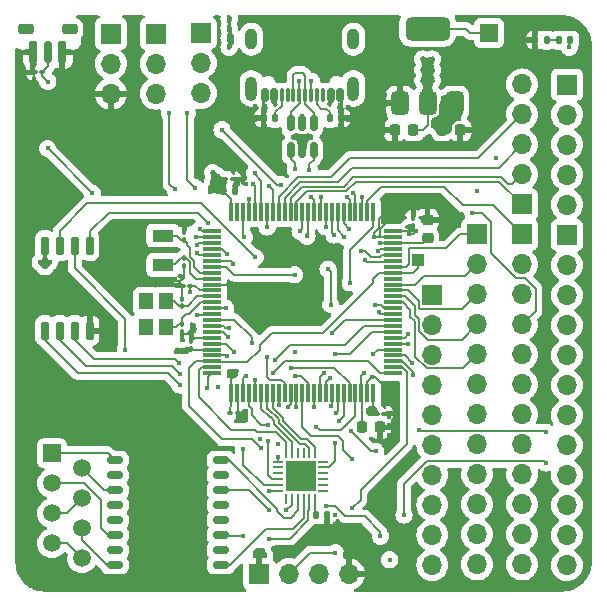
<source format=gtl>
G04 #@! TF.GenerationSoftware,KiCad,Pcbnew,8.0.7*
G04 #@! TF.CreationDate,2025-01-11T17:49:48-05:00*
G04 #@! TF.ProjectId,STM32H750VBT6_Minimalistic_Design,53544d33-3248-4373-9530-564254365f4d,rev?*
G04 #@! TF.SameCoordinates,Original*
G04 #@! TF.FileFunction,Copper,L1,Top*
G04 #@! TF.FilePolarity,Positive*
%FSLAX46Y46*%
G04 Gerber Fmt 4.6, Leading zero omitted, Abs format (unit mm)*
G04 Created by KiCad (PCBNEW 8.0.7) date 2025-01-11 17:49:48*
%MOMM*%
%LPD*%
G01*
G04 APERTURE LIST*
G04 Aperture macros list*
%AMRoundRect*
0 Rectangle with rounded corners*
0 $1 Rounding radius*
0 $2 $3 $4 $5 $6 $7 $8 $9 X,Y pos of 4 corners*
0 Add a 4 corners polygon primitive as box body*
4,1,4,$2,$3,$4,$5,$6,$7,$8,$9,$2,$3,0*
0 Add four circle primitives for the rounded corners*
1,1,$1+$1,$2,$3*
1,1,$1+$1,$4,$5*
1,1,$1+$1,$6,$7*
1,1,$1+$1,$8,$9*
0 Add four rect primitives between the rounded corners*
20,1,$1+$1,$2,$3,$4,$5,0*
20,1,$1+$1,$4,$5,$6,$7,0*
20,1,$1+$1,$6,$7,$8,$9,0*
20,1,$1+$1,$8,$9,$2,$3,0*%
G04 Aperture macros list end*
G04 #@! TA.AperFunction,SMDPad,CuDef*
%ADD10RoundRect,0.100000X0.130000X0.100000X-0.130000X0.100000X-0.130000X-0.100000X0.130000X-0.100000X0*%
G04 #@! TD*
G04 #@! TA.AperFunction,SMDPad,CuDef*
%ADD11RoundRect,0.100000X-0.130000X-0.100000X0.130000X-0.100000X0.130000X0.100000X-0.130000X0.100000X0*%
G04 #@! TD*
G04 #@! TA.AperFunction,SMDPad,CuDef*
%ADD12RoundRect,0.062500X0.375000X0.062500X-0.375000X0.062500X-0.375000X-0.062500X0.375000X-0.062500X0*%
G04 #@! TD*
G04 #@! TA.AperFunction,SMDPad,CuDef*
%ADD13RoundRect,0.062500X0.062500X0.375000X-0.062500X0.375000X-0.062500X-0.375000X0.062500X-0.375000X0*%
G04 #@! TD*
G04 #@! TA.AperFunction,HeatsinkPad*
%ADD14C,0.500000*%
G04 #@! TD*
G04 #@! TA.AperFunction,HeatsinkPad*
%ADD15R,2.500000X2.500000*%
G04 #@! TD*
G04 #@! TA.AperFunction,ComponentPad*
%ADD16R,1.700000X1.700000*%
G04 #@! TD*
G04 #@! TA.AperFunction,ComponentPad*
%ADD17O,1.700000X1.700000*%
G04 #@! TD*
G04 #@! TA.AperFunction,SMDPad,CuDef*
%ADD18RoundRect,0.100000X-0.100000X0.130000X-0.100000X-0.130000X0.100000X-0.130000X0.100000X0.130000X0*%
G04 #@! TD*
G04 #@! TA.AperFunction,SMDPad,CuDef*
%ADD19RoundRect,0.150000X0.150000X0.425000X-0.150000X0.425000X-0.150000X-0.425000X0.150000X-0.425000X0*%
G04 #@! TD*
G04 #@! TA.AperFunction,SMDPad,CuDef*
%ADD20RoundRect,0.075000X0.075000X0.500000X-0.075000X0.500000X-0.075000X-0.500000X0.075000X-0.500000X0*%
G04 #@! TD*
G04 #@! TA.AperFunction,ComponentPad*
%ADD21O,1.000000X2.100000*%
G04 #@! TD*
G04 #@! TA.AperFunction,ComponentPad*
%ADD22O,1.000000X1.800000*%
G04 #@! TD*
G04 #@! TA.AperFunction,SMDPad,CuDef*
%ADD23RoundRect,0.150000X0.150000X-0.650000X0.150000X0.650000X-0.150000X0.650000X-0.150000X-0.650000X0*%
G04 #@! TD*
G04 #@! TA.AperFunction,SMDPad,CuDef*
%ADD24RoundRect,0.140000X-0.140000X-0.170000X0.140000X-0.170000X0.140000X0.170000X-0.140000X0.170000X0*%
G04 #@! TD*
G04 #@! TA.AperFunction,SMDPad,CuDef*
%ADD25RoundRect,0.187500X0.187500X0.712500X-0.187500X0.712500X-0.187500X-0.712500X0.187500X-0.712500X0*%
G04 #@! TD*
G04 #@! TA.AperFunction,SMDPad,CuDef*
%ADD26RoundRect,0.150000X0.150000X0.750000X-0.150000X0.750000X-0.150000X-0.750000X0.150000X-0.750000X0*%
G04 #@! TD*
G04 #@! TA.AperFunction,SMDPad,CuDef*
%ADD27RoundRect,0.225000X0.425000X0.225000X-0.425000X0.225000X-0.425000X-0.225000X0.425000X-0.225000X0*%
G04 #@! TD*
G04 #@! TA.AperFunction,SMDPad,CuDef*
%ADD28RoundRect,0.075000X-0.075000X-0.725000X0.075000X-0.725000X0.075000X0.725000X-0.075000X0.725000X0*%
G04 #@! TD*
G04 #@! TA.AperFunction,SMDPad,CuDef*
%ADD29RoundRect,0.075000X-0.725000X-0.075000X0.725000X-0.075000X0.725000X0.075000X-0.725000X0.075000X0*%
G04 #@! TD*
G04 #@! TA.AperFunction,SMDPad,CuDef*
%ADD30RoundRect,0.100000X0.100000X-0.130000X0.100000X0.130000X-0.100000X0.130000X-0.100000X-0.130000X0*%
G04 #@! TD*
G04 #@! TA.AperFunction,SMDPad,CuDef*
%ADD31RoundRect,0.150000X-0.150000X0.512500X-0.150000X-0.512500X0.150000X-0.512500X0.150000X0.512500X0*%
G04 #@! TD*
G04 #@! TA.AperFunction,SMDPad,CuDef*
%ADD32RoundRect,0.225000X-0.225000X-0.250000X0.225000X-0.250000X0.225000X0.250000X-0.225000X0.250000X0*%
G04 #@! TD*
G04 #@! TA.AperFunction,SMDPad,CuDef*
%ADD33R,1.500000X1.500000*%
G04 #@! TD*
G04 #@! TA.AperFunction,SMDPad,CuDef*
%ADD34R,1.200000X1.400000*%
G04 #@! TD*
G04 #@! TA.AperFunction,ComponentPad*
%ADD35R,1.500000X1.500000*%
G04 #@! TD*
G04 #@! TA.AperFunction,ComponentPad*
%ADD36C,1.500000*%
G04 #@! TD*
G04 #@! TA.AperFunction,SMDPad,CuDef*
%ADD37RoundRect,0.225000X0.250000X-0.225000X0.250000X0.225000X-0.250000X0.225000X-0.250000X-0.225000X0*%
G04 #@! TD*
G04 #@! TA.AperFunction,SMDPad,CuDef*
%ADD38RoundRect,0.225000X0.225000X0.250000X-0.225000X0.250000X-0.225000X-0.250000X0.225000X-0.250000X0*%
G04 #@! TD*
G04 #@! TA.AperFunction,SMDPad,CuDef*
%ADD39R,1.000000X1.000000*%
G04 #@! TD*
G04 #@! TA.AperFunction,SMDPad,CuDef*
%ADD40RoundRect,0.150000X-0.537500X-0.150000X0.537500X-0.150000X0.537500X0.150000X-0.537500X0.150000X0*%
G04 #@! TD*
G04 #@! TA.AperFunction,SMDPad,CuDef*
%ADD41RoundRect,0.140000X0.140000X0.170000X-0.140000X0.170000X-0.140000X-0.170000X0.140000X-0.170000X0*%
G04 #@! TD*
G04 #@! TA.AperFunction,SMDPad,CuDef*
%ADD42RoundRect,0.375000X0.375000X-0.625000X0.375000X0.625000X-0.375000X0.625000X-0.375000X-0.625000X0*%
G04 #@! TD*
G04 #@! TA.AperFunction,SMDPad,CuDef*
%ADD43RoundRect,0.500000X1.400000X-0.500000X1.400000X0.500000X-1.400000X0.500000X-1.400000X-0.500000X0*%
G04 #@! TD*
G04 #@! TA.AperFunction,SMDPad,CuDef*
%ADD44R,1.800000X1.000000*%
G04 #@! TD*
G04 #@! TA.AperFunction,ViaPad*
%ADD45C,0.450000*%
G04 #@! TD*
G04 #@! TA.AperFunction,Conductor*
%ADD46C,0.150000*%
G04 #@! TD*
G04 APERTURE END LIST*
D10*
X120370000Y-84915000D03*
X119730000Y-84915000D03*
D11*
X135880000Y-94000000D03*
X136520000Y-94000000D03*
D12*
X144187500Y-120387500D03*
X144187500Y-119887500D03*
X144187500Y-119387500D03*
X144187500Y-118887500D03*
X144187500Y-118387500D03*
X144187500Y-117887500D03*
D13*
X143500000Y-117200000D03*
X143000000Y-117200000D03*
X142500000Y-117200000D03*
X142000000Y-117200000D03*
X141500000Y-117200000D03*
X141000000Y-117200000D03*
D12*
X140312500Y-117887500D03*
X140312500Y-118387500D03*
X140312500Y-118887500D03*
X140312500Y-119387500D03*
X140312500Y-119887500D03*
X140312500Y-120387500D03*
D13*
X141000000Y-121075000D03*
X141500000Y-121075000D03*
X142000000Y-121075000D03*
X142500000Y-121075000D03*
X143000000Y-121075000D03*
X143500000Y-121075000D03*
D14*
X143250000Y-120137500D03*
X143250000Y-119137500D03*
X143250000Y-118137500D03*
X142250000Y-120137500D03*
X142250000Y-119137500D03*
D15*
X142250000Y-119137500D03*
D14*
X142250000Y-118137500D03*
X141250000Y-120137500D03*
X141250000Y-119137500D03*
X141250000Y-118137500D03*
D11*
X148680000Y-113830000D03*
X149320000Y-113830000D03*
D16*
X164800000Y-85970000D03*
D17*
X164800000Y-88510000D03*
X164800000Y-91050000D03*
X164800000Y-93590000D03*
X164800000Y-96130000D03*
D18*
X132400000Y-100680000D03*
X132400000Y-101320000D03*
D19*
X145600000Y-86875000D03*
X144800000Y-86875000D03*
D20*
X143650000Y-86875000D03*
X142650000Y-86875000D03*
X142150000Y-86875000D03*
X141150000Y-86875000D03*
D19*
X140000000Y-86875000D03*
X139200000Y-86875000D03*
X139200000Y-86875000D03*
X140000000Y-86875000D03*
D20*
X140650000Y-86875000D03*
X141650000Y-86875000D03*
X143150000Y-86875000D03*
X144150000Y-86875000D03*
D19*
X144800000Y-86875000D03*
X145600000Y-86875000D03*
D21*
X146720000Y-86300000D03*
D22*
X146720000Y-82120000D03*
D21*
X138080000Y-86300000D03*
D22*
X138080000Y-82120000D03*
D23*
X120590000Y-106800000D03*
X121860000Y-106800000D03*
X123130000Y-106800000D03*
X124400000Y-106800000D03*
X124400000Y-99600000D03*
X123130000Y-99600000D03*
X121860000Y-99600000D03*
X120590000Y-99600000D03*
D24*
X139120000Y-88800000D03*
X140080000Y-88800000D03*
D25*
X122075000Y-83215000D03*
X119625000Y-83215000D03*
D26*
X120850000Y-83215000D03*
D27*
X122700000Y-81265000D03*
X119000000Y-81265000D03*
D28*
X136400000Y-96725000D03*
X136900000Y-96725000D03*
X137400000Y-96725000D03*
X137900000Y-96725000D03*
X138400000Y-96725000D03*
X138900000Y-96725000D03*
X139400000Y-96725000D03*
X139900000Y-96725000D03*
X140400000Y-96725000D03*
X140900000Y-96725000D03*
X141400000Y-96725000D03*
X141900000Y-96725000D03*
X142400000Y-96725000D03*
X142900000Y-96725000D03*
X143400000Y-96725000D03*
X143900000Y-96725000D03*
X144400000Y-96725000D03*
X144900000Y-96725000D03*
X145400000Y-96725000D03*
X145900000Y-96725000D03*
X146400000Y-96725000D03*
X146900000Y-96725000D03*
X147400000Y-96725000D03*
X147900000Y-96725000D03*
X148400000Y-96725000D03*
D29*
X150075000Y-98400000D03*
X150075000Y-98900000D03*
X150075000Y-99400000D03*
X150075000Y-99900000D03*
X150075000Y-100400000D03*
X150075000Y-100900000D03*
X150075000Y-101400000D03*
X150075000Y-101900000D03*
X150075000Y-102400000D03*
X150075000Y-102900000D03*
X150075000Y-103400000D03*
X150075000Y-103900000D03*
X150075000Y-104400000D03*
X150075000Y-104900000D03*
X150075000Y-105400000D03*
X150075000Y-105900000D03*
X150075000Y-106400000D03*
X150075000Y-106900000D03*
X150075000Y-107400000D03*
X150075000Y-107900000D03*
X150075000Y-108400000D03*
X150075000Y-108900000D03*
X150075000Y-109400000D03*
X150075000Y-109900000D03*
X150075000Y-110400000D03*
D28*
X148400000Y-112075000D03*
X147900000Y-112075000D03*
X147400000Y-112075000D03*
X146900000Y-112075000D03*
X146400000Y-112075000D03*
X145900000Y-112075000D03*
X145400000Y-112075000D03*
X144900000Y-112075000D03*
X144400000Y-112075000D03*
X143900000Y-112075000D03*
X143400000Y-112075000D03*
X142900000Y-112075000D03*
X142400000Y-112075000D03*
X141900000Y-112075000D03*
X141400000Y-112075000D03*
X140900000Y-112075000D03*
X140400000Y-112075000D03*
X139900000Y-112075000D03*
X139400000Y-112075000D03*
X138900000Y-112075000D03*
X138400000Y-112075000D03*
X137900000Y-112075000D03*
X137400000Y-112075000D03*
X136900000Y-112075000D03*
X136400000Y-112075000D03*
D29*
X134725000Y-110400000D03*
X134725000Y-109900000D03*
X134725000Y-109400000D03*
X134725000Y-108900000D03*
X134725000Y-108400000D03*
X134725000Y-107900000D03*
X134725000Y-107400000D03*
X134725000Y-106900000D03*
X134725000Y-106400000D03*
X134725000Y-105900000D03*
X134725000Y-105400000D03*
X134725000Y-104900000D03*
X134725000Y-104400000D03*
X134725000Y-103900000D03*
X134725000Y-103400000D03*
X134725000Y-102900000D03*
X134725000Y-102400000D03*
X134725000Y-101900000D03*
X134725000Y-101400000D03*
X134725000Y-100900000D03*
X134725000Y-100400000D03*
X134725000Y-99900000D03*
X134725000Y-99400000D03*
X134725000Y-98900000D03*
X134725000Y-98400000D03*
D16*
X153400000Y-103775000D03*
D17*
X153400000Y-106315000D03*
X153400000Y-108855000D03*
X153400000Y-111395000D03*
X153400000Y-113935000D03*
X153400000Y-116475000D03*
X153400000Y-119015000D03*
X153400000Y-121555000D03*
X153400000Y-124095000D03*
X153400000Y-126635000D03*
D30*
X133000000Y-108320000D03*
X133000000Y-107680000D03*
D31*
X143350000Y-89262500D03*
X142400000Y-89262500D03*
X141450000Y-89262500D03*
X141450000Y-91537500D03*
X142400000Y-91537500D03*
X143350000Y-91537500D03*
D10*
X132920000Y-103000000D03*
X132280000Y-103000000D03*
X136920000Y-113800000D03*
X136280000Y-113800000D03*
D24*
X135720000Y-95000000D03*
X136680000Y-95000000D03*
D16*
X157200000Y-98660000D03*
D17*
X157200000Y-101200000D03*
X157200000Y-103740000D03*
X157200000Y-106280000D03*
X157200000Y-108820000D03*
X157200000Y-111360000D03*
X157200000Y-113900000D03*
X157200000Y-116440000D03*
X157200000Y-118980000D03*
X157200000Y-121520000D03*
X157200000Y-124060000D03*
X157200000Y-126600000D03*
D16*
X164800000Y-98720000D03*
D17*
X164800000Y-101260000D03*
X164800000Y-103800000D03*
X164800000Y-106340000D03*
X164800000Y-108880000D03*
X164800000Y-111420000D03*
X164800000Y-113960000D03*
X164800000Y-116500000D03*
X164800000Y-119040000D03*
X164800000Y-121580000D03*
X164800000Y-124120000D03*
X164800000Y-126660000D03*
D32*
X154225000Y-89800000D03*
X155775000Y-89800000D03*
D16*
X126200000Y-81660000D03*
D17*
X126200000Y-84200000D03*
X126200000Y-86740000D03*
D33*
X158200000Y-81600000D03*
D34*
X130850000Y-106500000D03*
X130850000Y-104300000D03*
X129150000Y-104300000D03*
X129150000Y-106500000D03*
D35*
X121200000Y-117180000D03*
D36*
X123740000Y-118450000D03*
X121200000Y-119720000D03*
X123740000Y-120990000D03*
X121200000Y-122260000D03*
X123740000Y-123530000D03*
X121200000Y-124800000D03*
X123740000Y-126070000D03*
D18*
X132200000Y-106280000D03*
X132200000Y-106920000D03*
D24*
X164120000Y-82200000D03*
X165080000Y-82200000D03*
D16*
X138720000Y-127400000D03*
D17*
X141260000Y-127400000D03*
X143800000Y-127400000D03*
X146340000Y-127400000D03*
D16*
X133800000Y-81600000D03*
D17*
X133800000Y-84140000D03*
X133800000Y-86680000D03*
D37*
X153000000Y-98975000D03*
X153000000Y-97425000D03*
D38*
X151775000Y-89800000D03*
X150225000Y-89800000D03*
D39*
X152200000Y-100800000D03*
D30*
X132400000Y-99120000D03*
X132400000Y-98480000D03*
D16*
X161000000Y-98660000D03*
D17*
X161000000Y-101200000D03*
X161000000Y-103740000D03*
X161000000Y-106280000D03*
X161000000Y-108820000D03*
X161000000Y-111360000D03*
X161000000Y-113900000D03*
X161000000Y-116440000D03*
X161000000Y-118980000D03*
X161000000Y-121520000D03*
X161000000Y-124060000D03*
X161000000Y-126600000D03*
D40*
X126512500Y-117755000D03*
X126512500Y-119025000D03*
X126512500Y-120295000D03*
X126512500Y-121565000D03*
X126512500Y-122835000D03*
X126512500Y-124105000D03*
X126512500Y-125375000D03*
X126512500Y-126645000D03*
X135487500Y-126645000D03*
X135487500Y-125375000D03*
X135487500Y-124105000D03*
X135487500Y-122835000D03*
X135487500Y-121565000D03*
X135487500Y-120295000D03*
X135487500Y-119025000D03*
X135487500Y-117755000D03*
D16*
X130000000Y-81660000D03*
D17*
X130000000Y-84200000D03*
X130000000Y-86740000D03*
D30*
X132200000Y-104720000D03*
X132200000Y-104080000D03*
D41*
X145680000Y-88800000D03*
X144720000Y-88800000D03*
D24*
X143520000Y-122400000D03*
X144480000Y-122400000D03*
D42*
X150700000Y-87550000D03*
X153000000Y-87550000D03*
D43*
X153000000Y-81250000D03*
D42*
X155300000Y-87550000D03*
D41*
X163080000Y-82200000D03*
X162120000Y-82200000D03*
D30*
X151800000Y-97920000D03*
X151800000Y-97280000D03*
D32*
X147425000Y-115000000D03*
X148975000Y-115000000D03*
D16*
X161000000Y-96120000D03*
D17*
X161000000Y-93580000D03*
X161000000Y-91040000D03*
X161000000Y-88500000D03*
X161000000Y-85960000D03*
D44*
X130600000Y-101250000D03*
X130600000Y-98750000D03*
D45*
X158200000Y-81600000D03*
X152075000Y-81250000D03*
X153850000Y-81250000D03*
X148625000Y-86825000D03*
X142400000Y-88650003D03*
X138400000Y-87750000D03*
X149700000Y-114100000D03*
X145200000Y-122400000D03*
X151400000Y-96200000D03*
X125025000Y-86750000D03*
X148750000Y-89400000D03*
X145600000Y-88325003D03*
X148625000Y-88575000D03*
X136925000Y-94425000D03*
X119650000Y-84315000D03*
X144400000Y-123200000D03*
X145975000Y-125725000D03*
X156900000Y-89375000D03*
X124800000Y-105000000D03*
X119250000Y-84915000D03*
X148450000Y-98875000D03*
X146300000Y-87850000D03*
X124400000Y-105575000D03*
X149700000Y-114800000D03*
X150400000Y-114100000D03*
X153000000Y-95400000D03*
X124450000Y-86825000D03*
X137600000Y-94400000D03*
X151400000Y-95400000D03*
X137400000Y-93600000D03*
X132050000Y-97825000D03*
X133025000Y-107125000D03*
X153800000Y-95400000D03*
X123600000Y-87400000D03*
X152200000Y-96200000D03*
X149250000Y-90025000D03*
X145200000Y-123200000D03*
X160800000Y-81800000D03*
X146372394Y-125400000D03*
X153000000Y-96200000D03*
X161400000Y-82175000D03*
X124675000Y-86275000D03*
X150400000Y-115600000D03*
X149425000Y-88575000D03*
X139200000Y-87750000D03*
X162120000Y-82200000D03*
X124675000Y-87375000D03*
X122075000Y-84365000D03*
X153800000Y-96200000D03*
X136600000Y-93200000D03*
X160800000Y-82600000D03*
X124000000Y-105000000D03*
X150425000Y-114825000D03*
X136400000Y-102800000D03*
X122075000Y-83215000D03*
X152200000Y-95400000D03*
X122075000Y-85165000D03*
X123600000Y-86200000D03*
X149700000Y-115600000D03*
X145600000Y-87700000D03*
X139120000Y-88800000D03*
X136400000Y-110600000D03*
X119650000Y-85515000D03*
X138400000Y-89000000D03*
X148750000Y-90025000D03*
X149425000Y-87675000D03*
X148325000Y-110750000D03*
X132658946Y-97833946D03*
X149250000Y-89400000D03*
X146850000Y-125750000D03*
X146300000Y-88925000D03*
X155775000Y-89800000D03*
X149425000Y-86825000D03*
X148625000Y-87675000D03*
X156900000Y-90125000D03*
X124400000Y-106800000D03*
X131200000Y-102600000D03*
X121000000Y-101000000D03*
X135200000Y-95000000D03*
X131800000Y-108450000D03*
X136200000Y-80400000D03*
X136200000Y-81200000D03*
X138400000Y-125800000D03*
X152000000Y-98350000D03*
X135325000Y-94425000D03*
X132425000Y-108450000D03*
X120590000Y-99600000D03*
X134600000Y-95000000D03*
X138800000Y-125400000D03*
X152600000Y-84700000D03*
X148125000Y-113600000D03*
X136200000Y-82800000D03*
X153400000Y-85600000D03*
X136200000Y-82000000D03*
X134800000Y-94200000D03*
X152600000Y-85600000D03*
X136825000Y-114425000D03*
X132850000Y-103550000D03*
X120200000Y-101000000D03*
X153400000Y-83800000D03*
X137600000Y-113613672D03*
X139200000Y-125800000D03*
X120600000Y-101400000D03*
X137600000Y-114400000D03*
X152600000Y-83800000D03*
X134800000Y-93400000D03*
X151400000Y-98600000D03*
X135250000Y-93725000D03*
X153400000Y-84700000D03*
X133299480Y-94700520D03*
X132650000Y-88400000D03*
X139425000Y-98025000D03*
X151712500Y-109512500D03*
X133475000Y-105475000D03*
X151750000Y-110575000D03*
X145237500Y-113762500D03*
X148400000Y-108800000D03*
X148850000Y-105250000D03*
X145959901Y-98832949D03*
X145199479Y-125599479D03*
X148818001Y-100024001D03*
X141775000Y-110600000D03*
X136025000Y-108975000D03*
X137650000Y-110600000D03*
X135225000Y-111550000D03*
X144725000Y-110850000D03*
X147600000Y-110400000D03*
X144800000Y-104600000D03*
X149000000Y-99400000D03*
X144575000Y-101600000D03*
X146375000Y-98200000D03*
X145100000Y-98700000D03*
X146525000Y-115275000D03*
X141800000Y-108600000D03*
X152300000Y-115200000D03*
X141900000Y-113250000D03*
X163000000Y-115400000D03*
X148600000Y-117000000D03*
X146575001Y-117650000D03*
X163000000Y-118000000D03*
X151000000Y-122400000D03*
X143150000Y-95500000D03*
X143950000Y-95525000D03*
X133400000Y-98900000D03*
X147425000Y-95450000D03*
X144400000Y-121625000D03*
X138400000Y-110975000D03*
X149000000Y-124200000D03*
X151375000Y-107900000D03*
X133475000Y-100225000D03*
X138350000Y-93450000D03*
X157200000Y-95000000D03*
X165000000Y-82800000D03*
X141750000Y-102075000D03*
X158800000Y-92175000D03*
X149800000Y-126200000D03*
X140350000Y-116425000D03*
X140400000Y-113100000D03*
X146450000Y-102750000D03*
X144783969Y-113219325D03*
X144200000Y-110425000D03*
X151375000Y-107075000D03*
X145500000Y-114417894D03*
X136000000Y-100300000D03*
X137900000Y-95675000D03*
X142800000Y-98800000D03*
X138250000Y-94375000D03*
X136125000Y-107350000D03*
X139400000Y-109000000D03*
X139500000Y-114775000D03*
X146720002Y-95134998D03*
X143400000Y-113250000D03*
X139575000Y-94575000D03*
X146200000Y-95525000D03*
X156800000Y-96800000D03*
X144400000Y-98025000D03*
X148550000Y-104650000D03*
X133450000Y-99550000D03*
X142200000Y-98400000D03*
X136225000Y-106550000D03*
X135900000Y-104900000D03*
X120850000Y-85715000D03*
X120824265Y-91375735D03*
X124599264Y-95150736D03*
X134350000Y-111650000D03*
X133725000Y-98200000D03*
X131600000Y-94800000D03*
X131150000Y-88400000D03*
X136568435Y-101135853D03*
X135600000Y-89800000D03*
X140625000Y-94450000D03*
X136600000Y-108600000D03*
X142150000Y-85650000D03*
X143150000Y-85675000D03*
X145200000Y-116275000D03*
X138900000Y-116775000D03*
X141000000Y-121975000D03*
X139600000Y-122000000D03*
X139600000Y-124400000D03*
X137400000Y-124200000D03*
X147745298Y-100825001D03*
X141800000Y-93150000D03*
X143575000Y-114950000D03*
X139500000Y-116150000D03*
X143000000Y-93175000D03*
X147400000Y-100057106D03*
X139600000Y-120400000D03*
X146575000Y-121850000D03*
X138850000Y-115950000D03*
X139900000Y-110425000D03*
X137400000Y-116800000D03*
X140300000Y-117500000D03*
X138123744Y-107875214D03*
X127400000Y-108400000D03*
X141200000Y-113250000D03*
X132000000Y-111400000D03*
X141400000Y-110000000D03*
X137500000Y-98900000D03*
X131950000Y-109550000D03*
X131999479Y-110450000D03*
X140062500Y-109287500D03*
X145200000Y-108800000D03*
X134400000Y-97675000D03*
X144925000Y-107000000D03*
X138400000Y-100600000D03*
X153025000Y-84275000D03*
X153000000Y-81250000D03*
D46*
X137400000Y-98800000D02*
X137400000Y-96725000D01*
X137500000Y-98900000D02*
X137400000Y-98800000D01*
X135725000Y-106400000D02*
X134725000Y-106400000D01*
X135875000Y-106550000D02*
X135725000Y-106400000D01*
X136225000Y-106550000D02*
X135875000Y-106550000D01*
X135675000Y-106900000D02*
X134725000Y-106900000D01*
X136125000Y-107350000D02*
X135675000Y-106900000D01*
X136650000Y-105900000D02*
X134725000Y-105900000D01*
X138123744Y-107373744D02*
X136650000Y-105900000D01*
X138123744Y-107875214D02*
X138123744Y-107373744D01*
X149400000Y-100425000D02*
X149425000Y-100400000D01*
X149425000Y-100400000D02*
X150075000Y-100400000D01*
X149000000Y-100550000D02*
X149125000Y-100425000D01*
X147684510Y-100057106D02*
X148177404Y-100550000D01*
X147400000Y-100057106D02*
X147684510Y-100057106D01*
X148177404Y-100550000D02*
X149000000Y-100550000D01*
X149125000Y-100425000D02*
X149400000Y-100425000D01*
X148818001Y-100024001D02*
X148942002Y-99900000D01*
X148942002Y-99900000D02*
X150075000Y-99900000D01*
X135600000Y-99900000D02*
X134725000Y-99900000D01*
X136000000Y-100300000D02*
X135600000Y-99900000D01*
X144900000Y-98500000D02*
X144900000Y-96725000D01*
X145100000Y-98700000D02*
X144900000Y-98500000D01*
X145900000Y-114017894D02*
X145900000Y-112075000D01*
X145500000Y-114417894D02*
X145900000Y-114017894D01*
X145675000Y-115250000D02*
X146900000Y-114025000D01*
X146900000Y-114025000D02*
X146900000Y-112075000D01*
X143875000Y-115250000D02*
X145675000Y-115250000D01*
X143575000Y-114950000D02*
X143875000Y-115250000D01*
X145400000Y-113600000D02*
X145400000Y-112075000D01*
X145237500Y-113762500D02*
X145400000Y-113600000D01*
X144783969Y-113219325D02*
X144900000Y-113103294D01*
X144900000Y-113103294D02*
X144900000Y-112075000D01*
X143350000Y-92350000D02*
X143350000Y-91537500D01*
X143000000Y-92700000D02*
X143350000Y-92350000D01*
X143000000Y-93175000D02*
X143000000Y-92700000D01*
X141450000Y-92250000D02*
X141450000Y-91537500D01*
X141800000Y-92600000D02*
X141450000Y-92250000D01*
X141800000Y-93150000D02*
X141800000Y-92600000D01*
X150075000Y-99400000D02*
X149000000Y-99400000D01*
X148850000Y-97350000D02*
X150800000Y-95400000D01*
X148450000Y-98515686D02*
X148850000Y-98115686D01*
X150800000Y-95400000D02*
X151400000Y-95400000D01*
X148450000Y-98875000D02*
X148450000Y-98515686D01*
X148450000Y-98875000D02*
X148475000Y-98900000D01*
X148475000Y-98900000D02*
X148800000Y-98900000D01*
X148850000Y-98115686D02*
X148850000Y-97350000D01*
X149375000Y-100950000D02*
X149425000Y-100900000D01*
X147870297Y-100950000D02*
X149375000Y-100950000D01*
X149425000Y-100900000D02*
X150075000Y-100900000D01*
X147745298Y-100825001D02*
X147870297Y-100950000D01*
X124400000Y-98400000D02*
X124400000Y-99600000D01*
X133525000Y-96800000D02*
X126000000Y-96800000D01*
X134400000Y-97675000D02*
X133525000Y-96800000D01*
X126000000Y-96800000D02*
X124400000Y-98400000D01*
X133725000Y-98200000D02*
X133925000Y-98400000D01*
X133925000Y-98400000D02*
X134725000Y-98400000D01*
X142400000Y-89262500D02*
X142400000Y-88650003D01*
X143150000Y-85675000D02*
X143150000Y-86875000D01*
X142150000Y-85650000D02*
X142150000Y-86875000D01*
X144800000Y-101825000D02*
X144800000Y-104600000D01*
X144575000Y-101600000D02*
X144800000Y-101825000D01*
X144925000Y-107000000D02*
X146025000Y-105900000D01*
X146025000Y-105900000D02*
X150075000Y-105900000D01*
X143950000Y-95525000D02*
X143950000Y-96675000D01*
X143950000Y-96675000D02*
X143900000Y-96725000D01*
X143150000Y-95500000D02*
X143400000Y-95750000D01*
X143400000Y-95750000D02*
X143400000Y-96725000D01*
X147425000Y-95450000D02*
X147425000Y-96700000D01*
X147425000Y-96700000D02*
X147400000Y-96725000D01*
X146900000Y-95314996D02*
X146900000Y-96725000D01*
X146720002Y-95134998D02*
X146900000Y-95314996D01*
X142792590Y-95000000D02*
X141900000Y-95892590D01*
X141900000Y-95892590D02*
X141900000Y-96725000D01*
X146125000Y-95000000D02*
X142792590Y-95000000D01*
X146925000Y-94200000D02*
X146125000Y-95000000D01*
X159080000Y-94200000D02*
X146925000Y-94200000D01*
X161000000Y-96120000D02*
X159080000Y-94200000D01*
X142400000Y-94600000D02*
X141400000Y-95600000D01*
X141400000Y-95600000D02*
X141400000Y-96725000D01*
X159245686Y-93800000D02*
X146700000Y-93800000D01*
X146700000Y-93800000D02*
X145900000Y-94600000D01*
X159845686Y-94400000D02*
X159245686Y-93800000D01*
X145900000Y-94600000D02*
X142400000Y-94600000D01*
X161000000Y-93580000D02*
X160180000Y-94400000D01*
X160180000Y-94400000D02*
X159845686Y-94400000D01*
X146400000Y-95725000D02*
X146400000Y-96725000D01*
X146200000Y-95525000D02*
X146400000Y-95725000D01*
X143400000Y-113250000D02*
X143400000Y-112075000D01*
X146400000Y-111242590D02*
X146400000Y-112075000D01*
X145082410Y-109925000D02*
X146400000Y-111242590D01*
X141475000Y-109925000D02*
X145082410Y-109925000D01*
X141400000Y-110000000D02*
X141475000Y-109925000D01*
X141900000Y-113250000D02*
X141900000Y-112075000D01*
X141400000Y-113050000D02*
X141400000Y-112075000D01*
X141200000Y-113250000D02*
X141400000Y-113050000D01*
X135950000Y-108900000D02*
X134725000Y-108900000D01*
X136025000Y-108975000D02*
X135950000Y-108900000D01*
X134800000Y-109475000D02*
X134725000Y-109400000D01*
X138775000Y-108023959D02*
X138775000Y-108425000D01*
X139798959Y-107000000D02*
X138775000Y-108023959D01*
X148400000Y-102400000D02*
X148400000Y-102742590D01*
X144142590Y-107000000D02*
X139798959Y-107000000D01*
X148900000Y-101900000D02*
X148400000Y-102400000D01*
X148400000Y-102742590D02*
X144142590Y-107000000D01*
X137725000Y-109475000D02*
X134800000Y-109475000D01*
X138775000Y-108425000D02*
X137725000Y-109475000D01*
X150075000Y-101900000D02*
X148900000Y-101900000D01*
X151250000Y-110277946D02*
X150872054Y-109900000D01*
X147325000Y-120300000D02*
X151250000Y-116375000D01*
X147325000Y-121100000D02*
X147325000Y-120300000D01*
X151250000Y-116375000D02*
X151250000Y-110277946D01*
X146575000Y-121850000D02*
X147325000Y-121100000D01*
X150872054Y-109900000D02*
X150075000Y-109900000D01*
X145132107Y-121625000D02*
X144400000Y-121625000D01*
X147663654Y-122525000D02*
X146032107Y-122525000D01*
X146032107Y-122525000D02*
X145132107Y-121625000D01*
X149000000Y-123861346D02*
X147663654Y-122525000D01*
X149000000Y-124200000D02*
X149000000Y-123861346D01*
X142400000Y-115000000D02*
X142400000Y-112075000D01*
X143150000Y-115750000D02*
X142400000Y-115000000D01*
X145425000Y-115750000D02*
X143150000Y-115750000D01*
X145850000Y-116175000D02*
X145425000Y-115750000D01*
X145850000Y-116924999D02*
X145850000Y-116175000D01*
X146575001Y-117650000D02*
X145850000Y-116924999D01*
X145200000Y-117826886D02*
X144639386Y-118387500D01*
X145200000Y-116275000D02*
X145200000Y-117826886D01*
X144639386Y-118387500D02*
X144187500Y-118387500D01*
X150875000Y-109400000D02*
X150075000Y-109400000D01*
X151750000Y-110575000D02*
X151750000Y-110275000D01*
X151750000Y-110275000D02*
X150875000Y-109400000D01*
X148200000Y-117000000D02*
X148600000Y-117000000D01*
X146525000Y-115325000D02*
X148200000Y-117000000D01*
X146525000Y-115275000D02*
X146525000Y-115325000D01*
X138350000Y-93548959D02*
X138900000Y-94098959D01*
X138900000Y-94098959D02*
X138900000Y-96725000D01*
X138350000Y-93450000D02*
X138350000Y-93548959D01*
X138425000Y-96700000D02*
X138400000Y-96725000D01*
X138250000Y-94375000D02*
X138425000Y-94550000D01*
X138425000Y-94550000D02*
X138425000Y-96700000D01*
X142000000Y-122025000D02*
X142000000Y-121075000D01*
X140825000Y-122625000D02*
X141400000Y-122625000D01*
X140285735Y-121865736D02*
X140285735Y-122085735D01*
X140285735Y-122085735D02*
X140825000Y-122625000D01*
X136174999Y-117755000D02*
X140285735Y-121865736D01*
X135487500Y-117755000D02*
X136174999Y-117755000D01*
X141400000Y-122625000D02*
X142000000Y-122025000D01*
X137900000Y-95675000D02*
X137900000Y-96725000D01*
X139425000Y-96750000D02*
X139400000Y-96725000D01*
X139425000Y-98025000D02*
X139425000Y-96750000D01*
X137900000Y-113192893D02*
X137900000Y-112075000D01*
X138100000Y-113392893D02*
X137900000Y-113192893D01*
X138100000Y-113950000D02*
X138100000Y-113392893D01*
X138925000Y-114775000D02*
X138100000Y-113950000D01*
X139500000Y-114775000D02*
X138925000Y-114775000D01*
X140150000Y-115350000D02*
X141000000Y-116200000D01*
X138573959Y-115350000D02*
X140150000Y-115350000D01*
X138423959Y-115200000D02*
X138573959Y-115350000D01*
X133892590Y-109900000D02*
X133625000Y-110167590D01*
X133625000Y-112425000D02*
X136400000Y-115200000D01*
X134725000Y-109900000D02*
X133892590Y-109900000D01*
X133625000Y-110167590D02*
X133625000Y-112425000D01*
X136400000Y-115200000D02*
X138423959Y-115200000D01*
X141000000Y-116200000D02*
X141000000Y-117200000D01*
X139862500Y-119387500D02*
X140312500Y-119387500D01*
X139500000Y-116150000D02*
X139500000Y-119025000D01*
X139500000Y-119025000D02*
X139862500Y-119387500D01*
X132800000Y-110000000D02*
X133400000Y-109400000D01*
X132800000Y-113200000D02*
X132800000Y-110000000D01*
X133400000Y-109400000D02*
X134725000Y-109400000D01*
X135600000Y-116000000D02*
X132800000Y-113200000D01*
X138125000Y-116000000D02*
X135600000Y-116000000D01*
X138900000Y-116775000D02*
X138125000Y-116000000D01*
X140300000Y-117875000D02*
X140312500Y-117887500D01*
X140300000Y-117500000D02*
X140300000Y-117875000D01*
X162890000Y-115290000D02*
X163000000Y-115400000D01*
X152390000Y-115290000D02*
X162890000Y-115290000D01*
X152300000Y-115200000D02*
X152390000Y-115290000D01*
X151100000Y-108900000D02*
X150075000Y-108900000D01*
X151712500Y-109512500D02*
X151100000Y-108900000D01*
X151050000Y-107400000D02*
X150075000Y-107400000D01*
X151375000Y-107075000D02*
X151050000Y-107400000D01*
X150400000Y-112600000D02*
X150400000Y-114400000D01*
X148550000Y-110750000D02*
X150400000Y-112600000D01*
X148325000Y-110750000D02*
X148550000Y-110750000D01*
X147900000Y-111175000D02*
X147900000Y-112075000D01*
X148325000Y-110750000D02*
X147900000Y-111175000D01*
X133650000Y-100400000D02*
X134725000Y-100400000D01*
X133475000Y-100225000D02*
X133650000Y-100400000D01*
X132900000Y-100526569D02*
X133250000Y-100876569D01*
X133696295Y-101900000D02*
X134725000Y-101900000D01*
X132900000Y-99775000D02*
X132900000Y-100526569D01*
X133250000Y-100876569D02*
X133250000Y-101453705D01*
X132650000Y-99370000D02*
X132650000Y-99525000D01*
X132650000Y-99525000D02*
X132900000Y-99775000D01*
X133250000Y-101453705D02*
X133696295Y-101900000D01*
X132400000Y-99120000D02*
X132650000Y-99370000D01*
X132850000Y-103550000D02*
X132920000Y-103480000D01*
X132920000Y-103480000D02*
X132920000Y-103000000D01*
X134650000Y-105475000D02*
X134725000Y-105400000D01*
X133475000Y-105475000D02*
X134650000Y-105475000D01*
X133800000Y-104400000D02*
X134725000Y-104400000D01*
X132525000Y-105375000D02*
X132825000Y-105375000D01*
X132825000Y-105375000D02*
X133800000Y-104400000D01*
X132200000Y-106280000D02*
X132200000Y-105700000D01*
X132200000Y-105700000D02*
X132525000Y-105375000D01*
X133280000Y-107400000D02*
X134725000Y-107400000D01*
X133000000Y-107680000D02*
X133280000Y-107400000D01*
X133025000Y-107655000D02*
X133000000Y-107680000D01*
X133025000Y-107125000D02*
X133025000Y-107655000D01*
X132405000Y-107125000D02*
X132200000Y-106920000D01*
X133025000Y-107125000D02*
X132405000Y-107125000D01*
X136600000Y-108600000D02*
X135900000Y-107900000D01*
X135900000Y-107900000D02*
X134725000Y-107900000D01*
X137400000Y-110850000D02*
X137400000Y-112075000D01*
X137650000Y-110600000D02*
X137400000Y-110850000D01*
X138400000Y-110975000D02*
X138400000Y-112075000D01*
X148000000Y-109400000D02*
X149000000Y-110400000D01*
X139900000Y-110425000D02*
X140925000Y-109400000D01*
X140925000Y-109400000D02*
X148000000Y-109400000D01*
X149000000Y-110400000D02*
X150075000Y-110400000D01*
X140400000Y-113100000D02*
X140400000Y-112075000D01*
X143500000Y-116682428D02*
X143500000Y-117200000D01*
X140732474Y-114160418D02*
X140732474Y-114447552D01*
X140732474Y-114447552D02*
X142284922Y-116000000D01*
X142817572Y-116000000D02*
X143500000Y-116682428D01*
X139900000Y-113327944D02*
X140732474Y-114160418D01*
X142284922Y-116000000D02*
X142817572Y-116000000D01*
X139900000Y-112075000D02*
X139900000Y-113327944D01*
X142189948Y-116400000D02*
X142651886Y-116400000D01*
X142651886Y-116400000D02*
X143000000Y-116748114D01*
X140382474Y-114305392D02*
X140382474Y-114592526D01*
X139400000Y-113417462D02*
X139494544Y-113417462D01*
X143000000Y-116748114D02*
X143000000Y-117200000D01*
X139400000Y-112075000D02*
X139400000Y-113417462D01*
X139494544Y-113417462D02*
X140382474Y-114305392D01*
X140382474Y-114592526D02*
X142189948Y-116400000D01*
X141500000Y-116205026D02*
X141500000Y-117200000D01*
X140032474Y-114450367D02*
X140032474Y-114737500D01*
X139732107Y-114150000D02*
X140032474Y-114450367D01*
X140032474Y-114737500D02*
X141500000Y-116205026D01*
X139637564Y-114150000D02*
X139732107Y-114150000D01*
X138900000Y-113412436D02*
X139637564Y-114150000D01*
X138900000Y-112075000D02*
X138900000Y-113412436D01*
X149025001Y-104650000D02*
X149275001Y-104900000D01*
X149275001Y-104900000D02*
X150075000Y-104900000D01*
X148550000Y-104650000D02*
X149025001Y-104650000D01*
X149000000Y-105400000D02*
X150075000Y-105400000D01*
X148850000Y-105250000D02*
X149000000Y-105400000D01*
X151375000Y-107900000D02*
X150075000Y-107900000D01*
X156015000Y-110005000D02*
X157200000Y-108820000D01*
X151925000Y-109006346D02*
X152923654Y-110005000D01*
X151550000Y-105618983D02*
X151925000Y-105993983D01*
X152923654Y-110005000D02*
X156015000Y-110005000D01*
X151550000Y-105042590D02*
X151550000Y-105618983D01*
X150907410Y-104400000D02*
X151550000Y-105042590D01*
X151925000Y-105993983D02*
X151925000Y-109006346D01*
X150075000Y-104400000D02*
X150907410Y-104400000D01*
X153058654Y-107600000D02*
X155880000Y-107600000D01*
X155880000Y-107600000D02*
X157200000Y-106280000D01*
X151900000Y-104700000D02*
X151900000Y-105474009D01*
X152275000Y-105849009D02*
X152275000Y-106816346D01*
X152275000Y-106816346D02*
X153058654Y-107600000D01*
X151100000Y-103900000D02*
X151900000Y-104700000D01*
X151900000Y-105474009D02*
X152275000Y-105849009D01*
X150075000Y-103900000D02*
X151100000Y-103900000D01*
X139900000Y-94900000D02*
X139900000Y-96725000D01*
X139575000Y-94575000D02*
X139900000Y-94900000D01*
X144725000Y-110850000D02*
X144400000Y-111175000D01*
X144400000Y-111175000D02*
X144400000Y-112075000D01*
X120824265Y-91375736D02*
X120824265Y-91375735D01*
X124599264Y-95150735D02*
X120824265Y-91375736D01*
X124599264Y-95150736D02*
X124599264Y-95150735D01*
X141350000Y-108000000D02*
X146000000Y-108000000D01*
X140062500Y-109287500D02*
X141350000Y-108000000D01*
X146000000Y-108000000D02*
X147600000Y-106400000D01*
X147600000Y-106400000D02*
X150075000Y-106400000D01*
X125905000Y-124105000D02*
X126512500Y-124105000D01*
X125350000Y-123550000D02*
X125905000Y-124105000D01*
X123954925Y-119720000D02*
X125350000Y-121115075D01*
X121200000Y-119720000D02*
X123954925Y-119720000D01*
X125350000Y-121115075D02*
X125350000Y-123550000D01*
X132900000Y-101900000D02*
X133400000Y-102400000D01*
X132900000Y-101021544D02*
X132900000Y-101900000D01*
X133400000Y-102400000D02*
X134725000Y-102400000D01*
X132558456Y-100680000D02*
X132900000Y-101021544D01*
X132400000Y-100680000D02*
X132558456Y-100680000D01*
X133600000Y-99400000D02*
X134725000Y-99400000D01*
X133450000Y-99550000D02*
X133600000Y-99400000D01*
X133400000Y-98900000D02*
X134725000Y-98900000D01*
X136332582Y-100900000D02*
X134725000Y-100900000D01*
X136568435Y-101135853D02*
X136332582Y-100900000D01*
X135950000Y-101400000D02*
X134725000Y-101400000D01*
X136625000Y-102075000D02*
X135950000Y-101400000D01*
X141750000Y-102075000D02*
X136625000Y-102075000D01*
X123130000Y-107599999D02*
X123130000Y-106800000D01*
X131600000Y-109200000D02*
X124730001Y-109200000D01*
X124730001Y-109200000D02*
X123130000Y-107599999D01*
X131950000Y-109550000D02*
X131600000Y-109200000D01*
X121860000Y-107599999D02*
X121860000Y-106800000D01*
X124059480Y-109799479D02*
X121860000Y-107599999D01*
X131999479Y-110450000D02*
X131348958Y-109799479D01*
X131348958Y-109799479D02*
X124059480Y-109799479D01*
X123390001Y-110400000D02*
X120590000Y-107599999D01*
X120590000Y-107599999D02*
X120590000Y-106800000D01*
X131000000Y-110400000D02*
X123390001Y-110400000D01*
X132000000Y-111400000D02*
X131000000Y-110400000D01*
X134400000Y-110725000D02*
X134725000Y-110400000D01*
X134400000Y-111600000D02*
X134400000Y-110725000D01*
X134350000Y-111650000D02*
X134400000Y-111600000D01*
X151550000Y-98350000D02*
X151400000Y-98200000D01*
X152000000Y-98350000D02*
X151550000Y-98350000D01*
X151750000Y-98350000D02*
X151600000Y-98200000D01*
X152000000Y-98350000D02*
X151750000Y-98350000D01*
X152000000Y-98350000D02*
X151750000Y-98600000D01*
X151800000Y-98150000D02*
X151800000Y-97920000D01*
X151750000Y-98600000D02*
X151400000Y-98600000D01*
X152000000Y-98350000D02*
X151800000Y-98150000D01*
X135600000Y-89800000D02*
X140250000Y-94450000D01*
X140250000Y-94450000D02*
X140625000Y-94450000D01*
X145900000Y-97725000D02*
X145900000Y-96725000D01*
X146375000Y-98200000D02*
X145900000Y-97725000D01*
X145400000Y-98273048D02*
X145400000Y-96725000D01*
X145959901Y-98832949D02*
X145400000Y-98273048D01*
X144400000Y-98025000D02*
X144400000Y-96725000D01*
X142400000Y-98200000D02*
X142400000Y-96725000D01*
X142200000Y-98400000D02*
X142400000Y-98200000D01*
X148400000Y-98000000D02*
X148400000Y-96725000D01*
X146450000Y-102750000D02*
X146450000Y-99950000D01*
X146450000Y-99950000D02*
X148400000Y-98000000D01*
X132200000Y-104080000D02*
X132200000Y-103080000D01*
X119650000Y-84315000D02*
X119650000Y-84835000D01*
X148800000Y-98900000D02*
X150075000Y-98900000D01*
X131880000Y-102600000D02*
X132280000Y-103000000D01*
X150942590Y-96200000D02*
X151400000Y-96200000D01*
X148975000Y-98725000D02*
X148975000Y-98167590D01*
X148975000Y-98167590D02*
X150942590Y-96200000D01*
X136280000Y-113320000D02*
X136280000Y-113800000D01*
X131200000Y-102600000D02*
X131880000Y-102600000D01*
X132200000Y-103080000D02*
X132280000Y-103000000D01*
X132000000Y-102600000D02*
X132400000Y-102200000D01*
X136300000Y-102900000D02*
X136400000Y-102800000D01*
X119650000Y-84995000D02*
X119730000Y-84915000D01*
X136400000Y-112075000D02*
X136400000Y-113200000D01*
X119650000Y-85515000D02*
X119650000Y-84995000D01*
X134725000Y-102900000D02*
X136300000Y-102900000D01*
X136400000Y-112075000D02*
X136400000Y-110600000D01*
X132400000Y-102200000D02*
X132400000Y-101320000D01*
X119650000Y-84835000D02*
X119730000Y-84915000D01*
X119625000Y-84290000D02*
X119650000Y-84315000D01*
X119625000Y-83015000D02*
X119625000Y-84290000D01*
X119250000Y-84915000D02*
X119730000Y-84915000D01*
X136400000Y-113200000D02*
X136280000Y-113320000D01*
X148800000Y-98900000D02*
X148975000Y-98725000D01*
X131200000Y-102600000D02*
X132000000Y-102600000D01*
X148635000Y-113435000D02*
X148400000Y-113200000D01*
X151800000Y-97920000D02*
X151680000Y-97920000D01*
X135880000Y-94000000D02*
X135880000Y-94320000D01*
X133300000Y-103000000D02*
X133700000Y-103400000D01*
X151400000Y-98600000D02*
X151400000Y-98200000D01*
X151500000Y-98100000D02*
X151400000Y-98200000D01*
X151400000Y-98600000D02*
X151600000Y-98400000D01*
X133700000Y-103400000D02*
X134725000Y-103400000D01*
X151320000Y-97880000D02*
X151200000Y-98000000D01*
X136920000Y-113800000D02*
X136920000Y-112095000D01*
X156250000Y-81250000D02*
X156600000Y-81600000D01*
X135720000Y-94480000D02*
X135720000Y-95000000D01*
X132920000Y-108400000D02*
X134725000Y-108400000D01*
X151775000Y-89800000D02*
X152600000Y-89800000D01*
X132920000Y-103000000D02*
X133300000Y-103000000D01*
X151500000Y-98100000D02*
X151600000Y-98200000D01*
X153000000Y-81250000D02*
X156250000Y-81250000D01*
X136920000Y-112095000D02*
X136900000Y-112075000D01*
X148400000Y-113200000D02*
X148400000Y-112075000D01*
X151800000Y-97880000D02*
X151320000Y-97880000D01*
X150075000Y-98400000D02*
X151600000Y-98400000D01*
X152600000Y-89800000D02*
X153000000Y-89400000D01*
X151500000Y-98100000D02*
X151320000Y-97920000D01*
X151320000Y-97920000D02*
X151320000Y-97880000D01*
X148635000Y-113830000D02*
X148635000Y-113435000D01*
X151680000Y-97920000D02*
X151500000Y-98100000D01*
X156600000Y-81600000D02*
X158200000Y-81600000D01*
X151600000Y-98400000D02*
X151600000Y-98200000D01*
X135720000Y-95000000D02*
X136400000Y-95680000D01*
X151400000Y-98200000D02*
X151200000Y-98000000D01*
X135880000Y-94320000D02*
X135720000Y-94480000D01*
X153000000Y-89400000D02*
X153000000Y-87550000D01*
X136400000Y-95680000D02*
X136400000Y-96725000D01*
X132650000Y-94051041D02*
X133299479Y-94700520D01*
X132650000Y-88400000D02*
X132650000Y-94051041D01*
X161000000Y-91040000D02*
X159040000Y-93000000D01*
X142234314Y-94200000D02*
X140900000Y-95534314D01*
X146600000Y-93000000D02*
X145400000Y-94200000D01*
X145400000Y-94200000D02*
X142234314Y-94200000D01*
X159040000Y-93000000D02*
X146600000Y-93000000D01*
X140900000Y-95534314D02*
X140900000Y-96725000D01*
X131920000Y-104720000D02*
X132200000Y-104720000D01*
X132680000Y-104720000D02*
X133500000Y-103900000D01*
X132200000Y-104720000D02*
X132680000Y-104720000D01*
X130850000Y-104300000D02*
X131500000Y-104300000D01*
X133500000Y-103900000D02*
X134725000Y-103900000D01*
X131500000Y-104300000D02*
X131920000Y-104720000D01*
X148800000Y-108400000D02*
X148400000Y-108800000D01*
X150075000Y-108400000D02*
X148800000Y-108400000D01*
X141260000Y-127400000D02*
X143060521Y-125599479D01*
X143060521Y-125599479D02*
X145199479Y-125599479D01*
X142257410Y-110600000D02*
X142900000Y-111242590D01*
X142900000Y-111242590D02*
X142900000Y-112075000D01*
X141775000Y-110600000D02*
X142257410Y-110600000D01*
X147600000Y-110400000D02*
X147400000Y-110600000D01*
X147400000Y-110600000D02*
X147400000Y-112075000D01*
X147425000Y-112100000D02*
X147400000Y-112075000D01*
X152575000Y-99400000D02*
X153000000Y-98975000D01*
X147425000Y-115000000D02*
X147425000Y-112100000D01*
X150075000Y-99400000D02*
X152575000Y-99400000D01*
X132120000Y-99120000D02*
X132400000Y-99120000D01*
X131750000Y-98750000D02*
X132120000Y-99120000D01*
X130600000Y-98750000D02*
X131750000Y-98750000D01*
X150075000Y-103400000D02*
X151353705Y-103400000D01*
X151353705Y-103400000D02*
X152250000Y-104296295D01*
X152400000Y-105000000D02*
X155940000Y-105000000D01*
X155940000Y-105000000D02*
X157200000Y-103740000D01*
X152250000Y-104850000D02*
X152400000Y-105000000D01*
X152250000Y-104296295D02*
X152250000Y-104850000D01*
X163000000Y-118000000D02*
X162830000Y-117830000D01*
X142400000Y-112907410D02*
X142400000Y-112075000D01*
X151000000Y-119788654D02*
X151000000Y-122400000D01*
X162830000Y-117830000D02*
X152958654Y-117830000D01*
X152958654Y-117830000D02*
X151000000Y-119788654D01*
X165000000Y-82280000D02*
X165080000Y-82200000D01*
X165000000Y-82800000D02*
X165000000Y-82280000D01*
X150075000Y-102900000D02*
X151975000Y-102900000D01*
X156200000Y-102200000D02*
X157200000Y-101200000D01*
X151975000Y-102900000D02*
X152675000Y-102200000D01*
X152675000Y-102200000D02*
X156200000Y-102200000D01*
X149092590Y-94600000D02*
X147900000Y-95792590D01*
X147900000Y-95792590D02*
X147900000Y-96725000D01*
X156000000Y-96200000D02*
X154400000Y-94600000D01*
X158540000Y-96200000D02*
X156000000Y-96200000D01*
X161000000Y-98660000D02*
X158540000Y-96200000D01*
X154400000Y-94600000D02*
X149092590Y-94600000D01*
X144200000Y-110425000D02*
X143900000Y-110725000D01*
X143900000Y-110725000D02*
X143900000Y-112075000D01*
X131700000Y-106500000D02*
X131920000Y-106280000D01*
X131920000Y-106280000D02*
X132200000Y-106280000D01*
X130850000Y-106500000D02*
X131700000Y-106500000D01*
X142800000Y-98600000D02*
X142900000Y-98500000D01*
X142900000Y-98500000D02*
X142900000Y-96725000D01*
X142800000Y-98800000D02*
X142800000Y-98600000D01*
X140900000Y-111242590D02*
X140900000Y-112075000D01*
X139400000Y-109200000D02*
X139375000Y-109225000D01*
X139400000Y-109000000D02*
X139400000Y-109200000D01*
X140632410Y-110975000D02*
X140900000Y-111242590D01*
X139375000Y-109225000D02*
X139375000Y-110717590D01*
X139375000Y-110717590D02*
X139632410Y-110975000D01*
X139632410Y-110975000D02*
X140632410Y-110975000D01*
X161000000Y-106280000D02*
X162150000Y-105130000D01*
X160523654Y-102350000D02*
X158400000Y-100226346D01*
X158400000Y-100226346D02*
X158400000Y-97560000D01*
X162150000Y-105130000D02*
X162150000Y-103263654D01*
X161236346Y-102350000D02*
X160523654Y-102350000D01*
X157640000Y-96800000D02*
X156800000Y-96800000D01*
X158400000Y-97560000D02*
X157640000Y-96800000D01*
X162150000Y-103263654D02*
X161236346Y-102350000D01*
X146400000Y-92200000D02*
X144800000Y-93800000D01*
X142068628Y-93800000D02*
X140400000Y-95468628D01*
X161000000Y-88500000D02*
X157300000Y-92200000D01*
X157300000Y-92200000D02*
X146400000Y-92200000D01*
X144800000Y-93800000D02*
X142068628Y-93800000D01*
X140400000Y-95468628D02*
X140400000Y-96725000D01*
X131600000Y-101200000D02*
X132120000Y-100680000D01*
X130650000Y-101200000D02*
X131600000Y-101200000D01*
X132120000Y-100680000D02*
X132400000Y-100680000D01*
X130600000Y-101250000D02*
X130650000Y-101200000D01*
X120850000Y-83015000D02*
X120850000Y-84435000D01*
X120824265Y-91375735D02*
X120824264Y-91375735D01*
X135900000Y-104900000D02*
X134725000Y-104900000D01*
X120850000Y-84435000D02*
X120370000Y-84915000D01*
X120370000Y-85235000D02*
X120850000Y-85715000D01*
X120370000Y-84915000D02*
X120370000Y-85235000D01*
X120824264Y-91375735D02*
X120800000Y-91351471D01*
X150075000Y-101400000D02*
X151200000Y-101400000D01*
X151400000Y-99800000D02*
X154600000Y-99800000D01*
X151200000Y-101400000D02*
X151400000Y-101200000D01*
X155740000Y-98660000D02*
X157200000Y-98660000D01*
X151400000Y-101200000D02*
X151400000Y-99800000D01*
X154600000Y-99800000D02*
X155740000Y-98660000D01*
X163080000Y-82200000D02*
X164120000Y-82200000D01*
X131150000Y-94350000D02*
X131150000Y-88400000D01*
X131600000Y-94800000D02*
X131150000Y-94350000D01*
X142625000Y-87625000D02*
X143350000Y-88350000D01*
X142650000Y-86875000D02*
X142650000Y-87300000D01*
X141650000Y-85150000D02*
X141800000Y-85000000D01*
X141650000Y-86875000D02*
X141650000Y-85150000D01*
X141800000Y-85000000D02*
X142448529Y-85000000D01*
X142448529Y-85000000D02*
X142650000Y-85201471D01*
X142625000Y-87325000D02*
X142625000Y-87625000D01*
X143350000Y-88350000D02*
X143350000Y-89262500D01*
X142650000Y-85201471D02*
X142650000Y-86875000D01*
X142650000Y-87300000D02*
X142625000Y-87325000D01*
X141450000Y-88268749D02*
X141450000Y-89262500D01*
X143200000Y-86825000D02*
X143150000Y-86875000D01*
X142150000Y-86875000D02*
X142150000Y-87300000D01*
X142150000Y-87300000D02*
X142175000Y-87325000D01*
X142175000Y-87325000D02*
X142175000Y-87543749D01*
X142175000Y-87543749D02*
X141450000Y-88268749D01*
X140650000Y-87750000D02*
X140650000Y-86875000D01*
X140080000Y-88800000D02*
X140080000Y-88320000D01*
X140080000Y-88320000D02*
X140650000Y-87750000D01*
X144400000Y-88000000D02*
X144000000Y-88000000D01*
X144720000Y-88800000D02*
X144720000Y-88320000D01*
X144000000Y-88000000D02*
X143650000Y-87650000D01*
X144720000Y-88320000D02*
X144400000Y-88000000D01*
X143650000Y-87650000D02*
X143650000Y-86875000D01*
X143500000Y-121075000D02*
X143500000Y-122380000D01*
X143500000Y-122380000D02*
X143520000Y-122400000D01*
X152200000Y-101500000D02*
X152200000Y-100800000D01*
X151800000Y-101900000D02*
X152200000Y-101500000D01*
X150075000Y-101900000D02*
X151800000Y-101900000D01*
X142500000Y-121075000D02*
X142500000Y-122700000D01*
X139300000Y-123600000D02*
X136255000Y-126645000D01*
X141600000Y-123600000D02*
X139300000Y-123600000D01*
X136255000Y-126645000D02*
X135487500Y-126645000D01*
X142500000Y-122700000D02*
X141600000Y-123600000D01*
X137895000Y-120295000D02*
X139600000Y-122000000D01*
X135487500Y-120295000D02*
X137895000Y-120295000D01*
X141051886Y-121975000D02*
X141000000Y-121975000D01*
X141500000Y-121526886D02*
X141051886Y-121975000D01*
X141500000Y-121075000D02*
X141500000Y-121526886D01*
X143000000Y-122000000D02*
X142900000Y-122100000D01*
X142900000Y-122865686D02*
X141365686Y-124400000D01*
X135582500Y-124200000D02*
X135487500Y-124105000D01*
X137400000Y-124200000D02*
X135582500Y-124200000D01*
X142900000Y-122100000D02*
X142900000Y-122865686D01*
X141365686Y-124400000D02*
X139600000Y-124400000D01*
X143000000Y-121075000D02*
X143000000Y-122000000D01*
X140300000Y-120400000D02*
X140312500Y-120387500D01*
X139600000Y-120400000D02*
X140300000Y-120400000D01*
X137400000Y-118165686D02*
X139121814Y-119887500D01*
X137400000Y-116800000D02*
X137400000Y-118165686D01*
X139121814Y-119887500D02*
X140312500Y-119887500D01*
X123130000Y-101530000D02*
X127400000Y-105800000D01*
X127400000Y-105800000D02*
X127400000Y-108400000D01*
X123130000Y-99600000D02*
X123130000Y-101530000D01*
X150075000Y-106900000D02*
X148300000Y-106900000D01*
X146400000Y-108800000D02*
X145200000Y-108800000D01*
X148300000Y-106900000D02*
X146400000Y-108800000D01*
X121860000Y-99600000D02*
X121860000Y-98340000D01*
X121860000Y-98340000D02*
X124200000Y-96000000D01*
X133798959Y-96000000D02*
X138398959Y-100600000D01*
X124200000Y-96000000D02*
X133798959Y-96000000D01*
X138398959Y-100600000D02*
X138400000Y-100600000D01*
X122470000Y-122260000D02*
X121200000Y-122260000D01*
X123740000Y-120990000D02*
X122470000Y-122260000D01*
X125937500Y-117180000D02*
X126512500Y-117755000D01*
X121200000Y-117180000D02*
X125937500Y-117180000D01*
X123740000Y-123530000D02*
X123740000Y-124559999D01*
X125825001Y-126645000D02*
X126512500Y-126645000D01*
X123740000Y-124559999D02*
X125825001Y-126645000D01*
X121200000Y-124800000D02*
X122470000Y-124800000D01*
X122470000Y-124800000D02*
X123740000Y-126070000D01*
X125585000Y-120295000D02*
X126512500Y-120295000D01*
X123740000Y-118450000D02*
X125585000Y-120295000D01*
G04 #@! TA.AperFunction,Conductor*
G36*
X132575335Y-108201560D02*
G01*
X132575335Y-108200000D01*
X132600000Y-108200000D01*
X132876000Y-108200000D01*
X132943039Y-108219685D01*
X132988794Y-108272489D01*
X133000000Y-108324000D01*
X133000000Y-108348638D01*
X132980315Y-108415677D01*
X132963681Y-108436319D01*
X132636319Y-108763681D01*
X132574996Y-108797166D01*
X132548638Y-108800000D01*
X131679379Y-108800000D01*
X131612340Y-108780315D01*
X131566585Y-108727511D01*
X131556641Y-108658353D01*
X131559075Y-108645952D01*
X131559894Y-108642665D01*
X131559898Y-108642656D01*
X131569141Y-108589888D01*
X131571951Y-108573847D01*
X131571952Y-108573837D01*
X131571953Y-108573834D01*
X131574521Y-108489927D01*
X131575242Y-108479863D01*
X131582592Y-108414623D01*
X131588771Y-108387549D01*
X131595919Y-108367122D01*
X131607963Y-108342111D01*
X131619479Y-108323785D01*
X131636779Y-108302092D01*
X131669250Y-108269622D01*
X131681787Y-108256630D01*
X131687818Y-108250152D01*
X131695077Y-108242070D01*
X131754514Y-108205351D01*
X131824373Y-108206594D01*
X131841132Y-108213213D01*
X131843898Y-108214544D01*
X131843913Y-108214553D01*
X131943674Y-108254099D01*
X131969036Y-108264153D01*
X131977664Y-108267573D01*
X132120939Y-108280764D01*
X132187562Y-108277363D01*
X132189596Y-108277312D01*
X132190706Y-108277203D01*
X132190717Y-108277203D01*
X132190721Y-108277203D01*
X132331908Y-108249493D01*
X132362552Y-108238769D01*
X132389613Y-108232593D01*
X132418873Y-108229297D01*
X132536282Y-108199967D01*
X132575335Y-108201560D01*
G37*
G04 #@! TD.AperFunction*
G04 #@! TA.AperFunction,Conductor*
G36*
X136354699Y-80120185D02*
G01*
X136400454Y-80172989D01*
X136411602Y-80228294D01*
X136409560Y-80294978D01*
X136419828Y-80386118D01*
X136419828Y-80413881D01*
X136417407Y-80435372D01*
X136411228Y-80462445D01*
X136382085Y-80545733D01*
X136378098Y-80555717D01*
X136361924Y-80591613D01*
X136342925Y-80656319D01*
X136342923Y-80656325D01*
X136321758Y-80798387D01*
X136321720Y-80798467D01*
X136323714Y-80802892D01*
X136323798Y-80803515D01*
X136341496Y-80936198D01*
X136360495Y-81003429D01*
X136360497Y-81003435D01*
X136376322Y-81039043D01*
X136380050Y-81048449D01*
X136411227Y-81137551D01*
X136417405Y-81164621D01*
X136419836Y-81186198D01*
X136419872Y-81205677D01*
X136420416Y-81205697D01*
X136420251Y-81210187D01*
X136420251Y-81210195D01*
X136420251Y-81210198D01*
X136420780Y-81225000D01*
X136425386Y-81353984D01*
X136437792Y-81422742D01*
X136440576Y-81431113D01*
X136440586Y-81431138D01*
X136483232Y-81559265D01*
X136565289Y-81677449D01*
X136565291Y-81677451D01*
X136566747Y-81679015D01*
X136567069Y-81679659D01*
X136568070Y-81680900D01*
X136567800Y-81681117D01*
X136598028Y-81741491D01*
X136600000Y-81763519D01*
X136600000Y-82446856D01*
X136580315Y-82513895D01*
X136560037Y-82538036D01*
X136550473Y-82546850D01*
X136476424Y-82670218D01*
X136449364Y-82734620D01*
X136449362Y-82734626D01*
X136431381Y-82803602D01*
X136428433Y-82813276D01*
X136420640Y-82835548D01*
X136407537Y-82872996D01*
X136404083Y-82882866D01*
X136392035Y-82907884D01*
X136380520Y-82926210D01*
X136363207Y-82947919D01*
X136347919Y-82963207D01*
X136326210Y-82980520D01*
X136307887Y-82992033D01*
X136282868Y-83004081D01*
X136262442Y-83011228D01*
X136235373Y-83017406D01*
X136213886Y-83019827D01*
X136186121Y-83019827D01*
X136164616Y-83017404D01*
X136137550Y-83011227D01*
X136117131Y-83004082D01*
X136092114Y-82992035D01*
X136073788Y-82980520D01*
X136052079Y-82963207D01*
X136036789Y-82947917D01*
X136019476Y-82926208D01*
X136007963Y-82907885D01*
X135995916Y-82882868D01*
X135988772Y-82862452D01*
X135982592Y-82835375D01*
X135981961Y-82829774D01*
X135980170Y-82813870D01*
X135980170Y-82786123D01*
X135982594Y-82764607D01*
X135988769Y-82737553D01*
X136017911Y-82654271D01*
X136021884Y-82644323D01*
X136038075Y-82608388D01*
X136057073Y-82543689D01*
X136077525Y-82406438D01*
X136058506Y-82263820D01*
X136039508Y-82196583D01*
X136023684Y-82160974D01*
X136019958Y-82151574D01*
X135988772Y-82062451D01*
X135982593Y-82035379D01*
X135980170Y-82013870D01*
X135980170Y-81986123D01*
X135982594Y-81964607D01*
X135988769Y-81937553D01*
X136017911Y-81854271D01*
X136021884Y-81844323D01*
X136038075Y-81808388D01*
X136057073Y-81743689D01*
X136077525Y-81606438D01*
X136058506Y-81463820D01*
X136039508Y-81396583D01*
X136023684Y-81360974D01*
X136019958Y-81351574D01*
X135988772Y-81262451D01*
X135982593Y-81235379D01*
X135980170Y-81213870D01*
X135980170Y-81186123D01*
X135982594Y-81164607D01*
X135988769Y-81137553D01*
X136017911Y-81054271D01*
X136021884Y-81044323D01*
X136038075Y-81008388D01*
X136057073Y-80943689D01*
X136077525Y-80806438D01*
X136078241Y-80801634D01*
X136078277Y-80801554D01*
X136076286Y-80797134D01*
X136076200Y-80796505D01*
X136075304Y-80789784D01*
X136058506Y-80663820D01*
X136039508Y-80596583D01*
X136023684Y-80560974D01*
X136019958Y-80551574D01*
X135988771Y-80462447D01*
X135982593Y-80435383D01*
X135980170Y-80413873D01*
X135980171Y-80386116D01*
X135988288Y-80314083D01*
X135990440Y-80294980D01*
X135989853Y-80269410D01*
X135988888Y-80227346D01*
X136007028Y-80159873D01*
X136058768Y-80112918D01*
X136112855Y-80100500D01*
X136287660Y-80100500D01*
X136354699Y-80120185D01*
G37*
G04 #@! TD.AperFunction*
G04 #@! TA.AperFunction,Conductor*
G36*
X134925422Y-93218982D02*
G01*
X134926173Y-93219454D01*
X134947916Y-93236788D01*
X134966706Y-93255578D01*
X134980516Y-93272016D01*
X134984595Y-93277827D01*
X134999938Y-93298543D01*
X135057641Y-93353939D01*
X135103720Y-93398177D01*
X135103724Y-93398180D01*
X135103730Y-93398186D01*
X135103735Y-93398190D01*
X135103738Y-93398192D01*
X135159413Y-93438125D01*
X135160342Y-93438806D01*
X135160505Y-93438908D01*
X135160509Y-93438911D01*
X135288170Y-93505276D01*
X135320694Y-93516656D01*
X135377470Y-93557377D01*
X135394301Y-93586243D01*
X135399999Y-93599999D01*
X135400000Y-93600000D01*
X135600000Y-93800000D01*
X135858229Y-93800000D01*
X135875867Y-93801260D01*
X135893643Y-93803816D01*
X135957197Y-93832836D01*
X135994975Y-93891612D01*
X136000000Y-93926554D01*
X136000000Y-94280293D01*
X135991156Y-94326283D01*
X135972135Y-94373909D01*
X135951253Y-94516267D01*
X135951054Y-94586118D01*
X135951055Y-94586134D01*
X135971125Y-94728608D01*
X135990076Y-94793833D01*
X135995000Y-94828429D01*
X135995000Y-94876008D01*
X135999289Y-94915891D01*
X136000000Y-94929147D01*
X136000000Y-94948638D01*
X135980315Y-95015677D01*
X135963681Y-95036319D01*
X135836319Y-95163681D01*
X135774996Y-95197166D01*
X135748638Y-95200000D01*
X135399999Y-95200000D01*
X135381918Y-95207489D01*
X135343924Y-95228233D01*
X135307904Y-95230330D01*
X135307901Y-95230431D01*
X135306773Y-95230396D01*
X135305461Y-95230473D01*
X135303734Y-95230303D01*
X135274971Y-95229424D01*
X135264876Y-95228702D01*
X135164620Y-95217405D01*
X135137554Y-95211228D01*
X135122805Y-95206067D01*
X135107914Y-95200857D01*
X135107902Y-95200853D01*
X135083409Y-95192976D01*
X135071260Y-95189408D01*
X135052099Y-95184308D01*
X135046327Y-95182772D01*
X135017272Y-95180097D01*
X134903049Y-95169582D01*
X134833272Y-95173145D01*
X134833261Y-95173147D01*
X134692083Y-95200857D01*
X134662446Y-95211228D01*
X134635375Y-95217406D01*
X134609078Y-95220369D01*
X134609029Y-95220373D01*
X134568241Y-95224969D01*
X134568217Y-95224973D01*
X134554048Y-95228513D01*
X134484237Y-95225661D01*
X134427050Y-95185518D01*
X134400644Y-95120830D01*
X134400000Y-95108209D01*
X134400000Y-94651362D01*
X134419685Y-94584323D01*
X134436319Y-94563681D01*
X134483733Y-94516267D01*
X134600000Y-94400000D01*
X134600000Y-94126527D01*
X134606958Y-94085573D01*
X134617912Y-94054267D01*
X134621894Y-94044301D01*
X134628375Y-94029918D01*
X134638075Y-94008388D01*
X134657073Y-93943689D01*
X134677525Y-93806438D01*
X134658506Y-93663820D01*
X134639508Y-93596583D01*
X134623679Y-93560964D01*
X134619955Y-93551567D01*
X134606958Y-93514421D01*
X134600000Y-93473469D01*
X134600000Y-93451362D01*
X134619685Y-93384323D01*
X134636319Y-93363681D01*
X134763681Y-93236319D01*
X134825004Y-93202834D01*
X134851362Y-93200000D01*
X134859488Y-93200000D01*
X134925422Y-93218982D01*
G37*
G04 #@! TD.AperFunction*
G04 #@! TA.AperFunction,Conductor*
G36*
X139148600Y-125219685D02*
G01*
X139194355Y-125272489D01*
X139205244Y-125315151D01*
X139208144Y-125355694D01*
X139257882Y-125489046D01*
X139258426Y-125490503D01*
X139291911Y-125551826D01*
X139345502Y-125623415D01*
X139363430Y-125647363D01*
X139369144Y-125655682D01*
X139380995Y-125674544D01*
X139400000Y-125740513D01*
X139400000Y-125876703D01*
X139395327Y-125910423D01*
X139390720Y-125926722D01*
X139383394Y-125956053D01*
X139348049Y-126016323D01*
X139285730Y-126047916D01*
X139263091Y-126050000D01*
X138970000Y-126050000D01*
X138970000Y-126966988D01*
X138912993Y-126934075D01*
X138785826Y-126900000D01*
X138654174Y-126900000D01*
X138527007Y-126934075D01*
X138470000Y-126966988D01*
X138470000Y-126050000D01*
X138324000Y-126050000D01*
X138256961Y-126030315D01*
X138211206Y-125977511D01*
X138200000Y-125926000D01*
X138200000Y-125565241D01*
X138219685Y-125498202D01*
X138236319Y-125477560D01*
X138477560Y-125236319D01*
X138538883Y-125202834D01*
X138565241Y-125200000D01*
X139081561Y-125200000D01*
X139148600Y-125219685D01*
G37*
G04 #@! TD.AperFunction*
G04 #@! TA.AperFunction,Conductor*
G36*
X142918324Y-90075569D02*
G01*
X142953248Y-90098013D01*
X142953759Y-90097311D01*
X142961653Y-90103045D01*
X142961658Y-90103050D01*
X143065480Y-90155950D01*
X143074698Y-90160647D01*
X143168475Y-90175499D01*
X143168481Y-90175500D01*
X143219406Y-90175499D01*
X143286444Y-90195182D01*
X143332199Y-90247986D01*
X143342144Y-90317144D01*
X143339599Y-90329990D01*
X143338680Y-90333610D01*
X143344022Y-90477384D01*
X143344022Y-90477385D01*
X143344190Y-90478306D01*
X143344156Y-90478618D01*
X143344503Y-90481797D01*
X143343811Y-90481872D01*
X143336822Y-90547786D01*
X143293060Y-90602253D01*
X143226798Y-90624414D01*
X143222194Y-90624500D01*
X143168483Y-90624500D01*
X143089550Y-90637001D01*
X143074696Y-90639354D01*
X142961658Y-90696950D01*
X142961657Y-90696951D01*
X142961652Y-90696954D01*
X142871954Y-90786652D01*
X142871951Y-90786657D01*
X142814352Y-90899698D01*
X142799500Y-90993475D01*
X142799500Y-91276000D01*
X142779815Y-91343039D01*
X142727011Y-91388794D01*
X142675500Y-91400000D01*
X142124499Y-91400000D01*
X142057460Y-91380315D01*
X142011705Y-91327511D01*
X142000499Y-91276000D01*
X142000499Y-90993482D01*
X141997955Y-90977421D01*
X141985646Y-90899696D01*
X141928050Y-90786658D01*
X141928046Y-90786654D01*
X141928045Y-90786652D01*
X141838347Y-90696954D01*
X141838344Y-90696952D01*
X141838342Y-90696950D01*
X141761517Y-90657805D01*
X141725301Y-90639352D01*
X141631524Y-90624500D01*
X141631519Y-90624500D01*
X141580598Y-90624500D01*
X141513559Y-90604815D01*
X141467804Y-90552011D01*
X141457860Y-90482853D01*
X141460407Y-90470003D01*
X141461315Y-90466423D01*
X141456387Y-90333608D01*
X141455980Y-90322641D01*
X141455805Y-90321679D01*
X141455839Y-90321355D01*
X141455501Y-90318250D01*
X141456177Y-90318176D01*
X141463180Y-90252201D01*
X141506947Y-90197739D01*
X141573211Y-90175584D01*
X141577805Y-90175499D01*
X141631517Y-90175499D01*
X141631518Y-90175499D01*
X141725304Y-90160646D01*
X141838342Y-90103050D01*
X141838349Y-90103042D01*
X141846241Y-90097311D01*
X141847225Y-90098665D01*
X141898632Y-90070590D01*
X141968324Y-90075569D01*
X142003248Y-90098013D01*
X142003759Y-90097311D01*
X142011653Y-90103045D01*
X142011658Y-90103050D01*
X142115480Y-90155950D01*
X142124698Y-90160647D01*
X142218475Y-90175499D01*
X142218481Y-90175500D01*
X142581518Y-90175499D01*
X142675304Y-90160646D01*
X142788342Y-90103050D01*
X142788349Y-90103042D01*
X142796241Y-90097311D01*
X142797225Y-90098665D01*
X142848632Y-90070590D01*
X142918324Y-90075569D01*
G37*
G04 #@! TD.AperFunction*
G04 #@! TA.AperFunction,Conductor*
G36*
X155884634Y-86619685D02*
G01*
X155895281Y-86627352D01*
X155927657Y-86653377D01*
X155946615Y-86672334D01*
X155972646Y-86704717D01*
X155999306Y-86769301D01*
X156000000Y-86782406D01*
X156000000Y-88317594D01*
X155980315Y-88384633D01*
X155972648Y-88395280D01*
X155946539Y-88427761D01*
X155875072Y-88547294D01*
X155875063Y-88547311D01*
X155848676Y-88609607D01*
X155812540Y-88744099D01*
X155815202Y-88887961D01*
X155822057Y-88930090D01*
X155813395Y-88999421D01*
X155768625Y-89053062D01*
X155738879Y-89067642D01*
X155737394Y-89068137D01*
X155698183Y-89074500D01*
X155504519Y-89074500D01*
X155504509Y-89074501D01*
X155447885Y-89080587D01*
X155319773Y-89128372D01*
X155210313Y-89210313D01*
X155128373Y-89319771D01*
X155110179Y-89368550D01*
X155091752Y-89417956D01*
X155080587Y-89447889D01*
X155074500Y-89504498D01*
X155074500Y-89655075D01*
X155063296Y-89706583D01*
X155059664Y-89714535D01*
X155059662Y-89714539D01*
X155039976Y-89781582D01*
X155019500Y-89924001D01*
X155019500Y-89959521D01*
X154999815Y-90026560D01*
X154947011Y-90072315D01*
X154904356Y-90083204D01*
X154866511Y-90085913D01*
X154866509Y-90085914D01*
X154731702Y-90136202D01*
X154670384Y-90169688D01*
X154670381Y-90169690D01*
X154653152Y-90182588D01*
X154643940Y-90188859D01*
X154555940Y-90243138D01*
X154529849Y-90255304D01*
X154504501Y-90263704D01*
X154465495Y-90269999D01*
X153984505Y-90269999D01*
X153945498Y-90263704D01*
X153920142Y-90255301D01*
X153894054Y-90243136D01*
X153874955Y-90231356D01*
X153852369Y-90213497D01*
X153836500Y-90197628D01*
X153818644Y-90175047D01*
X153815339Y-90169689D01*
X153806861Y-90155944D01*
X153794697Y-90129860D01*
X153762363Y-90032278D01*
X153735023Y-89965954D01*
X153735022Y-89965952D01*
X153735021Y-89965950D01*
X153731854Y-89960124D01*
X153732247Y-89959910D01*
X153727872Y-89952160D01*
X153727588Y-89951536D01*
X153723219Y-89941926D01*
X153667720Y-89848210D01*
X153565981Y-89746472D01*
X153565975Y-89746468D01*
X153565971Y-89746464D01*
X153510051Y-89704603D01*
X153438952Y-89665781D01*
X153383766Y-89635648D01*
X153383765Y-89635647D01*
X153375982Y-89631398D01*
X153377419Y-89628764D01*
X153333509Y-89595892D01*
X153309094Y-89530428D01*
X153313002Y-89489494D01*
X153325500Y-89442853D01*
X153325500Y-88923990D01*
X153345185Y-88856951D01*
X153397989Y-88811196D01*
X153439774Y-88800372D01*
X153473627Y-88797709D01*
X153625390Y-88753618D01*
X153761420Y-88673170D01*
X153873170Y-88561420D01*
X153953618Y-88425390D01*
X153997709Y-88273627D01*
X154000500Y-88238163D01*
X154000499Y-87654407D01*
X154011705Y-87602895D01*
X154011800Y-87602688D01*
X154065338Y-87485459D01*
X154085023Y-87418420D01*
X154085024Y-87418416D01*
X154105500Y-87276000D01*
X154105500Y-87038678D01*
X154125185Y-86971639D01*
X154177989Y-86925884D01*
X154207333Y-86916675D01*
X154207964Y-86916560D01*
X154207970Y-86916560D01*
X154349533Y-86890839D01*
X154478115Y-86826277D01*
X154535458Y-86786358D01*
X154535459Y-86786357D01*
X154535476Y-86786340D01*
X154535842Y-86786035D01*
X154536956Y-86784959D01*
X154640643Y-86688184D01*
X154653376Y-86672343D01*
X154672340Y-86653377D01*
X154672342Y-86653376D01*
X154704717Y-86627351D01*
X154769302Y-86600694D01*
X154782404Y-86600000D01*
X155817595Y-86600000D01*
X155884634Y-86619685D01*
G37*
G04 #@! TD.AperFunction*
G04 #@! TA.AperFunction,Conductor*
G36*
X144940962Y-86263013D02*
G01*
X144989161Y-86290841D01*
X145037377Y-86341408D01*
X145050599Y-86410016D01*
X145049636Y-86417614D01*
X145049500Y-86418472D01*
X145049500Y-87331519D01*
X145049919Y-87334161D01*
X145049788Y-87335172D01*
X145049883Y-87336379D01*
X145049629Y-87336398D01*
X145040956Y-87403453D01*
X145019696Y-87436402D01*
X144992699Y-87466459D01*
X144992688Y-87466472D01*
X144976067Y-87487102D01*
X144976053Y-87487119D01*
X144944433Y-87530971D01*
X144944430Y-87530975D01*
X144884664Y-87661842D01*
X144864975Y-87728891D01*
X144864547Y-87731076D01*
X144864321Y-87731510D01*
X144864210Y-87731955D01*
X144864103Y-87731928D01*
X144832314Y-87793066D01*
X144771683Y-87827788D01*
X144701904Y-87824219D01*
X144655190Y-87794863D01*
X144599864Y-87739537D01*
X144599862Y-87739535D01*
X144599859Y-87739533D01*
X144599855Y-87739530D01*
X144551954Y-87711874D01*
X144503739Y-87661307D01*
X144490517Y-87592700D01*
X144501571Y-87552088D01*
X144544259Y-87460545D01*
X144550500Y-87413139D01*
X144550499Y-86424900D01*
X144570183Y-86357862D01*
X144622987Y-86312107D01*
X144659352Y-86302684D01*
X144659248Y-86301852D01*
X144677628Y-86299542D01*
X144703573Y-86296284D01*
X144840621Y-86252475D01*
X144840621Y-86252474D01*
X144841206Y-86252288D01*
X144911056Y-86250625D01*
X144940962Y-86263013D01*
G37*
G04 #@! TD.AperFunction*
G04 #@! TA.AperFunction,Conductor*
G36*
X139973862Y-86256848D02*
G01*
X139991357Y-86264838D01*
X140058396Y-86284523D01*
X140058400Y-86284524D01*
X140132475Y-86295174D01*
X140149419Y-86298835D01*
X140156433Y-86300873D01*
X140160098Y-86301938D01*
X140218983Y-86339546D01*
X140248187Y-86403019D01*
X140249500Y-86421013D01*
X140249500Y-87413132D01*
X140249501Y-87413138D01*
X140255741Y-87460545D01*
X140255742Y-87460547D01*
X140255742Y-87460548D01*
X140290087Y-87534200D01*
X140300579Y-87603277D01*
X140272059Y-87667061D01*
X140265386Y-87674286D01*
X140148155Y-87791517D01*
X140086832Y-87825002D01*
X140017140Y-87820018D01*
X139961207Y-87778146D01*
X139944136Y-87742870D01*
X139943242Y-87743204D01*
X139926236Y-87697610D01*
X139890832Y-87602688D01*
X139885334Y-87592620D01*
X139857351Y-87541372D01*
X139857350Y-87541371D01*
X139857348Y-87541367D01*
X139773128Y-87428863D01*
X139748712Y-87363400D01*
X139749923Y-87335159D01*
X139750500Y-87331519D01*
X139750499Y-86418482D01*
X139750499Y-86418481D01*
X139750499Y-86418477D01*
X139750365Y-86417632D01*
X139750407Y-86417306D01*
X139750117Y-86413618D01*
X139750891Y-86413557D01*
X139759316Y-86348338D01*
X139804310Y-86294884D01*
X139810830Y-86290845D01*
X139860351Y-86262254D01*
X139928251Y-86245782D01*
X139973862Y-86256848D01*
G37*
G04 #@! TD.AperFunction*
G04 #@! TA.AperFunction,Conductor*
G36*
X120800000Y-100600000D02*
G01*
X120840000Y-100640000D01*
X120840000Y-100897295D01*
X120840001Y-100897295D01*
X120842488Y-100897100D01*
X120842494Y-100897099D01*
X120969360Y-100860241D01*
X121039229Y-100860440D01*
X121091636Y-100891636D01*
X121163681Y-100963681D01*
X121197166Y-101025004D01*
X121200000Y-101051362D01*
X121200000Y-101059484D01*
X121180979Y-101125479D01*
X121180505Y-101126233D01*
X121163207Y-101147919D01*
X121147919Y-101163207D01*
X121126210Y-101180520D01*
X121062533Y-101220531D01*
X121058756Y-101222811D01*
X121040304Y-101233508D01*
X120929680Y-101325514D01*
X120917071Y-101339484D01*
X120916855Y-101339616D01*
X120883068Y-101377157D01*
X120882953Y-101377284D01*
X120869965Y-101391673D01*
X120868625Y-101397288D01*
X120855546Y-101415924D01*
X120854849Y-101416745D01*
X120845405Y-101422949D01*
X120835877Y-101438114D01*
X120835868Y-101438128D01*
X120803195Y-101490110D01*
X120803160Y-101490181D01*
X120780520Y-101526211D01*
X120763208Y-101547918D01*
X120747919Y-101563207D01*
X120726296Y-101580466D01*
X120725543Y-101580940D01*
X120659485Y-101600000D01*
X120540514Y-101600000D01*
X120474519Y-101580979D01*
X120473765Y-101580505D01*
X120452079Y-101563207D01*
X120436787Y-101547915D01*
X120419474Y-101526205D01*
X120379490Y-101462570D01*
X120377207Y-101458790D01*
X120370854Y-101447832D01*
X120366518Y-101440352D01*
X120364669Y-101438128D01*
X120274529Y-101329727D01*
X120269861Y-101325513D01*
X120261147Y-101317647D01*
X120261142Y-101317638D01*
X120223022Y-101283230D01*
X120223023Y-101283230D01*
X120222643Y-101282887D01*
X120222637Y-101282883D01*
X120219370Y-101279934D01*
X120219336Y-101279902D01*
X120208362Y-101269995D01*
X120202716Y-101268645D01*
X120184179Y-101255639D01*
X120183318Y-101254909D01*
X120177074Y-101245419D01*
X120135690Y-101219416D01*
X120135687Y-101219414D01*
X120109791Y-101203141D01*
X120109789Y-101203141D01*
X120073787Y-101180519D01*
X120052079Y-101163207D01*
X120036789Y-101147917D01*
X120019437Y-101126145D01*
X120018967Y-101125396D01*
X120000000Y-101059487D01*
X120000000Y-101051362D01*
X120019685Y-100984323D01*
X120036319Y-100963681D01*
X120103861Y-100896139D01*
X120165184Y-100862654D01*
X120226137Y-100864743D01*
X120337514Y-100897100D01*
X120337511Y-100897100D01*
X120339998Y-100897295D01*
X120340000Y-100897295D01*
X120340000Y-100660000D01*
X120400000Y-100600000D01*
X120400000Y-100000000D01*
X120800000Y-100000000D01*
X120800000Y-100600000D01*
G37*
G04 #@! TD.AperFunction*
G04 #@! TA.AperFunction,Conductor*
G36*
X148566353Y-113219685D02*
G01*
X148608147Y-113264575D01*
X148626930Y-113298975D01*
X148626932Y-113298978D01*
X148626934Y-113298981D01*
X148635346Y-113310218D01*
X148667817Y-113353594D01*
X148675936Y-113365904D01*
X148721281Y-113444444D01*
X148721282Y-113444444D01*
X148752378Y-113498303D01*
X148754523Y-113502177D01*
X148759142Y-113510881D01*
X148767848Y-113527286D01*
X148776145Y-113538649D01*
X148799781Y-113604400D01*
X148800000Y-113611772D01*
X148800000Y-113876000D01*
X148780315Y-113943039D01*
X148727511Y-113988794D01*
X148676000Y-114000000D01*
X148051362Y-114000000D01*
X147984323Y-113980315D01*
X147963681Y-113963681D01*
X147836319Y-113836319D01*
X147802834Y-113774996D01*
X147800000Y-113748638D01*
X147800000Y-113451362D01*
X147819685Y-113384323D01*
X147836319Y-113363681D01*
X147963681Y-113236319D01*
X148025004Y-113202834D01*
X148051362Y-113200000D01*
X148499314Y-113200000D01*
X148566353Y-113219685D01*
G37*
G04 #@! TD.AperFunction*
G04 #@! TA.AperFunction,Conductor*
G36*
X137615677Y-113419685D02*
G01*
X137636319Y-113436319D01*
X137738181Y-113538181D01*
X137771666Y-113599504D01*
X137774500Y-113625862D01*
X137774500Y-113992854D01*
X137795775Y-114072255D01*
X137800000Y-114104347D01*
X137800000Y-114348638D01*
X137780315Y-114415677D01*
X137763681Y-114436319D01*
X137636319Y-114563681D01*
X137574996Y-114597166D01*
X137548638Y-114600000D01*
X136724000Y-114600000D01*
X136656961Y-114580315D01*
X136611206Y-114527511D01*
X136600000Y-114476000D01*
X136600000Y-114451362D01*
X136619685Y-114384323D01*
X136636319Y-114363681D01*
X136651362Y-114348638D01*
X136800000Y-114200000D01*
X136800000Y-113924000D01*
X136819685Y-113856961D01*
X136872489Y-113811206D01*
X136924000Y-113800000D01*
X137000000Y-113800000D01*
X137363681Y-113436319D01*
X137425004Y-113402834D01*
X137451362Y-113400000D01*
X137548638Y-113400000D01*
X137615677Y-113419685D01*
G37*
G04 #@! TD.AperFunction*
G04 #@! TA.AperFunction,Conductor*
G36*
X153435380Y-83582593D02*
G01*
X153462441Y-83588770D01*
X153482870Y-83595918D01*
X153507882Y-83607962D01*
X153526212Y-83619479D01*
X153547917Y-83636789D01*
X153563207Y-83652079D01*
X153580505Y-83673765D01*
X153580979Y-83674519D01*
X153600000Y-83740514D01*
X153600000Y-83860722D01*
X153589055Y-83911658D01*
X153530504Y-84041613D01*
X153511504Y-84106321D01*
X153511503Y-84106328D01*
X153491054Y-84243590D01*
X153510082Y-84386215D01*
X153529080Y-84453440D01*
X153589309Y-84588958D01*
X153586907Y-84590025D01*
X153600000Y-84639325D01*
X153600000Y-84760722D01*
X153589055Y-84811658D01*
X153530504Y-84941613D01*
X153511504Y-85006321D01*
X153511503Y-85006328D01*
X153491054Y-85143590D01*
X153510082Y-85286215D01*
X153529080Y-85353440D01*
X153589309Y-85488959D01*
X153586907Y-85490026D01*
X153600000Y-85539326D01*
X153600000Y-85659484D01*
X153580994Y-85725455D01*
X153561510Y-85756464D01*
X153555139Y-85765656D01*
X153504133Y-85832581D01*
X153471635Y-85889733D01*
X153471633Y-85889737D01*
X153421110Y-86015187D01*
X153408400Y-86134768D01*
X153405903Y-86158261D01*
X153406731Y-86180680D01*
X153408397Y-86225807D01*
X153408428Y-86227501D01*
X153408480Y-86228080D01*
X153408481Y-86228083D01*
X153408481Y-86228087D01*
X153412377Y-86249530D01*
X153426971Y-86329864D01*
X153434200Y-86369650D01*
X153498759Y-86498233D01*
X153498760Y-86498234D01*
X153538679Y-86555580D01*
X153539009Y-86555974D01*
X153540130Y-86557134D01*
X153566652Y-86585551D01*
X153598002Y-86647987D01*
X153600000Y-86670156D01*
X153600000Y-87276000D01*
X153580315Y-87343039D01*
X153527511Y-87388794D01*
X153476000Y-87400000D01*
X152524000Y-87400000D01*
X152456961Y-87380315D01*
X152411206Y-87327511D01*
X152400000Y-87276000D01*
X152400000Y-86671453D01*
X152419685Y-86604414D01*
X152434080Y-86586069D01*
X152456274Y-86562698D01*
X152494769Y-86509385D01*
X152558567Y-86390115D01*
X152589150Y-86249523D01*
X152594134Y-86179831D01*
X152583870Y-86036320D01*
X152533588Y-85901511D01*
X152500103Y-85840188D01*
X152498786Y-85838429D01*
X152447060Y-85769331D01*
X152441333Y-85760991D01*
X152419006Y-85725457D01*
X152400000Y-85659486D01*
X152400000Y-85539272D01*
X152410945Y-85488336D01*
X152445939Y-85410662D01*
X152469490Y-85358391D01*
X152488490Y-85293685D01*
X152508942Y-85156418D01*
X152508942Y-85156417D01*
X152489919Y-85013805D01*
X152473196Y-84954628D01*
X152470918Y-84946565D01*
X152412488Y-84815088D01*
X152412486Y-84815085D01*
X152410689Y-84811041D01*
X152411775Y-84810558D01*
X152400000Y-84760677D01*
X152400000Y-84639272D01*
X152410945Y-84588336D01*
X152445939Y-84510662D01*
X152469490Y-84458391D01*
X152488490Y-84393685D01*
X152508942Y-84256418D01*
X152500264Y-84191362D01*
X152489919Y-84113805D01*
X152472654Y-84052709D01*
X152470918Y-84046565D01*
X152412488Y-83915088D01*
X152412486Y-83915085D01*
X152410689Y-83911041D01*
X152411775Y-83910558D01*
X152400000Y-83860677D01*
X152400000Y-83740509D01*
X152418982Y-83674576D01*
X152419457Y-83673819D01*
X152436784Y-83652085D01*
X152452085Y-83636784D01*
X152473782Y-83619481D01*
X152492116Y-83607961D01*
X152517115Y-83595921D01*
X152537554Y-83588769D01*
X152564618Y-83582592D01*
X152586123Y-83580170D01*
X152613882Y-83580171D01*
X152635384Y-83582594D01*
X152662454Y-83588773D01*
X152745710Y-83617906D01*
X152755688Y-83621890D01*
X152791612Y-83638075D01*
X152856311Y-83657073D01*
X152993562Y-83677525D01*
X153136180Y-83658506D01*
X153203417Y-83639508D01*
X153203429Y-83639504D01*
X153239023Y-83623684D01*
X153248428Y-83619956D01*
X153250177Y-83619343D01*
X153250178Y-83619344D01*
X153337555Y-83588769D01*
X153364614Y-83582593D01*
X153386125Y-83580170D01*
X153413872Y-83580170D01*
X153435380Y-83582593D01*
G37*
G04 #@! TD.AperFunction*
G04 #@! TA.AperFunction,Conductor*
G36*
X154078988Y-81219685D02*
G01*
X154124743Y-81272489D01*
X154134687Y-81341647D01*
X154125923Y-81372846D01*
X153784352Y-82169845D01*
X153739851Y-82223710D01*
X153673293Y-82244965D01*
X153670378Y-82244999D01*
X152329622Y-82244999D01*
X152262583Y-82225314D01*
X152216828Y-82172510D01*
X152215648Y-82169845D01*
X151874077Y-81372846D01*
X151865762Y-81303473D01*
X151896273Y-81240617D01*
X151955922Y-81204235D01*
X151988051Y-81200000D01*
X154011949Y-81200000D01*
X154078988Y-81219685D01*
G37*
G04 #@! TD.AperFunction*
G04 #@! TA.AperFunction,Conductor*
G36*
X125199802Y-80120185D02*
G01*
X125245557Y-80172989D01*
X125255501Y-80242147D01*
X125226476Y-80305703D01*
X125176096Y-80340682D01*
X125107671Y-80366202D01*
X125107664Y-80366206D01*
X124992455Y-80452452D01*
X124992452Y-80452455D01*
X124906206Y-80567664D01*
X124906202Y-80567671D01*
X124855908Y-80702517D01*
X124851608Y-80742516D01*
X124849501Y-80762123D01*
X124849500Y-80762135D01*
X124849500Y-82557870D01*
X124849501Y-82557876D01*
X124855908Y-82617483D01*
X124906202Y-82752328D01*
X124906206Y-82752335D01*
X124992452Y-82867544D01*
X124992455Y-82867547D01*
X125107664Y-82953793D01*
X125107671Y-82953797D01*
X125239081Y-83002810D01*
X125295015Y-83044681D01*
X125319432Y-83110145D01*
X125304580Y-83178418D01*
X125283430Y-83206673D01*
X125161503Y-83328600D01*
X125025965Y-83522169D01*
X125025964Y-83522171D01*
X124926098Y-83736335D01*
X124926094Y-83736344D01*
X124864938Y-83964586D01*
X124864936Y-83964596D01*
X124844341Y-84199999D01*
X124844341Y-84200000D01*
X124864936Y-84435403D01*
X124864938Y-84435413D01*
X124926094Y-84663655D01*
X124926096Y-84663659D01*
X124926097Y-84663663D01*
X125018796Y-84862457D01*
X125025965Y-84877830D01*
X125025967Y-84877834D01*
X125161501Y-85071395D01*
X125161506Y-85071402D01*
X125328597Y-85238493D01*
X125328603Y-85238498D01*
X125382274Y-85276079D01*
X125510616Y-85365945D01*
X125514594Y-85368730D01*
X125558219Y-85423307D01*
X125565413Y-85492805D01*
X125533890Y-85555160D01*
X125514595Y-85571880D01*
X125328922Y-85701890D01*
X125328920Y-85701891D01*
X125161891Y-85868920D01*
X125161886Y-85868926D01*
X125026400Y-86062420D01*
X125026399Y-86062422D01*
X124926570Y-86276507D01*
X124926567Y-86276513D01*
X124869364Y-86489999D01*
X124869364Y-86490000D01*
X125766988Y-86490000D01*
X125734075Y-86547007D01*
X125700000Y-86674174D01*
X125700000Y-86805826D01*
X125734075Y-86932993D01*
X125766988Y-86990000D01*
X124869364Y-86990000D01*
X124926567Y-87203486D01*
X124926570Y-87203492D01*
X125026399Y-87417578D01*
X125161894Y-87611082D01*
X125328917Y-87778105D01*
X125522421Y-87913600D01*
X125736507Y-88013429D01*
X125736516Y-88013433D01*
X125950000Y-88070634D01*
X125950000Y-87173012D01*
X126007007Y-87205925D01*
X126134174Y-87240000D01*
X126265826Y-87240000D01*
X126392993Y-87205925D01*
X126450000Y-87173012D01*
X126450000Y-88070633D01*
X126663483Y-88013433D01*
X126663492Y-88013429D01*
X126877578Y-87913600D01*
X127071082Y-87778105D01*
X127238105Y-87611082D01*
X127373600Y-87417578D01*
X127473429Y-87203492D01*
X127473432Y-87203486D01*
X127530636Y-86990000D01*
X126633012Y-86990000D01*
X126665925Y-86932993D01*
X126700000Y-86805826D01*
X126700000Y-86674174D01*
X126665925Y-86547007D01*
X126633012Y-86490000D01*
X127530636Y-86490000D01*
X127530635Y-86489999D01*
X127473432Y-86276513D01*
X127473429Y-86276507D01*
X127373600Y-86062422D01*
X127373599Y-86062420D01*
X127238113Y-85868926D01*
X127238108Y-85868920D01*
X127071078Y-85701890D01*
X126885405Y-85571879D01*
X126841780Y-85517302D01*
X126834588Y-85447804D01*
X126866110Y-85385449D01*
X126885406Y-85368730D01*
X126885842Y-85368425D01*
X127071401Y-85238495D01*
X127238495Y-85071401D01*
X127374035Y-84877830D01*
X127473903Y-84663663D01*
X127535063Y-84435408D01*
X127555659Y-84200000D01*
X127535063Y-83964592D01*
X127473903Y-83736337D01*
X127374035Y-83522171D01*
X127366763Y-83511786D01*
X127238496Y-83328600D01*
X127178495Y-83268599D01*
X127116567Y-83206671D01*
X127083084Y-83145351D01*
X127088068Y-83075659D01*
X127129939Y-83019725D01*
X127160915Y-83002810D01*
X127292331Y-82953796D01*
X127407546Y-82867546D01*
X127493796Y-82752331D01*
X127544091Y-82617483D01*
X127550500Y-82557873D01*
X127550499Y-80762128D01*
X127544091Y-80702517D01*
X127543946Y-80702129D01*
X127493797Y-80567671D01*
X127493793Y-80567664D01*
X127407547Y-80452455D01*
X127407544Y-80452452D01*
X127292335Y-80366206D01*
X127292328Y-80366202D01*
X127223904Y-80340682D01*
X127167970Y-80298811D01*
X127143553Y-80233347D01*
X127158405Y-80165074D01*
X127207810Y-80115668D01*
X127267237Y-80100500D01*
X128932763Y-80100500D01*
X128999802Y-80120185D01*
X129045557Y-80172989D01*
X129055501Y-80242147D01*
X129026476Y-80305703D01*
X128976096Y-80340682D01*
X128907671Y-80366202D01*
X128907664Y-80366206D01*
X128792455Y-80452452D01*
X128792452Y-80452455D01*
X128706206Y-80567664D01*
X128706202Y-80567671D01*
X128655908Y-80702517D01*
X128651608Y-80742516D01*
X128649501Y-80762123D01*
X128649500Y-80762135D01*
X128649500Y-82557870D01*
X128649501Y-82557876D01*
X128655908Y-82617483D01*
X128706202Y-82752328D01*
X128706206Y-82752335D01*
X128792452Y-82867544D01*
X128792455Y-82867547D01*
X128907664Y-82953793D01*
X128907671Y-82953797D01*
X129039081Y-83002810D01*
X129095015Y-83044681D01*
X129119432Y-83110145D01*
X129104580Y-83178418D01*
X129083430Y-83206673D01*
X128961503Y-83328600D01*
X128825965Y-83522169D01*
X128825964Y-83522171D01*
X128726098Y-83736335D01*
X128726094Y-83736344D01*
X128664938Y-83964586D01*
X128664936Y-83964596D01*
X128644341Y-84199999D01*
X128644341Y-84200000D01*
X128664936Y-84435403D01*
X128664938Y-84435413D01*
X128726094Y-84663655D01*
X128726096Y-84663659D01*
X128726097Y-84663663D01*
X128818796Y-84862457D01*
X128825965Y-84877830D01*
X128825967Y-84877834D01*
X128961501Y-85071395D01*
X128961506Y-85071402D01*
X129128597Y-85238493D01*
X129128603Y-85238498D01*
X129314158Y-85368425D01*
X129357783Y-85423002D01*
X129364977Y-85492500D01*
X129333454Y-85554855D01*
X129314158Y-85571575D01*
X129128597Y-85701505D01*
X128961505Y-85868597D01*
X128825965Y-86062169D01*
X128825964Y-86062171D01*
X128726098Y-86276335D01*
X128726094Y-86276344D01*
X128664938Y-86504586D01*
X128664936Y-86504596D01*
X128644341Y-86739999D01*
X128644341Y-86740000D01*
X128664936Y-86975403D01*
X128664938Y-86975413D01*
X128726094Y-87203655D01*
X128726096Y-87203659D01*
X128726097Y-87203663D01*
X128797988Y-87357834D01*
X128825965Y-87417830D01*
X128825967Y-87417834D01*
X128919493Y-87551402D01*
X128961505Y-87611401D01*
X129128599Y-87778495D01*
X129185134Y-87818081D01*
X129322165Y-87914032D01*
X129322167Y-87914033D01*
X129322170Y-87914035D01*
X129536337Y-88013903D01*
X129536343Y-88013904D01*
X129536344Y-88013905D01*
X129540666Y-88015063D01*
X129764592Y-88075063D01*
X129951823Y-88091444D01*
X129999999Y-88095659D01*
X130000000Y-88095659D01*
X130000001Y-88095659D01*
X130039234Y-88092226D01*
X130235408Y-88075063D01*
X130295307Y-88059013D01*
X130365155Y-88060676D01*
X130423018Y-88099838D01*
X130450522Y-88164066D01*
X130444442Y-88219738D01*
X130438212Y-88237541D01*
X130438212Y-88237542D01*
X130419909Y-88399996D01*
X130419909Y-88400003D01*
X130438212Y-88562457D01*
X130492210Y-88716774D01*
X130492213Y-88716779D01*
X130555493Y-88817487D01*
X130574500Y-88883460D01*
X130574500Y-94274234D01*
X130574500Y-94425766D01*
X130581369Y-94451401D01*
X130613719Y-94572136D01*
X130630719Y-94601580D01*
X130689485Y-94703365D01*
X130689487Y-94703367D01*
X130849867Y-94863747D01*
X130883352Y-94925070D01*
X130885405Y-94937540D01*
X130888214Y-94962461D01*
X130901348Y-94999995D01*
X130942211Y-95116776D01*
X131016200Y-95234527D01*
X131035201Y-95301764D01*
X131014834Y-95368599D01*
X130961566Y-95413814D01*
X130911207Y-95424500D01*
X125437266Y-95424500D01*
X125370227Y-95404815D01*
X125324472Y-95352011D01*
X125314046Y-95286617D01*
X125329355Y-95150739D01*
X125329355Y-95150732D01*
X125311051Y-94988280D01*
X125311050Y-94988278D01*
X125311050Y-94988275D01*
X125257053Y-94833961D01*
X125170072Y-94695532D01*
X125054468Y-94579928D01*
X124987834Y-94538059D01*
X124916038Y-94492946D01*
X124804189Y-94453809D01*
X124761725Y-94438950D01*
X124746403Y-94437223D01*
X124736806Y-94436142D01*
X124672393Y-94409073D01*
X124663012Y-94400603D01*
X121574397Y-91311988D01*
X121540912Y-91250665D01*
X121538859Y-91238203D01*
X121536051Y-91213274D01*
X121536050Y-91213271D01*
X121536049Y-91213266D01*
X121482055Y-91058962D01*
X121476423Y-91049999D01*
X121395073Y-90920531D01*
X121279469Y-90804927D01*
X121278926Y-90804586D01*
X121141039Y-90717945D01*
X120986720Y-90663947D01*
X120824269Y-90645644D01*
X120824261Y-90645644D01*
X120661809Y-90663947D01*
X120507490Y-90717945D01*
X120369060Y-90804927D01*
X120253457Y-90920530D01*
X120166475Y-91058960D01*
X120112477Y-91213279D01*
X120094174Y-91375731D01*
X120094174Y-91375738D01*
X120112477Y-91538190D01*
X120166475Y-91692509D01*
X120235914Y-91803019D01*
X120253457Y-91830939D01*
X120369061Y-91946543D01*
X120507490Y-92033524D01*
X120507492Y-92033525D01*
X120661796Y-92087519D01*
X120661800Y-92087519D01*
X120661804Y-92087521D01*
X120686717Y-92090327D01*
X120751130Y-92117392D01*
X120760516Y-92125867D01*
X123849130Y-95214481D01*
X123882615Y-95275804D01*
X123884669Y-95288276D01*
X123887476Y-95313191D01*
X123912555Y-95384863D01*
X123916116Y-95454642D01*
X123881387Y-95515269D01*
X123857516Y-95533203D01*
X123846635Y-95539485D01*
X123846632Y-95539487D01*
X121399487Y-97986632D01*
X121399485Y-97986635D01*
X121323719Y-98117863D01*
X121284500Y-98264234D01*
X121284500Y-98298878D01*
X121264815Y-98365917D01*
X121212011Y-98411672D01*
X121142853Y-98421616D01*
X121097379Y-98405610D01*
X121002481Y-98349488D01*
X121000398Y-98348256D01*
X121000397Y-98348255D01*
X121000396Y-98348255D01*
X121000393Y-98348254D01*
X120842573Y-98302402D01*
X120842567Y-98302401D01*
X120805701Y-98299500D01*
X120805694Y-98299500D01*
X120374306Y-98299500D01*
X120374298Y-98299500D01*
X120337432Y-98302401D01*
X120337426Y-98302402D01*
X120179606Y-98348254D01*
X120179603Y-98348255D01*
X120038137Y-98431917D01*
X120038129Y-98431923D01*
X119921923Y-98548129D01*
X119921917Y-98548137D01*
X119838255Y-98689603D01*
X119838254Y-98689606D01*
X119792402Y-98847426D01*
X119792401Y-98847432D01*
X119789500Y-98884298D01*
X119789500Y-100315698D01*
X119790100Y-100323324D01*
X119775730Y-100391700D01*
X119749094Y-100423642D01*
X119749720Y-100424268D01*
X119629192Y-100544795D01*
X119542210Y-100683225D01*
X119488212Y-100837544D01*
X119469909Y-100999996D01*
X119469909Y-101000003D01*
X119488212Y-101162455D01*
X119542210Y-101316774D01*
X119605319Y-101417210D01*
X119629192Y-101455204D01*
X119744796Y-101570808D01*
X119883225Y-101657789D01*
X119883232Y-101657791D01*
X119883936Y-101658131D01*
X119884316Y-101658474D01*
X119889122Y-101661494D01*
X119888593Y-101662335D01*
X119935799Y-101704949D01*
X119941864Y-101716055D01*
X119942210Y-101716774D01*
X120009732Y-101824234D01*
X120029192Y-101855204D01*
X120144796Y-101970808D01*
X120283225Y-102057789D01*
X120437539Y-102111786D01*
X120437542Y-102111786D01*
X120437544Y-102111787D01*
X120599996Y-102130091D01*
X120600000Y-102130091D01*
X120600004Y-102130091D01*
X120762455Y-102111787D01*
X120762456Y-102111786D01*
X120762461Y-102111786D01*
X120916775Y-102057789D01*
X121055204Y-101970808D01*
X121170808Y-101855204D01*
X121257789Y-101716775D01*
X121257793Y-101716762D01*
X121258125Y-101716074D01*
X121258467Y-101715694D01*
X121261494Y-101710878D01*
X121262336Y-101711407D01*
X121304938Y-101664206D01*
X121316074Y-101658125D01*
X121316762Y-101657793D01*
X121316775Y-101657789D01*
X121455204Y-101570808D01*
X121570808Y-101455204D01*
X121657789Y-101316775D01*
X121711786Y-101162461D01*
X121713777Y-101144796D01*
X121728895Y-101010617D01*
X121755961Y-100946203D01*
X121813556Y-100906648D01*
X121852115Y-100900500D01*
X122075686Y-100900500D01*
X122075694Y-100900500D01*
X122112569Y-100897598D01*
X122112571Y-100897597D01*
X122112573Y-100897597D01*
X122207874Y-100869909D01*
X122270398Y-100851744D01*
X122367381Y-100794388D01*
X122435102Y-100777206D01*
X122501365Y-100799366D01*
X122545129Y-100853832D01*
X122554500Y-100901121D01*
X122554500Y-101454234D01*
X122554500Y-101605766D01*
X122570011Y-101663653D01*
X122593719Y-101752136D01*
X122620124Y-101797870D01*
X122669485Y-101883365D01*
X122669487Y-101883367D01*
X126788181Y-106002061D01*
X126821666Y-106063384D01*
X126824500Y-106089742D01*
X126824500Y-107916538D01*
X126805494Y-107982510D01*
X126742210Y-108083225D01*
X126688212Y-108237544D01*
X126669909Y-108399996D01*
X126669909Y-108400002D01*
X126679668Y-108486616D01*
X126667614Y-108555438D01*
X126620265Y-108606818D01*
X126556448Y-108624500D01*
X125019743Y-108624500D01*
X124952704Y-108604815D01*
X124932062Y-108588181D01*
X124636857Y-108292976D01*
X124603372Y-108231653D01*
X124608356Y-108161961D01*
X124650228Y-108106028D01*
X124689944Y-108086218D01*
X124810197Y-108051281D01*
X124951552Y-107967685D01*
X124951561Y-107967678D01*
X125067678Y-107851561D01*
X125067685Y-107851552D01*
X125151282Y-107710196D01*
X125151283Y-107710193D01*
X125197099Y-107552495D01*
X125197100Y-107552489D01*
X125199999Y-107515649D01*
X125200000Y-107515634D01*
X125200000Y-107050000D01*
X124524000Y-107050000D01*
X124456961Y-107030315D01*
X124411206Y-106977511D01*
X124400000Y-106926000D01*
X124400000Y-106800000D01*
X124274000Y-106800000D01*
X124206961Y-106780315D01*
X124161206Y-106727511D01*
X124150000Y-106676000D01*
X124150000Y-106550000D01*
X124650000Y-106550000D01*
X125200000Y-106550000D01*
X125200000Y-106084365D01*
X125199999Y-106084350D01*
X125197100Y-106047510D01*
X125197099Y-106047504D01*
X125151283Y-105889806D01*
X125151282Y-105889803D01*
X125067685Y-105748447D01*
X125067678Y-105748438D01*
X124951561Y-105632321D01*
X124951552Y-105632314D01*
X124810196Y-105548717D01*
X124810193Y-105548716D01*
X124652494Y-105502900D01*
X124652497Y-105502900D01*
X124650000Y-105502703D01*
X124650000Y-106550000D01*
X124150000Y-106550000D01*
X124150000Y-105502703D01*
X124147503Y-105502900D01*
X123989806Y-105548716D01*
X123989803Y-105548717D01*
X123848449Y-105632313D01*
X123842283Y-105637097D01*
X123840389Y-105634655D01*
X123791580Y-105661239D01*
X123721894Y-105656179D01*
X123689227Y-105635159D01*
X123688031Y-105636702D01*
X123681862Y-105631917D01*
X123570361Y-105565976D01*
X123540398Y-105548256D01*
X123540397Y-105548255D01*
X123540396Y-105548255D01*
X123540393Y-105548254D01*
X123382573Y-105502402D01*
X123382567Y-105502401D01*
X123345701Y-105499500D01*
X123345694Y-105499500D01*
X122914306Y-105499500D01*
X122914298Y-105499500D01*
X122877432Y-105502401D01*
X122877426Y-105502402D01*
X122719606Y-105548254D01*
X122719603Y-105548255D01*
X122578137Y-105631917D01*
X122571969Y-105636702D01*
X122570072Y-105634256D01*
X122521358Y-105660857D01*
X122451666Y-105655873D01*
X122419296Y-105635069D01*
X122418031Y-105636702D01*
X122411862Y-105631917D01*
X122300361Y-105565976D01*
X122270398Y-105548256D01*
X122270397Y-105548255D01*
X122270396Y-105548255D01*
X122270393Y-105548254D01*
X122112573Y-105502402D01*
X122112567Y-105502401D01*
X122075701Y-105499500D01*
X122075694Y-105499500D01*
X121644306Y-105499500D01*
X121644298Y-105499500D01*
X121607432Y-105502401D01*
X121607426Y-105502402D01*
X121449606Y-105548254D01*
X121449603Y-105548255D01*
X121308137Y-105631917D01*
X121301969Y-105636702D01*
X121300072Y-105634256D01*
X121251358Y-105660857D01*
X121181666Y-105655873D01*
X121149296Y-105635069D01*
X121148031Y-105636702D01*
X121141862Y-105631917D01*
X121030361Y-105565976D01*
X121000398Y-105548256D01*
X121000397Y-105548255D01*
X121000396Y-105548255D01*
X121000393Y-105548254D01*
X120842573Y-105502402D01*
X120842567Y-105502401D01*
X120805701Y-105499500D01*
X120805694Y-105499500D01*
X120374306Y-105499500D01*
X120374298Y-105499500D01*
X120337432Y-105502401D01*
X120337426Y-105502402D01*
X120179606Y-105548254D01*
X120179603Y-105548255D01*
X120038137Y-105631917D01*
X120038129Y-105631923D01*
X119921923Y-105748129D01*
X119921917Y-105748137D01*
X119838255Y-105889603D01*
X119838254Y-105889606D01*
X119792402Y-106047426D01*
X119792401Y-106047432D01*
X119789500Y-106084298D01*
X119789500Y-107515701D01*
X119792401Y-107552567D01*
X119792402Y-107552573D01*
X119838254Y-107710393D01*
X119838255Y-107710396D01*
X119838256Y-107710398D01*
X119921918Y-107851864D01*
X119921923Y-107851870D01*
X120038129Y-107968076D01*
X120038133Y-107968079D01*
X120038135Y-107968081D01*
X120179602Y-108051744D01*
X120217056Y-108062625D01*
X120270141Y-108094020D01*
X122929486Y-110753365D01*
X123036636Y-110860515D01*
X123123238Y-110910515D01*
X123167866Y-110936281D01*
X123314234Y-110975500D01*
X123314235Y-110975500D01*
X130710258Y-110975500D01*
X130777297Y-110995185D01*
X130797939Y-111011819D01*
X131249867Y-111463747D01*
X131283352Y-111525070D01*
X131285405Y-111537540D01*
X131288214Y-111562461D01*
X131305426Y-111611651D01*
X131342210Y-111716774D01*
X131342211Y-111716775D01*
X131429192Y-111855204D01*
X131544796Y-111970808D01*
X131683225Y-112057789D01*
X131837539Y-112111786D01*
X131837542Y-112111786D01*
X131837544Y-112111787D01*
X131999996Y-112130091D01*
X132000000Y-112130091D01*
X132000003Y-112130091D01*
X132086616Y-112120332D01*
X132155438Y-112132386D01*
X132206818Y-112179735D01*
X132224500Y-112243552D01*
X132224500Y-113124234D01*
X132224500Y-113275766D01*
X132244109Y-113348950D01*
X132263719Y-113422136D01*
X132281950Y-113453712D01*
X132339485Y-113553365D01*
X135139485Y-116353365D01*
X135246635Y-116460515D01*
X135377865Y-116536281D01*
X135524234Y-116575500D01*
X136556448Y-116575500D01*
X136623487Y-116595185D01*
X136669242Y-116647989D01*
X136679668Y-116713384D01*
X136669909Y-116799997D01*
X136669909Y-116800003D01*
X136688212Y-116962455D01*
X136688213Y-116962460D01*
X136688214Y-116962461D01*
X136702489Y-117003256D01*
X136716445Y-117043140D01*
X136720006Y-117112919D01*
X136685277Y-117173546D01*
X136623283Y-117205773D01*
X136553708Y-117199367D01*
X136511722Y-117171775D01*
X136426870Y-117086923D01*
X136426862Y-117086917D01*
X136285396Y-117003255D01*
X136285393Y-117003254D01*
X136127573Y-116957402D01*
X136127567Y-116957401D01*
X136090701Y-116954500D01*
X136090694Y-116954500D01*
X134884306Y-116954500D01*
X134884298Y-116954500D01*
X134847432Y-116957401D01*
X134847426Y-116957402D01*
X134689606Y-117003254D01*
X134689603Y-117003255D01*
X134548137Y-117086917D01*
X134548129Y-117086923D01*
X134431923Y-117203129D01*
X134431917Y-117203137D01*
X134348255Y-117344603D01*
X134348254Y-117344606D01*
X134302402Y-117502426D01*
X134302401Y-117502432D01*
X134299500Y-117539298D01*
X134299500Y-117970701D01*
X134302401Y-118007567D01*
X134302402Y-118007573D01*
X134348254Y-118165393D01*
X134348255Y-118165396D01*
X134348256Y-118165398D01*
X134357040Y-118180251D01*
X134431917Y-118306862D01*
X134436702Y-118313031D01*
X134434256Y-118314927D01*
X134460857Y-118363642D01*
X134455873Y-118433334D01*
X134435069Y-118465703D01*
X134436702Y-118466969D01*
X134431917Y-118473137D01*
X134348255Y-118614603D01*
X134348254Y-118614606D01*
X134302402Y-118772426D01*
X134302401Y-118772432D01*
X134299500Y-118809298D01*
X134299500Y-119240701D01*
X134302401Y-119277567D01*
X134302402Y-119277573D01*
X134348254Y-119435393D01*
X134348255Y-119435396D01*
X134348256Y-119435398D01*
X134366679Y-119466549D01*
X134431917Y-119576862D01*
X134436702Y-119583031D01*
X134434256Y-119584927D01*
X134460857Y-119633642D01*
X134455873Y-119703334D01*
X134435069Y-119735703D01*
X134436702Y-119736969D01*
X134431917Y-119743137D01*
X134348255Y-119884603D01*
X134348254Y-119884606D01*
X134302402Y-120042426D01*
X134302401Y-120042432D01*
X134299500Y-120079298D01*
X134299500Y-120510701D01*
X134302401Y-120547567D01*
X134302402Y-120547573D01*
X134348254Y-120705393D01*
X134348255Y-120705396D01*
X134431916Y-120846861D01*
X134436702Y-120853031D01*
X134434256Y-120854927D01*
X134460857Y-120903642D01*
X134455873Y-120973334D01*
X134435069Y-121005703D01*
X134436702Y-121006969D01*
X134431917Y-121013137D01*
X134348255Y-121154603D01*
X134348254Y-121154606D01*
X134302402Y-121312426D01*
X134302401Y-121312432D01*
X134299500Y-121349298D01*
X134299500Y-121780701D01*
X134302401Y-121817567D01*
X134302402Y-121817573D01*
X134348254Y-121975393D01*
X134348255Y-121975396D01*
X134348256Y-121975398D01*
X134373838Y-122018655D01*
X134431917Y-122116862D01*
X134436702Y-122123031D01*
X134434256Y-122124927D01*
X134460857Y-122173642D01*
X134455873Y-122243334D01*
X134435069Y-122275703D01*
X134436702Y-122276969D01*
X134431917Y-122283137D01*
X134348255Y-122424603D01*
X134348254Y-122424606D01*
X134302402Y-122582426D01*
X134302401Y-122582432D01*
X134299500Y-122619298D01*
X134299500Y-123050701D01*
X134302401Y-123087567D01*
X134302402Y-123087573D01*
X134348254Y-123245393D01*
X134348255Y-123245396D01*
X134348256Y-123245398D01*
X134350148Y-123248597D01*
X134431916Y-123386861D01*
X134436702Y-123393031D01*
X134434256Y-123394927D01*
X134460857Y-123443642D01*
X134455873Y-123513334D01*
X134435069Y-123545703D01*
X134436702Y-123546969D01*
X134431917Y-123553137D01*
X134348255Y-123694603D01*
X134348254Y-123694606D01*
X134302402Y-123852426D01*
X134302401Y-123852432D01*
X134299500Y-123889298D01*
X134299500Y-124320701D01*
X134302401Y-124357567D01*
X134302402Y-124357573D01*
X134348254Y-124515393D01*
X134348255Y-124515395D01*
X134348256Y-124515398D01*
X134367924Y-124548655D01*
X134431917Y-124656862D01*
X134436702Y-124663031D01*
X134434256Y-124664927D01*
X134460857Y-124713642D01*
X134455873Y-124783334D01*
X134435069Y-124815703D01*
X134436702Y-124816969D01*
X134431917Y-124823137D01*
X134348255Y-124964603D01*
X134348254Y-124964606D01*
X134302402Y-125122426D01*
X134302401Y-125122432D01*
X134299500Y-125159298D01*
X134299500Y-125590701D01*
X134302401Y-125627567D01*
X134302402Y-125627573D01*
X134348254Y-125785393D01*
X134348255Y-125785396D01*
X134431916Y-125926861D01*
X134436702Y-125933031D01*
X134434256Y-125934927D01*
X134460857Y-125983642D01*
X134455873Y-126053334D01*
X134435069Y-126085703D01*
X134436702Y-126086969D01*
X134431917Y-126093137D01*
X134348255Y-126234603D01*
X134348254Y-126234606D01*
X134302402Y-126392426D01*
X134302401Y-126392432D01*
X134299500Y-126429298D01*
X134299500Y-126860701D01*
X134302401Y-126897567D01*
X134302402Y-126897573D01*
X134348254Y-127055393D01*
X134348255Y-127055396D01*
X134348256Y-127055398D01*
X134370490Y-127092993D01*
X134431917Y-127196862D01*
X134431923Y-127196870D01*
X134548129Y-127313076D01*
X134548133Y-127313079D01*
X134548135Y-127313081D01*
X134689602Y-127396744D01*
X134731224Y-127408836D01*
X134847426Y-127442597D01*
X134847429Y-127442597D01*
X134847431Y-127442598D01*
X134884306Y-127445500D01*
X134884314Y-127445500D01*
X136090686Y-127445500D01*
X136090694Y-127445500D01*
X136127569Y-127442598D01*
X136127571Y-127442597D01*
X136127573Y-127442597D01*
X136169191Y-127430505D01*
X136285398Y-127396744D01*
X136426865Y-127313081D01*
X136543081Y-127196865D01*
X136575537Y-127141982D01*
X136602696Y-127111341D01*
X136602618Y-127111263D01*
X136603922Y-127109958D01*
X136606792Y-127106721D01*
X136608356Y-127105519D01*
X136608365Y-127105515D01*
X137157819Y-126556059D01*
X137219142Y-126522575D01*
X137288833Y-126527559D01*
X137344767Y-126569430D01*
X137369184Y-126634895D01*
X137369500Y-126643741D01*
X137369500Y-128297870D01*
X137369501Y-128297876D01*
X137375908Y-128357483D01*
X137426202Y-128492328D01*
X137426206Y-128492335D01*
X137512452Y-128607544D01*
X137512455Y-128607547D01*
X137604208Y-128676234D01*
X137646079Y-128732168D01*
X137651063Y-128801859D01*
X137617577Y-128863182D01*
X137556254Y-128896666D01*
X137529897Y-128899500D01*
X120603751Y-128899500D01*
X120596264Y-128899274D01*
X120306205Y-128881728D01*
X120291340Y-128879923D01*
X120009201Y-128828219D01*
X119994663Y-128824635D01*
X119720832Y-128739306D01*
X119706831Y-128733997D01*
X119445263Y-128616275D01*
X119432004Y-128609316D01*
X119373637Y-128574032D01*
X119186537Y-128460926D01*
X119174217Y-128452422D01*
X119156444Y-128438498D01*
X119022821Y-128333811D01*
X118948426Y-128275526D01*
X118937218Y-128265596D01*
X118734403Y-128062781D01*
X118724473Y-128051573D01*
X118717143Y-128042217D01*
X118547573Y-127825776D01*
X118539075Y-127813465D01*
X118390680Y-127567989D01*
X118383727Y-127554743D01*
X118266000Y-127293163D01*
X118260693Y-127279167D01*
X118260276Y-127277830D01*
X118175363Y-127005335D01*
X118171780Y-126990798D01*
X118157301Y-126911787D01*
X118120075Y-126708657D01*
X118118271Y-126693794D01*
X118118244Y-126693354D01*
X118100726Y-126403736D01*
X118100500Y-126396249D01*
X118100500Y-119719997D01*
X119944723Y-119719997D01*
X119944723Y-119720002D01*
X119946747Y-119743135D01*
X119961467Y-119911395D01*
X119963793Y-119937975D01*
X119963793Y-119937979D01*
X120020422Y-120149322D01*
X120020424Y-120149326D01*
X120020425Y-120149330D01*
X120054440Y-120222276D01*
X120112897Y-120347638D01*
X120112898Y-120347639D01*
X120238402Y-120526877D01*
X120393123Y-120681598D01*
X120522265Y-120772024D01*
X120572361Y-120807102D01*
X120723583Y-120877618D01*
X120776022Y-120923790D01*
X120795174Y-120990984D01*
X120774958Y-121057865D01*
X120723583Y-121102382D01*
X120572361Y-121172898D01*
X120572357Y-121172900D01*
X120393121Y-121298402D01*
X120238402Y-121453121D01*
X120112900Y-121632357D01*
X120112898Y-121632361D01*
X120055523Y-121755403D01*
X120027540Y-121815413D01*
X120020426Y-121830668D01*
X120020422Y-121830677D01*
X119963793Y-122042020D01*
X119963793Y-122042023D01*
X119961828Y-122064485D01*
X119944723Y-122259997D01*
X119944723Y-122260002D01*
X119946717Y-122282789D01*
X119963049Y-122469477D01*
X119963793Y-122477975D01*
X119963793Y-122477979D01*
X120020422Y-122689322D01*
X120020424Y-122689326D01*
X120020425Y-122689330D01*
X120054461Y-122762320D01*
X120112897Y-122887638D01*
X120112898Y-122887639D01*
X120238402Y-123066877D01*
X120393123Y-123221598D01*
X120522265Y-123312024D01*
X120572361Y-123347102D01*
X120723583Y-123417618D01*
X120776022Y-123463790D01*
X120795174Y-123530984D01*
X120774958Y-123597865D01*
X120723583Y-123642382D01*
X120572361Y-123712898D01*
X120572357Y-123712900D01*
X120393121Y-123838402D01*
X120238402Y-123993121D01*
X120112900Y-124172357D01*
X120112898Y-124172361D01*
X120070297Y-124263719D01*
X120027540Y-124355413D01*
X120020426Y-124370668D01*
X120020422Y-124370677D01*
X119963793Y-124582020D01*
X119963793Y-124582023D01*
X119963049Y-124590524D01*
X119944723Y-124799997D01*
X119944723Y-124800002D01*
X119946747Y-124823135D01*
X119961467Y-124991395D01*
X119963793Y-125017975D01*
X119963793Y-125017979D01*
X120020422Y-125229322D01*
X120020424Y-125229326D01*
X120020425Y-125229330D01*
X120055778Y-125305145D01*
X120112897Y-125427638D01*
X120115654Y-125431575D01*
X120238402Y-125606877D01*
X120393123Y-125761598D01*
X120572361Y-125887102D01*
X120770670Y-125979575D01*
X120982023Y-126036207D01*
X121164926Y-126052208D01*
X121199998Y-126055277D01*
X121200000Y-126055277D01*
X121200002Y-126055277D01*
X121228254Y-126052805D01*
X121417977Y-126036207D01*
X121629330Y-125979575D01*
X121827639Y-125887102D01*
X122006877Y-125761598D01*
X122161598Y-125606877D01*
X122200964Y-125550656D01*
X122255539Y-125507032D01*
X122325037Y-125499838D01*
X122387392Y-125531360D01*
X122390219Y-125534099D01*
X122496354Y-125640234D01*
X122529839Y-125701557D01*
X122528448Y-125760008D01*
X122503793Y-125852020D01*
X122503793Y-125852024D01*
X122484723Y-126069997D01*
X122484723Y-126070002D01*
X122486650Y-126092024D01*
X122501945Y-126266859D01*
X122503793Y-126287975D01*
X122503793Y-126287979D01*
X122560422Y-126499322D01*
X122560424Y-126499326D01*
X122560425Y-126499330D01*
X122574223Y-126528920D01*
X122652897Y-126697638D01*
X122670250Y-126722420D01*
X122778402Y-126876877D01*
X122933123Y-127031598D01*
X123112361Y-127157102D01*
X123310670Y-127249575D01*
X123522023Y-127306207D01*
X123704926Y-127322208D01*
X123739998Y-127325277D01*
X123740000Y-127325277D01*
X123740002Y-127325277D01*
X123768254Y-127322805D01*
X123957977Y-127306207D01*
X124169330Y-127249575D01*
X124367639Y-127157102D01*
X124546877Y-127031598D01*
X124701598Y-126876877D01*
X124827102Y-126697639D01*
X124827519Y-126696742D01*
X124827808Y-126696415D01*
X124829807Y-126692953D01*
X124830502Y-126693354D01*
X124873688Y-126644304D01*
X124940880Y-126625148D01*
X125007762Y-126645360D01*
X125027584Y-126661463D01*
X125330979Y-126964858D01*
X125362374Y-127017944D01*
X125373254Y-127055393D01*
X125373255Y-127055396D01*
X125373256Y-127055398D01*
X125395490Y-127092993D01*
X125456917Y-127196862D01*
X125456923Y-127196870D01*
X125573129Y-127313076D01*
X125573133Y-127313079D01*
X125573135Y-127313081D01*
X125714602Y-127396744D01*
X125756224Y-127408836D01*
X125872426Y-127442597D01*
X125872429Y-127442597D01*
X125872431Y-127442598D01*
X125909306Y-127445500D01*
X125909314Y-127445500D01*
X127115686Y-127445500D01*
X127115694Y-127445500D01*
X127152569Y-127442598D01*
X127152571Y-127442597D01*
X127152573Y-127442597D01*
X127194191Y-127430505D01*
X127310398Y-127396744D01*
X127451865Y-127313081D01*
X127568081Y-127196865D01*
X127651744Y-127055398D01*
X127697598Y-126897569D01*
X127700500Y-126860694D01*
X127700500Y-126429306D01*
X127697598Y-126392431D01*
X127689508Y-126364586D01*
X127651745Y-126234606D01*
X127651744Y-126234603D01*
X127651744Y-126234602D01*
X127568081Y-126093135D01*
X127568078Y-126093132D01*
X127563298Y-126086969D01*
X127565750Y-126085066D01*
X127539155Y-126036421D01*
X127544104Y-125966726D01*
X127564940Y-125934304D01*
X127563298Y-125933031D01*
X127568084Y-125926861D01*
X127597291Y-125877473D01*
X127651744Y-125785398D01*
X127685505Y-125669191D01*
X127697597Y-125627573D01*
X127697598Y-125627567D01*
X127698075Y-125621505D01*
X127700500Y-125590694D01*
X127700500Y-125159306D01*
X127697598Y-125122431D01*
X127694505Y-125111786D01*
X127651745Y-124964606D01*
X127651744Y-124964603D01*
X127651744Y-124964602D01*
X127568081Y-124823135D01*
X127568078Y-124823132D01*
X127563298Y-124816969D01*
X127565750Y-124815066D01*
X127539155Y-124766421D01*
X127544104Y-124696726D01*
X127564940Y-124664304D01*
X127563298Y-124663031D01*
X127568075Y-124656870D01*
X127568081Y-124656865D01*
X127651744Y-124515398D01*
X127696177Y-124362461D01*
X127697597Y-124357573D01*
X127697598Y-124357567D01*
X127700500Y-124320694D01*
X127700500Y-123889306D01*
X127697598Y-123852431D01*
X127696606Y-123849017D01*
X127657060Y-123712900D01*
X127651744Y-123694602D01*
X127568081Y-123553135D01*
X127568078Y-123553132D01*
X127563298Y-123546969D01*
X127565750Y-123545066D01*
X127539155Y-123496421D01*
X127544104Y-123426726D01*
X127564940Y-123394304D01*
X127563298Y-123393031D01*
X127568084Y-123386861D01*
X127597291Y-123337473D01*
X127651744Y-123245398D01*
X127693841Y-123100500D01*
X127697597Y-123087573D01*
X127697598Y-123087567D01*
X127698075Y-123081505D01*
X127700500Y-123050694D01*
X127700500Y-122619306D01*
X127697598Y-122582431D01*
X127694221Y-122570808D01*
X127659528Y-122451395D01*
X127651744Y-122424602D01*
X127568081Y-122283135D01*
X127568078Y-122283132D01*
X127563298Y-122276969D01*
X127565750Y-122275066D01*
X127539155Y-122226421D01*
X127544104Y-122156726D01*
X127564940Y-122124304D01*
X127563298Y-122123031D01*
X127568075Y-122116870D01*
X127568081Y-122116865D01*
X127651744Y-121975398D01*
X127697598Y-121817569D01*
X127700500Y-121780694D01*
X127700500Y-121349306D01*
X127697598Y-121312431D01*
X127693984Y-121299992D01*
X127657060Y-121172900D01*
X127651744Y-121154602D01*
X127568081Y-121013135D01*
X127568078Y-121013132D01*
X127563298Y-121006969D01*
X127565750Y-121005066D01*
X127539155Y-120956421D01*
X127544104Y-120886726D01*
X127564940Y-120854304D01*
X127563298Y-120853031D01*
X127568084Y-120846861D01*
X127597291Y-120797473D01*
X127651744Y-120705398D01*
X127697598Y-120547569D01*
X127700500Y-120510694D01*
X127700500Y-120079306D01*
X127697598Y-120042431D01*
X127696165Y-120037500D01*
X127651745Y-119884606D01*
X127651744Y-119884603D01*
X127651744Y-119884602D01*
X127568081Y-119743135D01*
X127568078Y-119743132D01*
X127563298Y-119736969D01*
X127565750Y-119735066D01*
X127539155Y-119686421D01*
X127544104Y-119616726D01*
X127564940Y-119584304D01*
X127563298Y-119583031D01*
X127568075Y-119576870D01*
X127568081Y-119576865D01*
X127651744Y-119435398D01*
X127693792Y-119290668D01*
X127697597Y-119277573D01*
X127697598Y-119277567D01*
X127700500Y-119240694D01*
X127700500Y-118809306D01*
X127697598Y-118772431D01*
X127693983Y-118759989D01*
X127660280Y-118643983D01*
X127651744Y-118614602D01*
X127568081Y-118473135D01*
X127568078Y-118473132D01*
X127563298Y-118466969D01*
X127565750Y-118465066D01*
X127539155Y-118416421D01*
X127544104Y-118346726D01*
X127564940Y-118314304D01*
X127563298Y-118313031D01*
X127568075Y-118306870D01*
X127568081Y-118306865D01*
X127651744Y-118165398D01*
X127697598Y-118007569D01*
X127700500Y-117970694D01*
X127700500Y-117539306D01*
X127697598Y-117502431D01*
X127693271Y-117487539D01*
X127651745Y-117344606D01*
X127651744Y-117344603D01*
X127651744Y-117344602D01*
X127568081Y-117203135D01*
X127568079Y-117203133D01*
X127568076Y-117203129D01*
X127451870Y-117086923D01*
X127451862Y-117086917D01*
X127310396Y-117003255D01*
X127310393Y-117003254D01*
X127152573Y-116957402D01*
X127152567Y-116957401D01*
X127115701Y-116954500D01*
X127115694Y-116954500D01*
X126577242Y-116954500D01*
X126510203Y-116934815D01*
X126489561Y-116918181D01*
X126290867Y-116719487D01*
X126290865Y-116719485D01*
X126219060Y-116678028D01*
X126159636Y-116643719D01*
X126086450Y-116624109D01*
X126013266Y-116604500D01*
X126013265Y-116604500D01*
X122574499Y-116604500D01*
X122507460Y-116584815D01*
X122461705Y-116532011D01*
X122450499Y-116480500D01*
X122450499Y-116382129D01*
X122450498Y-116382123D01*
X122450497Y-116382116D01*
X122444091Y-116322517D01*
X122422486Y-116264592D01*
X122393797Y-116187671D01*
X122393793Y-116187664D01*
X122307547Y-116072455D01*
X122307544Y-116072452D01*
X122192335Y-115986206D01*
X122192328Y-115986202D01*
X122057482Y-115935908D01*
X122057483Y-115935908D01*
X121997883Y-115929501D01*
X121997881Y-115929500D01*
X121997873Y-115929500D01*
X121997864Y-115929500D01*
X120402129Y-115929500D01*
X120402123Y-115929501D01*
X120342516Y-115935908D01*
X120207671Y-115986202D01*
X120207664Y-115986206D01*
X120092455Y-116072452D01*
X120092452Y-116072455D01*
X120006206Y-116187664D01*
X120006202Y-116187671D01*
X119955908Y-116322517D01*
X119949501Y-116382116D01*
X119949501Y-116382123D01*
X119949500Y-116382135D01*
X119949500Y-117977870D01*
X119949501Y-117977876D01*
X119955908Y-118037483D01*
X120006202Y-118172328D01*
X120006206Y-118172335D01*
X120092452Y-118287544D01*
X120092455Y-118287547D01*
X120207664Y-118373793D01*
X120207671Y-118373797D01*
X120342517Y-118424091D01*
X120342516Y-118424091D01*
X120349444Y-118424835D01*
X120402127Y-118430500D01*
X120468139Y-118430499D01*
X120535176Y-118450183D01*
X120580932Y-118502986D01*
X120590876Y-118572144D01*
X120561852Y-118635700D01*
X120539262Y-118656074D01*
X120393118Y-118758405D01*
X120238402Y-118913121D01*
X120112900Y-119092357D01*
X120112898Y-119092361D01*
X120045452Y-119237000D01*
X120023561Y-119283946D01*
X120020426Y-119290668D01*
X120020422Y-119290677D01*
X119963793Y-119502020D01*
X119963793Y-119502023D01*
X119963286Y-119507819D01*
X119944723Y-119719997D01*
X118100500Y-119719997D01*
X118100500Y-83983059D01*
X118750000Y-83983059D01*
X118756295Y-84052336D01*
X118805963Y-84211728D01*
X118805965Y-84211732D01*
X118892332Y-84354602D01*
X118892336Y-84354607D01*
X119009769Y-84472040D01*
X119043254Y-84533363D01*
X119038270Y-84603055D01*
X119036650Y-84607172D01*
X119015443Y-84658370D01*
X119007987Y-84715000D01*
X119375000Y-84715000D01*
X119375000Y-83465000D01*
X118750000Y-83465000D01*
X118750000Y-83983059D01*
X118100500Y-83983059D01*
X118100500Y-82972194D01*
X118120185Y-82905155D01*
X118172989Y-82859400D01*
X118242147Y-82849456D01*
X118293391Y-82869092D01*
X118393189Y-82935775D01*
X118393191Y-82935776D01*
X118393195Y-82935778D01*
X118520667Y-82988578D01*
X118520672Y-82988580D01*
X118520676Y-82988580D01*
X118520677Y-82988581D01*
X118656004Y-83015500D01*
X118656007Y-83015500D01*
X118793995Y-83015500D01*
X118902532Y-82993910D01*
X118929328Y-82988580D01*
X118963467Y-82974438D01*
X119010920Y-82965000D01*
X119501000Y-82965000D01*
X119568039Y-82984685D01*
X119613794Y-83037489D01*
X119625000Y-83089000D01*
X119625000Y-83215000D01*
X119751000Y-83215000D01*
X119818039Y-83234685D01*
X119863794Y-83287489D01*
X119875000Y-83339000D01*
X119875000Y-84085000D01*
X119893681Y-84103681D01*
X119927166Y-84165004D01*
X119930000Y-84191362D01*
X119930000Y-84234807D01*
X119910315Y-84301846D01*
X119881488Y-84333181D01*
X119853573Y-84354602D01*
X119811718Y-84386718D01*
X119715463Y-84512160D01*
X119654956Y-84658237D01*
X119654955Y-84658239D01*
X119639500Y-84775638D01*
X119639500Y-84775639D01*
X119639500Y-84906424D01*
X119639501Y-84990999D01*
X119619817Y-85058039D01*
X119567013Y-85103794D01*
X119515501Y-85115000D01*
X119007990Y-85115000D01*
X119007988Y-85115001D01*
X119015442Y-85171627D01*
X119015444Y-85171633D01*
X119075899Y-85317585D01*
X119172075Y-85442924D01*
X119297413Y-85539100D01*
X119443365Y-85599554D01*
X119443369Y-85599555D01*
X119530000Y-85610961D01*
X119530000Y-85441431D01*
X119549685Y-85374392D01*
X119602489Y-85328637D01*
X119671647Y-85318693D01*
X119735203Y-85347718D01*
X119752372Y-85365941D01*
X119811718Y-85443282D01*
X119811719Y-85443283D01*
X119817291Y-85447559D01*
X119849188Y-85483931D01*
X119913386Y-85595121D01*
X119913830Y-85596779D01*
X119943857Y-85623112D01*
X119949780Y-85628660D01*
X120099867Y-85778747D01*
X120133352Y-85840070D01*
X120135406Y-85852541D01*
X120138214Y-85877460D01*
X120192210Y-86031774D01*
X120234049Y-86098360D01*
X120279192Y-86170204D01*
X120394796Y-86285808D01*
X120533225Y-86372789D01*
X120687539Y-86426786D01*
X120687542Y-86426786D01*
X120687544Y-86426787D01*
X120849996Y-86445091D01*
X120850000Y-86445091D01*
X120850004Y-86445091D01*
X121012455Y-86426787D01*
X121012456Y-86426786D01*
X121012461Y-86426786D01*
X121166775Y-86372789D01*
X121305204Y-86285808D01*
X121420808Y-86170204D01*
X121507789Y-86031775D01*
X121561786Y-85877461D01*
X121562748Y-85868926D01*
X121580091Y-85715003D01*
X121580091Y-85714996D01*
X121561787Y-85552544D01*
X121561786Y-85552542D01*
X121561786Y-85552539D01*
X121507789Y-85398225D01*
X121420808Y-85259796D01*
X121305204Y-85144192D01*
X121305202Y-85144190D01*
X121221601Y-85091660D01*
X121175311Y-85039326D01*
X121164663Y-84970272D01*
X121193038Y-84906424D01*
X121199875Y-84899003D01*
X121310515Y-84788365D01*
X121344094Y-84730204D01*
X121386281Y-84657135D01*
X121396442Y-84619211D01*
X121432805Y-84559553D01*
X121495651Y-84529023D01*
X121565027Y-84537317D01*
X121580367Y-84545189D01*
X121603274Y-84559037D01*
X121762664Y-84608704D01*
X121762671Y-84608706D01*
X121824999Y-84614369D01*
X121825000Y-84614369D01*
X122325000Y-84614369D01*
X122387328Y-84608706D01*
X122387335Y-84608704D01*
X122546728Y-84559036D01*
X122546732Y-84559034D01*
X122689602Y-84472667D01*
X122689607Y-84472663D01*
X122807663Y-84354607D01*
X122807667Y-84354602D01*
X122894034Y-84211732D01*
X122894036Y-84211728D01*
X122943704Y-84052336D01*
X122950000Y-83983059D01*
X122950000Y-83465000D01*
X122325000Y-83465000D01*
X122325000Y-84614369D01*
X121825000Y-84614369D01*
X121825000Y-83339000D01*
X121844685Y-83271961D01*
X121897489Y-83226206D01*
X121949000Y-83215000D01*
X122075000Y-83215000D01*
X122075000Y-83089000D01*
X122094685Y-83021961D01*
X122147489Y-82976206D01*
X122199000Y-82965000D01*
X122689080Y-82965000D01*
X122736532Y-82974438D01*
X122770672Y-82988580D01*
X122770676Y-82988580D01*
X122770677Y-82988581D01*
X122906004Y-83015500D01*
X122906007Y-83015500D01*
X123043995Y-83015500D01*
X123152532Y-82993910D01*
X123179328Y-82988580D01*
X123306811Y-82935775D01*
X123421542Y-82859114D01*
X123519114Y-82761542D01*
X123595775Y-82646811D01*
X123648580Y-82519328D01*
X123658194Y-82470997D01*
X123675500Y-82383995D01*
X123675500Y-82246004D01*
X123648581Y-82110677D01*
X123648580Y-82110676D01*
X123648580Y-82110672D01*
X123645654Y-82103610D01*
X123638186Y-82034142D01*
X123669461Y-81971662D01*
X123672516Y-81968494D01*
X123697968Y-81943044D01*
X123787003Y-81798697D01*
X123840349Y-81637708D01*
X123850500Y-81538345D01*
X123850499Y-80991656D01*
X123840349Y-80892292D01*
X123787003Y-80731303D01*
X123786999Y-80731297D01*
X123786998Y-80731294D01*
X123697970Y-80586959D01*
X123697967Y-80586955D01*
X123578044Y-80467032D01*
X123578040Y-80467029D01*
X123433705Y-80378001D01*
X123433699Y-80377998D01*
X123433697Y-80377997D01*
X123325686Y-80342206D01*
X123268241Y-80302433D01*
X123241418Y-80237917D01*
X123253733Y-80169142D01*
X123301276Y-80117942D01*
X123364690Y-80100500D01*
X125132763Y-80100500D01*
X125199802Y-80120185D01*
G37*
G04 #@! TD.AperFunction*
G04 #@! TA.AperFunction,Conductor*
G36*
X135431937Y-80120185D02*
G01*
X135477692Y-80172989D01*
X135488118Y-80238383D01*
X135469909Y-80399996D01*
X135469909Y-80400003D01*
X135488212Y-80562455D01*
X135488213Y-80562460D01*
X135488214Y-80562461D01*
X135496785Y-80586955D01*
X135542211Y-80716776D01*
X135553053Y-80734032D01*
X135572051Y-80801269D01*
X135553053Y-80865968D01*
X135542211Y-80883223D01*
X135488212Y-81037544D01*
X135469909Y-81199996D01*
X135469909Y-81200003D01*
X135488212Y-81362455D01*
X135542211Y-81516776D01*
X135553053Y-81534032D01*
X135572051Y-81601269D01*
X135553053Y-81665968D01*
X135542211Y-81683223D01*
X135488212Y-81837544D01*
X135469909Y-81999996D01*
X135469909Y-82000003D01*
X135488212Y-82162455D01*
X135542211Y-82316776D01*
X135553053Y-82334032D01*
X135572051Y-82401269D01*
X135553053Y-82465968D01*
X135542211Y-82483223D01*
X135488212Y-82637544D01*
X135469909Y-82799996D01*
X135469909Y-82800003D01*
X135488212Y-82962455D01*
X135488213Y-82962460D01*
X135488214Y-82962461D01*
X135489440Y-82965965D01*
X135542210Y-83116774D01*
X135616299Y-83234685D01*
X135629192Y-83255204D01*
X135744796Y-83370808D01*
X135883225Y-83457789D01*
X136037539Y-83511786D01*
X136037542Y-83511786D01*
X136037544Y-83511787D01*
X136199996Y-83530091D01*
X136200000Y-83530091D01*
X136200004Y-83530091D01*
X136362455Y-83511787D01*
X136362456Y-83511786D01*
X136362461Y-83511786D01*
X136516775Y-83457789D01*
X136655204Y-83370808D01*
X136770808Y-83255204D01*
X136857789Y-83116775D01*
X136911786Y-82962461D01*
X136915393Y-82930447D01*
X136942458Y-82866035D01*
X137000052Y-82826479D01*
X137069889Y-82824340D01*
X137129796Y-82860297D01*
X137153174Y-82896878D01*
X137193366Y-82993910D01*
X137193371Y-82993920D01*
X137302860Y-83157781D01*
X137302863Y-83157785D01*
X137442214Y-83297136D01*
X137442218Y-83297139D01*
X137606079Y-83406628D01*
X137606092Y-83406635D01*
X137740165Y-83462169D01*
X137788165Y-83482051D01*
X137788169Y-83482051D01*
X137788170Y-83482052D01*
X137981456Y-83520500D01*
X137981459Y-83520500D01*
X138178543Y-83520500D01*
X138308582Y-83494632D01*
X138371835Y-83482051D01*
X138553914Y-83406632D01*
X138717782Y-83297139D01*
X138857139Y-83157782D01*
X138966632Y-82993914D01*
X138978609Y-82965000D01*
X138987800Y-82942810D01*
X139042051Y-82811835D01*
X139057030Y-82736533D01*
X139080500Y-82618543D01*
X145719499Y-82618543D01*
X145757947Y-82811829D01*
X145757950Y-82811839D01*
X145833364Y-82993907D01*
X145833371Y-82993920D01*
X145942860Y-83157781D01*
X145942863Y-83157785D01*
X146082214Y-83297136D01*
X146082218Y-83297139D01*
X146246079Y-83406628D01*
X146246092Y-83406635D01*
X146380165Y-83462169D01*
X146428165Y-83482051D01*
X146428169Y-83482051D01*
X146428170Y-83482052D01*
X146621456Y-83520500D01*
X146621459Y-83520500D01*
X146818543Y-83520500D01*
X146948582Y-83494632D01*
X147011835Y-83482051D01*
X147193914Y-83406632D01*
X147357782Y-83297139D01*
X147497139Y-83157782D01*
X147606632Y-82993914D01*
X147618609Y-82965000D01*
X147627800Y-82942810D01*
X147682051Y-82811835D01*
X147697030Y-82736533D01*
X147720500Y-82618543D01*
X147720500Y-81621456D01*
X147682052Y-81428170D01*
X147682051Y-81428169D01*
X147682051Y-81428165D01*
X147666036Y-81389500D01*
X147606635Y-81246092D01*
X147606628Y-81246079D01*
X147497139Y-81082218D01*
X147497136Y-81082214D01*
X147357785Y-80942863D01*
X147357781Y-80942860D01*
X147193920Y-80833371D01*
X147193907Y-80833364D01*
X147011839Y-80757950D01*
X147011829Y-80757947D01*
X146818543Y-80719500D01*
X146818541Y-80719500D01*
X146621459Y-80719500D01*
X146621457Y-80719500D01*
X146428170Y-80757947D01*
X146428160Y-80757950D01*
X146246092Y-80833364D01*
X146246079Y-80833371D01*
X146082218Y-80942860D01*
X146082214Y-80942863D01*
X145942863Y-81082214D01*
X145942860Y-81082218D01*
X145833371Y-81246079D01*
X145833364Y-81246092D01*
X145757950Y-81428160D01*
X145757947Y-81428170D01*
X145719500Y-81621456D01*
X145719500Y-81621459D01*
X145719500Y-82618541D01*
X145719500Y-82618543D01*
X145719499Y-82618543D01*
X139080500Y-82618543D01*
X139080500Y-81621456D01*
X139042052Y-81428170D01*
X139042051Y-81428169D01*
X139042051Y-81428165D01*
X139026036Y-81389500D01*
X138966635Y-81246092D01*
X138966628Y-81246079D01*
X138857139Y-81082218D01*
X138857136Y-81082214D01*
X138717785Y-80942863D01*
X138717781Y-80942860D01*
X138553920Y-80833371D01*
X138553907Y-80833364D01*
X138371839Y-80757950D01*
X138371829Y-80757947D01*
X138178543Y-80719500D01*
X138178541Y-80719500D01*
X137981459Y-80719500D01*
X137981457Y-80719500D01*
X137788170Y-80757947D01*
X137788160Y-80757950D01*
X137606092Y-80833364D01*
X137606079Y-80833371D01*
X137442218Y-80942860D01*
X137442214Y-80942863D01*
X137302863Y-81082214D01*
X137302860Y-81082218D01*
X137193371Y-81246079D01*
X137193366Y-81246088D01*
X137160706Y-81324939D01*
X137116865Y-81379342D01*
X137050571Y-81401407D01*
X136982872Y-81384128D01*
X136935261Y-81332991D01*
X136922855Y-81264231D01*
X136922925Y-81263602D01*
X136930091Y-81200002D01*
X136930091Y-81199996D01*
X136911787Y-81037544D01*
X136911786Y-81037542D01*
X136911786Y-81037539D01*
X136857789Y-80883225D01*
X136846948Y-80865972D01*
X136827948Y-80798737D01*
X136846949Y-80734026D01*
X136848666Y-80731294D01*
X136857789Y-80716775D01*
X136911786Y-80562461D01*
X136913984Y-80542952D01*
X136930091Y-80400003D01*
X136930091Y-80399996D01*
X136911882Y-80238383D01*
X136923937Y-80169561D01*
X136971286Y-80118182D01*
X137035102Y-80100500D01*
X150605827Y-80100500D01*
X150672866Y-80120185D01*
X150718621Y-80172989D01*
X150728565Y-80242147D01*
X150715737Y-80281907D01*
X150685036Y-80340682D01*
X150666089Y-80376954D01*
X150640315Y-80467033D01*
X150610115Y-80572581D01*
X150610114Y-80572583D01*
X150610113Y-80572586D01*
X150599500Y-80691966D01*
X150599500Y-81808028D01*
X150599501Y-81808034D01*
X150610113Y-81927415D01*
X150666089Y-82123045D01*
X150666090Y-82123048D01*
X150666091Y-82123049D01*
X150760302Y-82303407D01*
X150771202Y-82316775D01*
X150888890Y-82461109D01*
X150960291Y-82519328D01*
X151046593Y-82589698D01*
X151226951Y-82683909D01*
X151422582Y-82739886D01*
X151541963Y-82750500D01*
X154458036Y-82750499D01*
X154577418Y-82739886D01*
X154773049Y-82683909D01*
X154953407Y-82589698D01*
X155111109Y-82461109D01*
X155239698Y-82303407D01*
X155333909Y-82123049D01*
X155389886Y-81927418D01*
X155389886Y-81927407D01*
X155389991Y-81926850D01*
X155390121Y-81926591D01*
X155391507Y-81921751D01*
X155392441Y-81922018D01*
X155421590Y-81864534D01*
X155481864Y-81829194D01*
X155511905Y-81825500D01*
X155960258Y-81825500D01*
X156027297Y-81845185D01*
X156047939Y-81861819D01*
X156139485Y-81953365D01*
X156246635Y-82060515D01*
X156377865Y-82136281D01*
X156524234Y-82175500D01*
X156825501Y-82175500D01*
X156892540Y-82195185D01*
X156938295Y-82247989D01*
X156949501Y-82299500D01*
X156949501Y-82397876D01*
X156955908Y-82457483D01*
X157006202Y-82592328D01*
X157006206Y-82592335D01*
X157092452Y-82707544D01*
X157092455Y-82707547D01*
X157207664Y-82793793D01*
X157207671Y-82793797D01*
X157342517Y-82844091D01*
X157342516Y-82844091D01*
X157349444Y-82844835D01*
X157402127Y-82850500D01*
X158997872Y-82850499D01*
X159057483Y-82844091D01*
X159192331Y-82793796D01*
X159307546Y-82707546D01*
X159393796Y-82592331D01*
X159444091Y-82457483D01*
X159444896Y-82450000D01*
X161341210Y-82450000D01*
X161342854Y-82470910D01*
X161387968Y-82626195D01*
X161470278Y-82765374D01*
X161470285Y-82765383D01*
X161584616Y-82879714D01*
X161584625Y-82879721D01*
X161723804Y-82962031D01*
X161870000Y-83004504D01*
X161870000Y-82450000D01*
X161341210Y-82450000D01*
X159444896Y-82450000D01*
X159450500Y-82397873D01*
X159450500Y-81965302D01*
X162299500Y-81965302D01*
X162299500Y-82434697D01*
X162302356Y-82470991D01*
X162302357Y-82470997D01*
X162347503Y-82626389D01*
X162347505Y-82626393D01*
X162347506Y-82626395D01*
X162352732Y-82635233D01*
X162370000Y-82698352D01*
X162370000Y-83004503D01*
X162516194Y-82962032D01*
X162536384Y-82950091D01*
X162604108Y-82932906D01*
X162662629Y-82950089D01*
X162683605Y-82962494D01*
X162716992Y-82972194D01*
X162839002Y-83007642D01*
X162839005Y-83007642D01*
X162839007Y-83007643D01*
X162875310Y-83010500D01*
X162875318Y-83010500D01*
X163284682Y-83010500D01*
X163284690Y-83010500D01*
X163320993Y-83007643D01*
X163320995Y-83007642D01*
X163320997Y-83007642D01*
X163476389Y-82962496D01*
X163476389Y-82962495D01*
X163476395Y-82962494D01*
X163536882Y-82926721D01*
X163604602Y-82909540D01*
X163663117Y-82926721D01*
X163723605Y-82962494D01*
X163723608Y-82962494D01*
X163723610Y-82962496D01*
X163879002Y-83007642D01*
X163879005Y-83007642D01*
X163879007Y-83007643D01*
X163915310Y-83010500D01*
X164217041Y-83010500D01*
X164284080Y-83030185D01*
X164329835Y-83082989D01*
X164334083Y-83093546D01*
X164342211Y-83116776D01*
X164416299Y-83234685D01*
X164429192Y-83255204D01*
X164544796Y-83370808D01*
X164683225Y-83457789D01*
X164837539Y-83511786D01*
X164837542Y-83511786D01*
X164837544Y-83511787D01*
X164999996Y-83530091D01*
X165000000Y-83530091D01*
X165000004Y-83530091D01*
X165162455Y-83511787D01*
X165162456Y-83511786D01*
X165162461Y-83511786D01*
X165316775Y-83457789D01*
X165455204Y-83370808D01*
X165570808Y-83255204D01*
X165657789Y-83116775D01*
X165711786Y-82962461D01*
X165711835Y-82962032D01*
X165730091Y-82800002D01*
X165730091Y-82799654D01*
X165730157Y-82799409D01*
X165730871Y-82793080D01*
X165731858Y-82793191D01*
X165747359Y-82736533D01*
X165773497Y-82692335D01*
X165812494Y-82626395D01*
X165857643Y-82470993D01*
X165860500Y-82434690D01*
X165860500Y-81965310D01*
X165857643Y-81929007D01*
X165857181Y-81927418D01*
X165812495Y-81773609D01*
X165812494Y-81773606D01*
X165812494Y-81773605D01*
X165730117Y-81634313D01*
X165730115Y-81634311D01*
X165730112Y-81634307D01*
X165615692Y-81519887D01*
X165615684Y-81519881D01*
X165497371Y-81449911D01*
X165476395Y-81437506D01*
X165476394Y-81437505D01*
X165476393Y-81437505D01*
X165476390Y-81437504D01*
X165320997Y-81392357D01*
X165320991Y-81392356D01*
X165284697Y-81389500D01*
X165284690Y-81389500D01*
X164875310Y-81389500D01*
X164875302Y-81389500D01*
X164839008Y-81392356D01*
X164839002Y-81392357D01*
X164683608Y-81437504D01*
X164683602Y-81437506D01*
X164663120Y-81449620D01*
X164595396Y-81466801D01*
X164536880Y-81449620D01*
X164516397Y-81437506D01*
X164516391Y-81437504D01*
X164360997Y-81392357D01*
X164360991Y-81392356D01*
X164324697Y-81389500D01*
X164324690Y-81389500D01*
X163915310Y-81389500D01*
X163915302Y-81389500D01*
X163879008Y-81392356D01*
X163879002Y-81392357D01*
X163723609Y-81437504D01*
X163723608Y-81437504D01*
X163663120Y-81473276D01*
X163595395Y-81490457D01*
X163536880Y-81473276D01*
X163496879Y-81449620D01*
X163476395Y-81437506D01*
X163476393Y-81437505D01*
X163476391Y-81437504D01*
X163320997Y-81392357D01*
X163320991Y-81392356D01*
X163284697Y-81389500D01*
X163284690Y-81389500D01*
X162875310Y-81389500D01*
X162875302Y-81389500D01*
X162839008Y-81392356D01*
X162839002Y-81392357D01*
X162683609Y-81437504D01*
X162683604Y-81437506D01*
X162662628Y-81449911D01*
X162594903Y-81467092D01*
X162536389Y-81449911D01*
X162516191Y-81437966D01*
X162516190Y-81437965D01*
X162370001Y-81395493D01*
X162370000Y-81395494D01*
X162370000Y-81701645D01*
X162352734Y-81764763D01*
X162347507Y-81773600D01*
X162347504Y-81773608D01*
X162302357Y-81929002D01*
X162302356Y-81929008D01*
X162299500Y-81965302D01*
X159450500Y-81965302D01*
X159450500Y-81949999D01*
X161341209Y-81949999D01*
X161341210Y-81950000D01*
X161870000Y-81950000D01*
X161870000Y-81395494D01*
X161869998Y-81395493D01*
X161723809Y-81437965D01*
X161723806Y-81437967D01*
X161584625Y-81520278D01*
X161584616Y-81520285D01*
X161470285Y-81634616D01*
X161470278Y-81634625D01*
X161387968Y-81773804D01*
X161387966Y-81773809D01*
X161342855Y-81929081D01*
X161342854Y-81929087D01*
X161341209Y-81949999D01*
X159450500Y-81949999D01*
X159450499Y-80802128D01*
X159444091Y-80742517D01*
X159440926Y-80734032D01*
X159393797Y-80607671D01*
X159393793Y-80607664D01*
X159307547Y-80492455D01*
X159307544Y-80492452D01*
X159192335Y-80406206D01*
X159192328Y-80406202D01*
X159057482Y-80355908D01*
X159057483Y-80355908D01*
X158997883Y-80349501D01*
X158997881Y-80349500D01*
X158997873Y-80349500D01*
X158997864Y-80349500D01*
X157402129Y-80349500D01*
X157402123Y-80349501D01*
X157342516Y-80355908D01*
X157207671Y-80406202D01*
X157207664Y-80406206D01*
X157092455Y-80492452D01*
X157092452Y-80492455D01*
X157006206Y-80607664D01*
X157006202Y-80607671D01*
X156955908Y-80742517D01*
X156949592Y-80801269D01*
X156949501Y-80802123D01*
X156949500Y-80802135D01*
X156949500Y-80836258D01*
X156929815Y-80903297D01*
X156877011Y-80949052D01*
X156807853Y-80958996D01*
X156744297Y-80929971D01*
X156737819Y-80923939D01*
X156603367Y-80789487D01*
X156603365Y-80789485D01*
X156537750Y-80751602D01*
X156472136Y-80713719D01*
X156390951Y-80691966D01*
X156325766Y-80674500D01*
X156325765Y-80674500D01*
X155511905Y-80674500D01*
X155444866Y-80654815D01*
X155399111Y-80602011D01*
X155391594Y-80578224D01*
X155391507Y-80578249D01*
X155390594Y-80575059D01*
X155389991Y-80573150D01*
X155389886Y-80572586D01*
X155389886Y-80572582D01*
X155335847Y-80383724D01*
X155333910Y-80376954D01*
X155333909Y-80376953D01*
X155333909Y-80376951D01*
X155284263Y-80281909D01*
X155270673Y-80213377D01*
X155296292Y-80148373D01*
X155352987Y-80107540D01*
X155394173Y-80100500D01*
X164334108Y-80100500D01*
X164396249Y-80100500D01*
X164403736Y-80100726D01*
X164693796Y-80118271D01*
X164708657Y-80120075D01*
X164976403Y-80169142D01*
X164990798Y-80171780D01*
X165005335Y-80175363D01*
X165279172Y-80260695D01*
X165293163Y-80266000D01*
X165554743Y-80383727D01*
X165567989Y-80390680D01*
X165813465Y-80539075D01*
X165825776Y-80547573D01*
X166045225Y-80719500D01*
X166051573Y-80724473D01*
X166062781Y-80734403D01*
X166265596Y-80937218D01*
X166275526Y-80948426D01*
X166283807Y-80958996D01*
X166395481Y-81101538D01*
X166452422Y-81174217D01*
X166460926Y-81186537D01*
X166507894Y-81264231D01*
X166609316Y-81432004D01*
X166616275Y-81445263D01*
X166733997Y-81706831D01*
X166739306Y-81720832D01*
X166824635Y-81994663D01*
X166828219Y-82009201D01*
X166879923Y-82291340D01*
X166881728Y-82306205D01*
X166899274Y-82596263D01*
X166899500Y-82603750D01*
X166899500Y-126396249D01*
X166899274Y-126403736D01*
X166881728Y-126693794D01*
X166879923Y-126708659D01*
X166828219Y-126990798D01*
X166824635Y-127005336D01*
X166739306Y-127279167D01*
X166733997Y-127293168D01*
X166616275Y-127554736D01*
X166609316Y-127567995D01*
X166460928Y-127813459D01*
X166452422Y-127825782D01*
X166275526Y-128051573D01*
X166265596Y-128062781D01*
X166062781Y-128265596D01*
X166051573Y-128275526D01*
X165825782Y-128452422D01*
X165813459Y-128460928D01*
X165567995Y-128609316D01*
X165554736Y-128616275D01*
X165293168Y-128733997D01*
X165279167Y-128739306D01*
X165005336Y-128824635D01*
X164990798Y-128828219D01*
X164708659Y-128879923D01*
X164693794Y-128881728D01*
X164403736Y-128899274D01*
X164396249Y-128899500D01*
X146878012Y-128899500D01*
X146810973Y-128879815D01*
X146765218Y-128827011D01*
X146755274Y-128757853D01*
X146784299Y-128694297D01*
X146825607Y-128663118D01*
X147017578Y-128573600D01*
X147211082Y-128438105D01*
X147378105Y-128271082D01*
X147513600Y-128077578D01*
X147613429Y-127863492D01*
X147613432Y-127863486D01*
X147670636Y-127650000D01*
X146773012Y-127650000D01*
X146805925Y-127592993D01*
X146840000Y-127465826D01*
X146840000Y-127334174D01*
X146805925Y-127207007D01*
X146773012Y-127150000D01*
X147670636Y-127150000D01*
X147670635Y-127149999D01*
X147613432Y-126936513D01*
X147613429Y-126936507D01*
X147513600Y-126722422D01*
X147513599Y-126722420D01*
X147378113Y-126528926D01*
X147378108Y-126528920D01*
X147211082Y-126361894D01*
X147017578Y-126226399D01*
X146960956Y-126199996D01*
X149069909Y-126199996D01*
X149069909Y-126200003D01*
X149088212Y-126362455D01*
X149142210Y-126516774D01*
X149149842Y-126528920D01*
X149229192Y-126655204D01*
X149344796Y-126770808D01*
X149483225Y-126857789D01*
X149637539Y-126911786D01*
X149637542Y-126911786D01*
X149637544Y-126911787D01*
X149799996Y-126930091D01*
X149800000Y-126930091D01*
X149800004Y-126930091D01*
X149962455Y-126911787D01*
X149962456Y-126911786D01*
X149962461Y-126911786D01*
X150116775Y-126857789D01*
X150255204Y-126770808D01*
X150370808Y-126655204D01*
X150457789Y-126516775D01*
X150511786Y-126362461D01*
X150514981Y-126334108D01*
X150530091Y-126200003D01*
X150530091Y-126199996D01*
X150511787Y-126037544D01*
X150511786Y-126037542D01*
X150511786Y-126037539D01*
X150457789Y-125883225D01*
X150370808Y-125744796D01*
X150255204Y-125629192D01*
X150242964Y-125621501D01*
X150116774Y-125542210D01*
X149962455Y-125488212D01*
X149800004Y-125469909D01*
X149799996Y-125469909D01*
X149637544Y-125488212D01*
X149483225Y-125542210D01*
X149344795Y-125629192D01*
X149229192Y-125744795D01*
X149142210Y-125883225D01*
X149088212Y-126037544D01*
X149069909Y-126199996D01*
X146960956Y-126199996D01*
X146803492Y-126126570D01*
X146803486Y-126126567D01*
X146590000Y-126069364D01*
X146590000Y-126966988D01*
X146532993Y-126934075D01*
X146405826Y-126900000D01*
X146274174Y-126900000D01*
X146147007Y-126934075D01*
X146090000Y-126966988D01*
X146090000Y-126069364D01*
X146089999Y-126069364D01*
X145999225Y-126093687D01*
X145929375Y-126092024D01*
X145871512Y-126052862D01*
X145844008Y-125988633D01*
X145855414Y-125920105D01*
X145857267Y-125916257D01*
X145879743Y-125852023D01*
X145911265Y-125761940D01*
X145926405Y-125627569D01*
X145929570Y-125599482D01*
X145929570Y-125599475D01*
X145911266Y-125437023D01*
X145911265Y-125437021D01*
X145911265Y-125437018D01*
X145857268Y-125282704D01*
X145770287Y-125144275D01*
X145654683Y-125028671D01*
X145637664Y-125017977D01*
X145516253Y-124941689D01*
X145361934Y-124887691D01*
X145199483Y-124869388D01*
X145199475Y-124869388D01*
X145037023Y-124887691D01*
X144882704Y-124941689D01*
X144781990Y-125004973D01*
X144716018Y-125023979D01*
X142984754Y-125023979D01*
X142861328Y-125057050D01*
X142861327Y-125057051D01*
X142838386Y-125063198D01*
X142838385Y-125063198D01*
X142838383Y-125063199D01*
X142707156Y-125138964D01*
X142707153Y-125138966D01*
X142600004Y-125246116D01*
X141771414Y-126074704D01*
X141710091Y-126108189D01*
X141651640Y-126106798D01*
X141495413Y-126064938D01*
X141495403Y-126064936D01*
X141260001Y-126044341D01*
X141259999Y-126044341D01*
X141024596Y-126064936D01*
X141024586Y-126064938D01*
X140796344Y-126126094D01*
X140796335Y-126126098D01*
X140582171Y-126225964D01*
X140582169Y-126225965D01*
X140388600Y-126361503D01*
X140266673Y-126483430D01*
X140205350Y-126516914D01*
X140135658Y-126511930D01*
X140079725Y-126470058D01*
X140062810Y-126439081D01*
X140013797Y-126307671D01*
X140013793Y-126307664D01*
X139927548Y-126192457D01*
X139927546Y-126192454D01*
X139927544Y-126192452D01*
X139927542Y-126192450D01*
X139924024Y-126189817D01*
X139921389Y-126186297D01*
X139921272Y-126186180D01*
X139921288Y-126186163D01*
X139882154Y-126133883D01*
X139877170Y-126064191D01*
X139881289Y-126049615D01*
X139911786Y-125962461D01*
X139912382Y-125957171D01*
X139930091Y-125800003D01*
X139930091Y-125799996D01*
X139911787Y-125637544D01*
X139911786Y-125637542D01*
X139911786Y-125637539D01*
X139857789Y-125483225D01*
X139770808Y-125344796D01*
X139735577Y-125309565D01*
X139702092Y-125248242D01*
X139707076Y-125178550D01*
X139748948Y-125122617D01*
X139782300Y-125104843D01*
X139916775Y-125057789D01*
X140017489Y-124994505D01*
X140083461Y-124975500D01*
X141441450Y-124975500D01*
X141441452Y-124975500D01*
X141587821Y-124936281D01*
X141719051Y-124860515D01*
X143332747Y-123246819D01*
X143394070Y-123213334D01*
X143420428Y-123210500D01*
X143724682Y-123210500D01*
X143724690Y-123210500D01*
X143760993Y-123207643D01*
X143760995Y-123207642D01*
X143760997Y-123207642D01*
X143826549Y-123188597D01*
X143916395Y-123162494D01*
X143937369Y-123150089D01*
X144005088Y-123132906D01*
X144063613Y-123150090D01*
X144083803Y-123162031D01*
X144230000Y-123204504D01*
X144230000Y-122898352D01*
X144247267Y-122835233D01*
X144252494Y-122826395D01*
X144252900Y-122825000D01*
X144297642Y-122670997D01*
X144297643Y-122670991D01*
X144298682Y-122657789D01*
X144300500Y-122634690D01*
X144300500Y-122524000D01*
X144320185Y-122456961D01*
X144372989Y-122411206D01*
X144424500Y-122400000D01*
X144606000Y-122400000D01*
X144673039Y-122419685D01*
X144718794Y-122472489D01*
X144730000Y-122524000D01*
X144730000Y-123204503D01*
X144876195Y-123162031D01*
X145015374Y-123079721D01*
X145015383Y-123079714D01*
X145129714Y-122965383D01*
X145129721Y-122965374D01*
X145212031Y-122826195D01*
X145222735Y-122789352D01*
X145260341Y-122730466D01*
X145323813Y-122701259D01*
X145393000Y-122711004D01*
X145429493Y-122736265D01*
X145567251Y-122874023D01*
X145567261Y-122874034D01*
X145571591Y-122878364D01*
X145571592Y-122878365D01*
X145678742Y-122985515D01*
X145746266Y-123024500D01*
X145773613Y-123040289D01*
X145773614Y-123040290D01*
X145809966Y-123061278D01*
X145809967Y-123061278D01*
X145809972Y-123061281D01*
X145956340Y-123100500D01*
X145956341Y-123100500D01*
X147373912Y-123100500D01*
X147440951Y-123120185D01*
X147461593Y-123136819D01*
X148253523Y-123928749D01*
X148287008Y-123990072D01*
X148286855Y-124030378D01*
X148288993Y-124030619D01*
X148269909Y-124199996D01*
X148269909Y-124200003D01*
X148288212Y-124362455D01*
X148288213Y-124362460D01*
X148288214Y-124362461D01*
X148291089Y-124370677D01*
X148342210Y-124516774D01*
X148405251Y-124617102D01*
X148429192Y-124655204D01*
X148544796Y-124770808D01*
X148683225Y-124857789D01*
X148837539Y-124911786D01*
X148837542Y-124911786D01*
X148837544Y-124911787D01*
X148999996Y-124930091D01*
X149000000Y-124930091D01*
X149000004Y-124930091D01*
X149162455Y-124911787D01*
X149162456Y-124911786D01*
X149162461Y-124911786D01*
X149316775Y-124857789D01*
X149455204Y-124770808D01*
X149570808Y-124655204D01*
X149657789Y-124516775D01*
X149711786Y-124362461D01*
X149712337Y-124357573D01*
X149730091Y-124200003D01*
X149730091Y-124199996D01*
X149711787Y-124037544D01*
X149711786Y-124037542D01*
X149711786Y-124037539D01*
X149657789Y-123883225D01*
X149642939Y-123859592D01*
X149572808Y-123747979D01*
X149570808Y-123744796D01*
X149570807Y-123744795D01*
X149569879Y-123743318D01*
X149555098Y-123709442D01*
X149536281Y-123639211D01*
X149460515Y-123507981D01*
X149353365Y-123400831D01*
X148017019Y-122064485D01*
X147937655Y-122018664D01*
X147885790Y-121988719D01*
X147812604Y-121969109D01*
X147739420Y-121949500D01*
X147739419Y-121949500D01*
X147588740Y-121949500D01*
X147521701Y-121929815D01*
X147475946Y-121877011D01*
X147466002Y-121807853D01*
X147495027Y-121744297D01*
X147501038Y-121737840D01*
X147668158Y-121570719D01*
X147668163Y-121570716D01*
X147678363Y-121560515D01*
X147678365Y-121560515D01*
X147785515Y-121453365D01*
X147861281Y-121322135D01*
X147870383Y-121288165D01*
X147900500Y-121175767D01*
X147900500Y-121024234D01*
X147900500Y-120589740D01*
X147920185Y-120522701D01*
X147936814Y-120502064D01*
X151593155Y-116845722D01*
X151593160Y-116845719D01*
X151603363Y-116835515D01*
X151603365Y-116835515D01*
X151710515Y-116728365D01*
X151786281Y-116597135D01*
X151806733Y-116520808D01*
X151806798Y-116520562D01*
X151843038Y-116460828D01*
X151905822Y-116430168D01*
X151975214Y-116438318D01*
X152029185Y-116482692D01*
X152050167Y-116541600D01*
X152064936Y-116710403D01*
X152064938Y-116710413D01*
X152126094Y-116938655D01*
X152126096Y-116938659D01*
X152126097Y-116938663D01*
X152212810Y-117124619D01*
X152225965Y-117152830D01*
X152225967Y-117152834D01*
X152320762Y-117288214D01*
X152360245Y-117344602D01*
X152361501Y-117346395D01*
X152361506Y-117346402D01*
X152407258Y-117392154D01*
X152440743Y-117453477D01*
X152435759Y-117523169D01*
X152407258Y-117567516D01*
X150539487Y-119435286D01*
X150539485Y-119435289D01*
X150463719Y-119566517D01*
X150424500Y-119712888D01*
X150424500Y-121916538D01*
X150405494Y-121982510D01*
X150342210Y-122083225D01*
X150288212Y-122237544D01*
X150269909Y-122399996D01*
X150269909Y-122400000D01*
X150288212Y-122562455D01*
X150342210Y-122716774D01*
X150410964Y-122826195D01*
X150429192Y-122855204D01*
X150544796Y-122970808D01*
X150683225Y-123057789D01*
X150837539Y-123111786D01*
X150837542Y-123111786D01*
X150837544Y-123111787D01*
X150999996Y-123130091D01*
X151000000Y-123130091D01*
X151000004Y-123130091D01*
X151162455Y-123111787D01*
X151162456Y-123111786D01*
X151162461Y-123111786D01*
X151316775Y-123057789D01*
X151455204Y-122970808D01*
X151570808Y-122855204D01*
X151657789Y-122716775D01*
X151711786Y-122562461D01*
X151721924Y-122472489D01*
X151730091Y-122400000D01*
X151730091Y-122399996D01*
X151711787Y-122237544D01*
X151711786Y-122237542D01*
X151711786Y-122237539D01*
X151657789Y-122083225D01*
X151632931Y-122043663D01*
X151594506Y-121982510D01*
X151575500Y-121916538D01*
X151575500Y-120078395D01*
X151595185Y-120011356D01*
X151611815Y-119990718D01*
X152000169Y-119602363D01*
X152061490Y-119568880D01*
X152131181Y-119573864D01*
X152187115Y-119615735D01*
X152200230Y-119637641D01*
X152225965Y-119692830D01*
X152225967Y-119692834D01*
X152289765Y-119783946D01*
X152360245Y-119884602D01*
X152361501Y-119886395D01*
X152361506Y-119886402D01*
X152528597Y-120053493D01*
X152528603Y-120053498D01*
X152714158Y-120183425D01*
X152757783Y-120238002D01*
X152764977Y-120307500D01*
X152733454Y-120369855D01*
X152714158Y-120386575D01*
X152528597Y-120516505D01*
X152361505Y-120683597D01*
X152225965Y-120877169D01*
X152225964Y-120877171D01*
X152126098Y-121091335D01*
X152126094Y-121091344D01*
X152064938Y-121319586D01*
X152064936Y-121319596D01*
X152044341Y-121554999D01*
X152044341Y-121555000D01*
X152064936Y-121790403D01*
X152064938Y-121790413D01*
X152126094Y-122018655D01*
X152126096Y-122018659D01*
X152126097Y-122018663D01*
X152175649Y-122124927D01*
X152225965Y-122232830D01*
X152225967Y-122232834D01*
X152284743Y-122316774D01*
X152360245Y-122424602D01*
X152361501Y-122426395D01*
X152361506Y-122426402D01*
X152528597Y-122593493D01*
X152528603Y-122593498D01*
X152714158Y-122723425D01*
X152757783Y-122778002D01*
X152764977Y-122847500D01*
X152733454Y-122909855D01*
X152714158Y-122926575D01*
X152528597Y-123056505D01*
X152361505Y-123223597D01*
X152225965Y-123417169D01*
X152225964Y-123417171D01*
X152126098Y-123631335D01*
X152126094Y-123631344D01*
X152064938Y-123859586D01*
X152064936Y-123859596D01*
X152044341Y-124094999D01*
X152044341Y-124095000D01*
X152064936Y-124330403D01*
X152064938Y-124330413D01*
X152126094Y-124558655D01*
X152126096Y-124558659D01*
X152126097Y-124558663D01*
X152175649Y-124664927D01*
X152225965Y-124772830D01*
X152225967Y-124772834D01*
X152306393Y-124887693D01*
X152360245Y-124964602D01*
X152361501Y-124966395D01*
X152361506Y-124966402D01*
X152528597Y-125133493D01*
X152528603Y-125133498D01*
X152714158Y-125263425D01*
X152757783Y-125318002D01*
X152764977Y-125387500D01*
X152733454Y-125449855D01*
X152714158Y-125466575D01*
X152528597Y-125596505D01*
X152361505Y-125763597D01*
X152225965Y-125957169D01*
X152225964Y-125957171D01*
X152126098Y-126171335D01*
X152126094Y-126171344D01*
X152064938Y-126399586D01*
X152064936Y-126399596D01*
X152044341Y-126634999D01*
X152044341Y-126635000D01*
X152064936Y-126870403D01*
X152064938Y-126870413D01*
X152126094Y-127098655D01*
X152126096Y-127098659D01*
X152126097Y-127098663D01*
X152171892Y-127196870D01*
X152225965Y-127312830D01*
X152225967Y-127312834D01*
X152333094Y-127465826D01*
X152361505Y-127506401D01*
X152528599Y-127673495D01*
X152564300Y-127698493D01*
X152722165Y-127809032D01*
X152722167Y-127809033D01*
X152722170Y-127809035D01*
X152936337Y-127908903D01*
X153164592Y-127970063D01*
X153352918Y-127986539D01*
X153399999Y-127990659D01*
X153400000Y-127990659D01*
X153400001Y-127990659D01*
X153439234Y-127987226D01*
X153635408Y-127970063D01*
X153863663Y-127908903D01*
X154077830Y-127809035D01*
X154271401Y-127673495D01*
X154438495Y-127506401D01*
X154574035Y-127312830D01*
X154673903Y-127098663D01*
X154735063Y-126870408D01*
X154755659Y-126635000D01*
X154735063Y-126399592D01*
X154678855Y-126189817D01*
X154673905Y-126171344D01*
X154673904Y-126171343D01*
X154673903Y-126171337D01*
X154574035Y-125957171D01*
X154566028Y-125945735D01*
X154438494Y-125763597D01*
X154271402Y-125596506D01*
X154271396Y-125596501D01*
X154085842Y-125466575D01*
X154042217Y-125411998D01*
X154035023Y-125342500D01*
X154066546Y-125280145D01*
X154085842Y-125263425D01*
X154134533Y-125229331D01*
X154271401Y-125133495D01*
X154438495Y-124966401D01*
X154574035Y-124772830D01*
X154673903Y-124558663D01*
X154735063Y-124330408D01*
X154755659Y-124095000D01*
X154735063Y-123859592D01*
X154680601Y-123656335D01*
X154673905Y-123631344D01*
X154673904Y-123631343D01*
X154673903Y-123631337D01*
X154574035Y-123417171D01*
X154558024Y-123394304D01*
X154438494Y-123223597D01*
X154271402Y-123056506D01*
X154271396Y-123056501D01*
X154085842Y-122926575D01*
X154042217Y-122871998D01*
X154035023Y-122802500D01*
X154066546Y-122740145D01*
X154085842Y-122723425D01*
X154134533Y-122689331D01*
X154271401Y-122593495D01*
X154438495Y-122426401D01*
X154574035Y-122232830D01*
X154673903Y-122018663D01*
X154735063Y-121790408D01*
X154755659Y-121555000D01*
X154735063Y-121319592D01*
X154680601Y-121116335D01*
X154673905Y-121091344D01*
X154673904Y-121091343D01*
X154673903Y-121091337D01*
X154574035Y-120877171D01*
X154563147Y-120861620D01*
X154438494Y-120683597D01*
X154271402Y-120516506D01*
X154271396Y-120516501D01*
X154085842Y-120386575D01*
X154042217Y-120331998D01*
X154035023Y-120262500D01*
X154066546Y-120200145D01*
X154085842Y-120183425D01*
X154127815Y-120154035D01*
X154271401Y-120053495D01*
X154438495Y-119886401D01*
X154574035Y-119692830D01*
X154673903Y-119478663D01*
X154735063Y-119250408D01*
X154755659Y-119015000D01*
X154755656Y-119014971D01*
X154746746Y-118913123D01*
X154735063Y-118779592D01*
X154676651Y-118561592D01*
X154678314Y-118491743D01*
X154717477Y-118433881D01*
X154781705Y-118406377D01*
X154796426Y-118405500D01*
X155794196Y-118405500D01*
X155861235Y-118425185D01*
X155906990Y-118477989D01*
X155916934Y-118547147D01*
X155913971Y-118561593D01*
X155864938Y-118744586D01*
X155864936Y-118744596D01*
X155844341Y-118979999D01*
X155844341Y-118980000D01*
X155864936Y-119215403D01*
X155864938Y-119215413D01*
X155926094Y-119443655D01*
X155926096Y-119443659D01*
X155926097Y-119443663D01*
X156016485Y-119637500D01*
X156025965Y-119657830D01*
X156025967Y-119657834D01*
X156161501Y-119851395D01*
X156161506Y-119851402D01*
X156328597Y-120018493D01*
X156328603Y-120018498D01*
X156514158Y-120148425D01*
X156557783Y-120203002D01*
X156564977Y-120272500D01*
X156533454Y-120334855D01*
X156514158Y-120351575D01*
X156328597Y-120481505D01*
X156161505Y-120648597D01*
X156025965Y-120842169D01*
X156025964Y-120842171D01*
X155926098Y-121056335D01*
X155926094Y-121056344D01*
X155864938Y-121284586D01*
X155864936Y-121284596D01*
X155844341Y-121519999D01*
X155844341Y-121520000D01*
X155864936Y-121755403D01*
X155864938Y-121755413D01*
X155926094Y-121983655D01*
X155926096Y-121983659D01*
X155926097Y-121983663D01*
X156014686Y-122173642D01*
X156025965Y-122197830D01*
X156025967Y-122197834D01*
X156161501Y-122391395D01*
X156161506Y-122391402D01*
X156328597Y-122558493D01*
X156328603Y-122558498D01*
X156514158Y-122688425D01*
X156557783Y-122743002D01*
X156564977Y-122812500D01*
X156533454Y-122874855D01*
X156514158Y-122891575D01*
X156328597Y-123021505D01*
X156161505Y-123188597D01*
X156025965Y-123382169D01*
X156025964Y-123382171D01*
X155926098Y-123596335D01*
X155926094Y-123596344D01*
X155864938Y-123824586D01*
X155864936Y-123824596D01*
X155844341Y-124059999D01*
X155844341Y-124060000D01*
X155864936Y-124295403D01*
X155864938Y-124295413D01*
X155926094Y-124523655D01*
X155926096Y-124523659D01*
X155926097Y-124523663D01*
X155981382Y-124642221D01*
X156025965Y-124737830D01*
X156025967Y-124737834D01*
X156109961Y-124857789D01*
X156147770Y-124911786D01*
X156161501Y-124931395D01*
X156161506Y-124931402D01*
X156328597Y-125098493D01*
X156328603Y-125098498D01*
X156514158Y-125228425D01*
X156557783Y-125283002D01*
X156564977Y-125352500D01*
X156533454Y-125414855D01*
X156514158Y-125431575D01*
X156328597Y-125561505D01*
X156161505Y-125728597D01*
X156025965Y-125922169D01*
X156025964Y-125922171D01*
X155945985Y-126093687D01*
X155927780Y-126132729D01*
X155926098Y-126136335D01*
X155926094Y-126136344D01*
X155864938Y-126364586D01*
X155864936Y-126364596D01*
X155844341Y-126599999D01*
X155844341Y-126600000D01*
X155864936Y-126835403D01*
X155864938Y-126835413D01*
X155926094Y-127063655D01*
X155926096Y-127063659D01*
X155926097Y-127063663D01*
X156025112Y-127276000D01*
X156025965Y-127277830D01*
X156025967Y-127277834D01*
X156109230Y-127396745D01*
X156161505Y-127471401D01*
X156328599Y-127638495D01*
X156414285Y-127698493D01*
X156522165Y-127774032D01*
X156522167Y-127774033D01*
X156522170Y-127774035D01*
X156736337Y-127873903D01*
X156964592Y-127935063D01*
X157152918Y-127951539D01*
X157199999Y-127955659D01*
X157200000Y-127955659D01*
X157200001Y-127955659D01*
X157239234Y-127952226D01*
X157435408Y-127935063D01*
X157663663Y-127873903D01*
X157877830Y-127774035D01*
X158071401Y-127638495D01*
X158238495Y-127471401D01*
X158374035Y-127277830D01*
X158473903Y-127063663D01*
X158535063Y-126835408D01*
X158555659Y-126600000D01*
X158535063Y-126364592D01*
X158473903Y-126136337D01*
X158374035Y-125922171D01*
X158372589Y-125920105D01*
X158238494Y-125728597D01*
X158071402Y-125561506D01*
X158071396Y-125561501D01*
X157885842Y-125431575D01*
X157842217Y-125376998D01*
X157835023Y-125307500D01*
X157866546Y-125245145D01*
X157885842Y-125228425D01*
X158006020Y-125144275D01*
X158071401Y-125098495D01*
X158238495Y-124931401D01*
X158374035Y-124737830D01*
X158473903Y-124523663D01*
X158535063Y-124295408D01*
X158555659Y-124060000D01*
X158535063Y-123824592D01*
X158476175Y-123604815D01*
X158473905Y-123596344D01*
X158473904Y-123596343D01*
X158473903Y-123596337D01*
X158374035Y-123382171D01*
X158280508Y-123248599D01*
X158238494Y-123188597D01*
X158071402Y-123021506D01*
X158071396Y-123021501D01*
X157885842Y-122891575D01*
X157842217Y-122836998D01*
X157835023Y-122767500D01*
X157866546Y-122705145D01*
X157885842Y-122688425D01*
X157962595Y-122634682D01*
X158071401Y-122558495D01*
X158238495Y-122391401D01*
X158374035Y-122197830D01*
X158473903Y-121983663D01*
X158535063Y-121755408D01*
X158555659Y-121520000D01*
X158554726Y-121509341D01*
X158544705Y-121394795D01*
X158535063Y-121284592D01*
X158480357Y-121080425D01*
X158473905Y-121056344D01*
X158473904Y-121056343D01*
X158473903Y-121056337D01*
X158374035Y-120842171D01*
X158298244Y-120733929D01*
X158238494Y-120648597D01*
X158071402Y-120481506D01*
X158071396Y-120481501D01*
X157885842Y-120351575D01*
X157842217Y-120296998D01*
X157835023Y-120227500D01*
X157866546Y-120165145D01*
X157885842Y-120148425D01*
X157929852Y-120117609D01*
X158071401Y-120018495D01*
X158238495Y-119851401D01*
X158374035Y-119657830D01*
X158473903Y-119443663D01*
X158535063Y-119215408D01*
X158555659Y-118980000D01*
X158535063Y-118744592D01*
X158486029Y-118561592D01*
X158487692Y-118491743D01*
X158526855Y-118433881D01*
X158591083Y-118406377D01*
X158605804Y-118405500D01*
X159594196Y-118405500D01*
X159661235Y-118425185D01*
X159706990Y-118477989D01*
X159716934Y-118547147D01*
X159713971Y-118561593D01*
X159664938Y-118744586D01*
X159664936Y-118744596D01*
X159644341Y-118979999D01*
X159644341Y-118980000D01*
X159664936Y-119215403D01*
X159664938Y-119215413D01*
X159726094Y-119443655D01*
X159726096Y-119443659D01*
X159726097Y-119443663D01*
X159816485Y-119637500D01*
X159825965Y-119657830D01*
X159825967Y-119657834D01*
X159961501Y-119851395D01*
X159961506Y-119851402D01*
X160128597Y-120018493D01*
X160128603Y-120018498D01*
X160314158Y-120148425D01*
X160357783Y-120203002D01*
X160364977Y-120272500D01*
X160333454Y-120334855D01*
X160314158Y-120351575D01*
X160128597Y-120481505D01*
X159961505Y-120648597D01*
X159825965Y-120842169D01*
X159825964Y-120842171D01*
X159726098Y-121056335D01*
X159726094Y-121056344D01*
X159664938Y-121284586D01*
X159664936Y-121284596D01*
X159644341Y-121519999D01*
X159644341Y-121520000D01*
X159664936Y-121755403D01*
X159664938Y-121755413D01*
X159726094Y-121983655D01*
X159726096Y-121983659D01*
X159726097Y-121983663D01*
X159814686Y-122173642D01*
X159825965Y-122197830D01*
X159825967Y-122197834D01*
X159961501Y-122391395D01*
X159961506Y-122391402D01*
X160128597Y-122558493D01*
X160128603Y-122558498D01*
X160314158Y-122688425D01*
X160357783Y-122743002D01*
X160364977Y-122812500D01*
X160333454Y-122874855D01*
X160314158Y-122891575D01*
X160128597Y-123021505D01*
X159961505Y-123188597D01*
X159825965Y-123382169D01*
X159825964Y-123382171D01*
X159726098Y-123596335D01*
X159726094Y-123596344D01*
X159664938Y-123824586D01*
X159664936Y-123824596D01*
X159644341Y-124059999D01*
X159644341Y-124060000D01*
X159664936Y-124295403D01*
X159664938Y-124295413D01*
X159726094Y-124523655D01*
X159726096Y-124523659D01*
X159726097Y-124523663D01*
X159781382Y-124642221D01*
X159825965Y-124737830D01*
X159825967Y-124737834D01*
X159909961Y-124857789D01*
X159947770Y-124911786D01*
X159961501Y-124931395D01*
X159961506Y-124931402D01*
X160128597Y-125098493D01*
X160128603Y-125098498D01*
X160314158Y-125228425D01*
X160357783Y-125283002D01*
X160364977Y-125352500D01*
X160333454Y-125414855D01*
X160314158Y-125431575D01*
X160128597Y-125561505D01*
X159961505Y-125728597D01*
X159825965Y-125922169D01*
X159825964Y-125922171D01*
X159745985Y-126093687D01*
X159727780Y-126132729D01*
X159726098Y-126136335D01*
X159726094Y-126136344D01*
X159664938Y-126364586D01*
X159664936Y-126364596D01*
X159644341Y-126599999D01*
X159644341Y-126600000D01*
X159664936Y-126835403D01*
X159664938Y-126835413D01*
X159726094Y-127063655D01*
X159726096Y-127063659D01*
X159726097Y-127063663D01*
X159825112Y-127276000D01*
X159825965Y-127277830D01*
X159825967Y-127277834D01*
X159909230Y-127396745D01*
X159961505Y-127471401D01*
X160128599Y-127638495D01*
X160214285Y-127698493D01*
X160322165Y-127774032D01*
X160322167Y-127774033D01*
X160322170Y-127774035D01*
X160536337Y-127873903D01*
X160764592Y-127935063D01*
X160952918Y-127951539D01*
X160999999Y-127955659D01*
X161000000Y-127955659D01*
X161000001Y-127955659D01*
X161039234Y-127952226D01*
X161235408Y-127935063D01*
X161463663Y-127873903D01*
X161677830Y-127774035D01*
X161871401Y-127638495D01*
X162038495Y-127471401D01*
X162174035Y-127277830D01*
X162273903Y-127063663D01*
X162335063Y-126835408D01*
X162355659Y-126600000D01*
X162335063Y-126364592D01*
X162273903Y-126136337D01*
X162174035Y-125922171D01*
X162172589Y-125920105D01*
X162038494Y-125728597D01*
X161871402Y-125561506D01*
X161871396Y-125561501D01*
X161685842Y-125431575D01*
X161642217Y-125376998D01*
X161635023Y-125307500D01*
X161666546Y-125245145D01*
X161685842Y-125228425D01*
X161806020Y-125144275D01*
X161871401Y-125098495D01*
X162038495Y-124931401D01*
X162174035Y-124737830D01*
X162273903Y-124523663D01*
X162335063Y-124295408D01*
X162355659Y-124060000D01*
X162335063Y-123824592D01*
X162276175Y-123604815D01*
X162273905Y-123596344D01*
X162273904Y-123596343D01*
X162273903Y-123596337D01*
X162174035Y-123382171D01*
X162080508Y-123248599D01*
X162038494Y-123188597D01*
X161871402Y-123021506D01*
X161871396Y-123021501D01*
X161685842Y-122891575D01*
X161642217Y-122836998D01*
X161635023Y-122767500D01*
X161666546Y-122705145D01*
X161685842Y-122688425D01*
X161762595Y-122634682D01*
X161871401Y-122558495D01*
X162038495Y-122391401D01*
X162174035Y-122197830D01*
X162273903Y-121983663D01*
X162335063Y-121755408D01*
X162355659Y-121520000D01*
X162354726Y-121509341D01*
X162344705Y-121394795D01*
X162335063Y-121284592D01*
X162280357Y-121080425D01*
X162273905Y-121056344D01*
X162273904Y-121056343D01*
X162273903Y-121056337D01*
X162174035Y-120842171D01*
X162098244Y-120733929D01*
X162038494Y-120648597D01*
X161871402Y-120481506D01*
X161871396Y-120481501D01*
X161685842Y-120351575D01*
X161642217Y-120296998D01*
X161635023Y-120227500D01*
X161666546Y-120165145D01*
X161685842Y-120148425D01*
X161729852Y-120117609D01*
X161871401Y-120018495D01*
X162038495Y-119851401D01*
X162174035Y-119657830D01*
X162273903Y-119443663D01*
X162335063Y-119215408D01*
X162355659Y-118980000D01*
X162335063Y-118744592D01*
X162314460Y-118667699D01*
X162316123Y-118597853D01*
X162355285Y-118539990D01*
X162419513Y-118512486D01*
X162488416Y-118524072D01*
X162521916Y-118547928D01*
X162544796Y-118570808D01*
X162683225Y-118657789D01*
X162837539Y-118711786D01*
X162837542Y-118711786D01*
X162837544Y-118711787D01*
X162999996Y-118730091D01*
X163000000Y-118730091D01*
X163000004Y-118730091D01*
X163162457Y-118711787D01*
X163162459Y-118711786D01*
X163162461Y-118711786D01*
X163302431Y-118662807D01*
X163372210Y-118659246D01*
X163432837Y-118693974D01*
X163465065Y-118755968D01*
X163465505Y-118801365D01*
X163464937Y-118804583D01*
X163444341Y-119039999D01*
X163444341Y-119040000D01*
X163464936Y-119275403D01*
X163464938Y-119275413D01*
X163526094Y-119503655D01*
X163526096Y-119503659D01*
X163526097Y-119503663D01*
X163597988Y-119657834D01*
X163625965Y-119717830D01*
X163625967Y-119717834D01*
X163719493Y-119851402D01*
X163744000Y-119886402D01*
X163761501Y-119911395D01*
X163761506Y-119911402D01*
X163928597Y-120078493D01*
X163928603Y-120078498D01*
X164114158Y-120208425D01*
X164157783Y-120263002D01*
X164164977Y-120332500D01*
X164133454Y-120394855D01*
X164114158Y-120411575D01*
X163928597Y-120541505D01*
X163761505Y-120708597D01*
X163625965Y-120902169D01*
X163625964Y-120902171D01*
X163526098Y-121116335D01*
X163526094Y-121116344D01*
X163464938Y-121344586D01*
X163464936Y-121344596D01*
X163444341Y-121579999D01*
X163444341Y-121580000D01*
X163464936Y-121815403D01*
X163464938Y-121815413D01*
X163526094Y-122043655D01*
X163526096Y-122043659D01*
X163526097Y-122043663D01*
X163619205Y-122243334D01*
X163625965Y-122257830D01*
X163625967Y-122257834D01*
X163719493Y-122391402D01*
X163744000Y-122426402D01*
X163761501Y-122451395D01*
X163761506Y-122451402D01*
X163928597Y-122618493D01*
X163928603Y-122618498D01*
X164114158Y-122748425D01*
X164157783Y-122803002D01*
X164164977Y-122872500D01*
X164133454Y-122934855D01*
X164114158Y-122951575D01*
X163928597Y-123081505D01*
X163761505Y-123248597D01*
X163625965Y-123442169D01*
X163625964Y-123442171D01*
X163526098Y-123656335D01*
X163526094Y-123656344D01*
X163464938Y-123884586D01*
X163464936Y-123884596D01*
X163444341Y-124119999D01*
X163444341Y-124120000D01*
X163464936Y-124355403D01*
X163464938Y-124355413D01*
X163526094Y-124583655D01*
X163526096Y-124583659D01*
X163526097Y-124583663D01*
X163597988Y-124737834D01*
X163625965Y-124797830D01*
X163625967Y-124797834D01*
X163726696Y-124941689D01*
X163744000Y-124966402D01*
X163761501Y-124991395D01*
X163761506Y-124991402D01*
X163928597Y-125158493D01*
X163928603Y-125158498D01*
X164114158Y-125288425D01*
X164157783Y-125343002D01*
X164164977Y-125412500D01*
X164133454Y-125474855D01*
X164114158Y-125491575D01*
X163928597Y-125621505D01*
X163761505Y-125788597D01*
X163625965Y-125982169D01*
X163625964Y-125982171D01*
X163526098Y-126196335D01*
X163526094Y-126196344D01*
X163464938Y-126424586D01*
X163464936Y-126424596D01*
X163444341Y-126659999D01*
X163444341Y-126660000D01*
X163464936Y-126895403D01*
X163464938Y-126895413D01*
X163526094Y-127123655D01*
X163526096Y-127123659D01*
X163526097Y-127123663D01*
X163611219Y-127306207D01*
X163625965Y-127337830D01*
X163625967Y-127337834D01*
X163719493Y-127471402D01*
X163761505Y-127531401D01*
X163928599Y-127698495D01*
X164025384Y-127766265D01*
X164122165Y-127834032D01*
X164122167Y-127834033D01*
X164122170Y-127834035D01*
X164336337Y-127933903D01*
X164336343Y-127933904D01*
X164336344Y-127933905D01*
X164340666Y-127935063D01*
X164564592Y-127995063D01*
X164752918Y-128011539D01*
X164799999Y-128015659D01*
X164800000Y-128015659D01*
X164800001Y-128015659D01*
X164839234Y-128012226D01*
X165035408Y-127995063D01*
X165263663Y-127933903D01*
X165477830Y-127834035D01*
X165671401Y-127698495D01*
X165838495Y-127531401D01*
X165974035Y-127337830D01*
X166073903Y-127123663D01*
X166135063Y-126895408D01*
X166155659Y-126660000D01*
X166154236Y-126643741D01*
X166144191Y-126528920D01*
X166135063Y-126424592D01*
X166074885Y-126200003D01*
X166073905Y-126196344D01*
X166073904Y-126196343D01*
X166073903Y-126196337D01*
X165974035Y-125982171D01*
X165972218Y-125979575D01*
X165838494Y-125788597D01*
X165671402Y-125621506D01*
X165671396Y-125621501D01*
X165485842Y-125491575D01*
X165442217Y-125436998D01*
X165435023Y-125367500D01*
X165466546Y-125305145D01*
X165485842Y-125288425D01*
X165570238Y-125229330D01*
X165671401Y-125158495D01*
X165838495Y-124991401D01*
X165974035Y-124797830D01*
X166073903Y-124583663D01*
X166135063Y-124355408D01*
X166155659Y-124120000D01*
X166135063Y-123884592D01*
X166073903Y-123656337D01*
X165974035Y-123442171D01*
X165972218Y-123439575D01*
X165838494Y-123248597D01*
X165671402Y-123081506D01*
X165671396Y-123081501D01*
X165485842Y-122951575D01*
X165442217Y-122896998D01*
X165435023Y-122827500D01*
X165466546Y-122765145D01*
X165485842Y-122748425D01*
X165538168Y-122711786D01*
X165671401Y-122618495D01*
X165838495Y-122451401D01*
X165974035Y-122257830D01*
X166073903Y-122043663D01*
X166135063Y-121815408D01*
X166155659Y-121580000D01*
X166135063Y-121344592D01*
X166079765Y-121138214D01*
X166073905Y-121116344D01*
X166073904Y-121116343D01*
X166073903Y-121116337D01*
X165974035Y-120902171D01*
X165972218Y-120899575D01*
X165838494Y-120708597D01*
X165671402Y-120541506D01*
X165671396Y-120541501D01*
X165485842Y-120411575D01*
X165442217Y-120356998D01*
X165435023Y-120287500D01*
X165466546Y-120225145D01*
X165485842Y-120208425D01*
X165529253Y-120178028D01*
X165671401Y-120078495D01*
X165838495Y-119911401D01*
X165974035Y-119717830D01*
X166073903Y-119503663D01*
X166135063Y-119275408D01*
X166155659Y-119040000D01*
X166135063Y-118804592D01*
X166073903Y-118576337D01*
X165974035Y-118362171D01*
X165973767Y-118361787D01*
X165838494Y-118168597D01*
X165671402Y-118001506D01*
X165671396Y-118001501D01*
X165485842Y-117871575D01*
X165442217Y-117816998D01*
X165435023Y-117747500D01*
X165466546Y-117685145D01*
X165485842Y-117668425D01*
X165512151Y-117650003D01*
X165671401Y-117538495D01*
X165838495Y-117371401D01*
X165974035Y-117177830D01*
X166073903Y-116963663D01*
X166135063Y-116735408D01*
X166155659Y-116500000D01*
X166135063Y-116264592D01*
X166079651Y-116057789D01*
X166073905Y-116036344D01*
X166073904Y-116036343D01*
X166073903Y-116036337D01*
X165974035Y-115822171D01*
X165947893Y-115784835D01*
X165838494Y-115628597D01*
X165671402Y-115461506D01*
X165671396Y-115461501D01*
X165485842Y-115331575D01*
X165442217Y-115276998D01*
X165435023Y-115207500D01*
X165466546Y-115145145D01*
X165485842Y-115128425D01*
X165550397Y-115083223D01*
X165671401Y-114998495D01*
X165838495Y-114831401D01*
X165974035Y-114637830D01*
X166073903Y-114423663D01*
X166135063Y-114195408D01*
X166155659Y-113960000D01*
X166135063Y-113724592D01*
X166073903Y-113496337D01*
X165974035Y-113282171D01*
X165969551Y-113275766D01*
X165838494Y-113088597D01*
X165671402Y-112921506D01*
X165671396Y-112921501D01*
X165485842Y-112791575D01*
X165442217Y-112736998D01*
X165435023Y-112667500D01*
X165466546Y-112605145D01*
X165485842Y-112588425D01*
X165563519Y-112534035D01*
X165671401Y-112458495D01*
X165838495Y-112291401D01*
X165974035Y-112097830D01*
X166073903Y-111883663D01*
X166135063Y-111655408D01*
X166155659Y-111420000D01*
X166135063Y-111184592D01*
X166073903Y-110956337D01*
X165974035Y-110742171D01*
X165960015Y-110722147D01*
X165838494Y-110548597D01*
X165671402Y-110381506D01*
X165671396Y-110381501D01*
X165485842Y-110251575D01*
X165442217Y-110196998D01*
X165435023Y-110127500D01*
X165466546Y-110065145D01*
X165485842Y-110048425D01*
X165563519Y-109994035D01*
X165671401Y-109918495D01*
X165838495Y-109751401D01*
X165974035Y-109557830D01*
X166073903Y-109343663D01*
X166135063Y-109115408D01*
X166155659Y-108880000D01*
X166154187Y-108863181D01*
X166150409Y-108819999D01*
X166135063Y-108644592D01*
X166079584Y-108437539D01*
X166073905Y-108416344D01*
X166073904Y-108416343D01*
X166073903Y-108416337D01*
X165974035Y-108202171D01*
X165969144Y-108195185D01*
X165838494Y-108008597D01*
X165671402Y-107841506D01*
X165671396Y-107841501D01*
X165485842Y-107711575D01*
X165442217Y-107656998D01*
X165435023Y-107587500D01*
X165466546Y-107525145D01*
X165485842Y-107508425D01*
X165563519Y-107454035D01*
X165671401Y-107378495D01*
X165838495Y-107211401D01*
X165974035Y-107017830D01*
X166073903Y-106803663D01*
X166135063Y-106575408D01*
X166155659Y-106340000D01*
X166135063Y-106104592D01*
X166073903Y-105876337D01*
X165974035Y-105662171D01*
X165973382Y-105661239D01*
X165838493Y-105468596D01*
X165671402Y-105301506D01*
X165671396Y-105301501D01*
X165485842Y-105171575D01*
X165442217Y-105116998D01*
X165435023Y-105047500D01*
X165466546Y-104985145D01*
X165485842Y-104968425D01*
X165547652Y-104925145D01*
X165671401Y-104838495D01*
X165838495Y-104671401D01*
X165974035Y-104477830D01*
X166073903Y-104263663D01*
X166135063Y-104035408D01*
X166155659Y-103800000D01*
X166135063Y-103564592D01*
X166079619Y-103357669D01*
X166073905Y-103336344D01*
X166073904Y-103336343D01*
X166073903Y-103336337D01*
X165974035Y-103122171D01*
X165962649Y-103105909D01*
X165838494Y-102928597D01*
X165671402Y-102761506D01*
X165671396Y-102761501D01*
X165485842Y-102631575D01*
X165442217Y-102576998D01*
X165435023Y-102507500D01*
X165466546Y-102445145D01*
X165485842Y-102428425D01*
X165538185Y-102391774D01*
X165671401Y-102298495D01*
X165838495Y-102131401D01*
X165974035Y-101937830D01*
X166073903Y-101723663D01*
X166135063Y-101495408D01*
X166155659Y-101260000D01*
X166135063Y-101024592D01*
X166073903Y-100796337D01*
X165974035Y-100582171D01*
X165962043Y-100565045D01*
X165838496Y-100388600D01*
X165778495Y-100328599D01*
X165716567Y-100266671D01*
X165683084Y-100205351D01*
X165688068Y-100135659D01*
X165729939Y-100079725D01*
X165760915Y-100062810D01*
X165892331Y-100013796D01*
X166007546Y-99927546D01*
X166093796Y-99812331D01*
X166144091Y-99677483D01*
X166150500Y-99617873D01*
X166150499Y-97822128D01*
X166144091Y-97762517D01*
X166143946Y-97762129D01*
X166093797Y-97627671D01*
X166093793Y-97627664D01*
X166007547Y-97512455D01*
X166007544Y-97512452D01*
X165892335Y-97426206D01*
X165892328Y-97426202D01*
X165757483Y-97375908D01*
X165750166Y-97375122D01*
X165685615Y-97348382D01*
X165645768Y-97290989D01*
X165643277Y-97221164D01*
X165675740Y-97164155D01*
X165838495Y-97001401D01*
X165974035Y-96807830D01*
X166073903Y-96593663D01*
X166135063Y-96365408D01*
X166155659Y-96130000D01*
X166135063Y-95894592D01*
X166077025Y-95677989D01*
X166073905Y-95666344D01*
X166073904Y-95666343D01*
X166073903Y-95666337D01*
X165974035Y-95452171D01*
X165954439Y-95424184D01*
X165838494Y-95258597D01*
X165671402Y-95091506D01*
X165671396Y-95091501D01*
X165485842Y-94961575D01*
X165442217Y-94906998D01*
X165435023Y-94837500D01*
X165466546Y-94775145D01*
X165485842Y-94758425D01*
X165564473Y-94703367D01*
X165671401Y-94628495D01*
X165838495Y-94461401D01*
X165974035Y-94267830D01*
X166073903Y-94053663D01*
X166135063Y-93825408D01*
X166155659Y-93590000D01*
X166135063Y-93354592D01*
X166073903Y-93126337D01*
X165974035Y-92912171D01*
X165961266Y-92893934D01*
X165838494Y-92718597D01*
X165671402Y-92551506D01*
X165671396Y-92551501D01*
X165485842Y-92421575D01*
X165442217Y-92366998D01*
X165435023Y-92297500D01*
X165466546Y-92235145D01*
X165485842Y-92218425D01*
X165579894Y-92152569D01*
X165671401Y-92088495D01*
X165838495Y-91921401D01*
X165974035Y-91727830D01*
X166073903Y-91513663D01*
X166135063Y-91285408D01*
X166155659Y-91050000D01*
X166135063Y-90814592D01*
X166073903Y-90586337D01*
X165974035Y-90372171D01*
X165964601Y-90358697D01*
X165838494Y-90178597D01*
X165671402Y-90011506D01*
X165671396Y-90011501D01*
X165485842Y-89881575D01*
X165442217Y-89826998D01*
X165435023Y-89757500D01*
X165466546Y-89695145D01*
X165485842Y-89678425D01*
X165544237Y-89637536D01*
X165671401Y-89548495D01*
X165838495Y-89381401D01*
X165974035Y-89187830D01*
X166073903Y-88973663D01*
X166135063Y-88745408D01*
X166155659Y-88510000D01*
X166135063Y-88274592D01*
X166081600Y-88075062D01*
X166073905Y-88046344D01*
X166073904Y-88046343D01*
X166073903Y-88046337D01*
X165974035Y-87832171D01*
X165964169Y-87818081D01*
X165838496Y-87638600D01*
X165792588Y-87592692D01*
X165716567Y-87516671D01*
X165683084Y-87455351D01*
X165688068Y-87385659D01*
X165729939Y-87329725D01*
X165760915Y-87312810D01*
X165892331Y-87263796D01*
X166007546Y-87177546D01*
X166093796Y-87062331D01*
X166144091Y-86927483D01*
X166150500Y-86867873D01*
X166150499Y-85072128D01*
X166144596Y-85017211D01*
X166144091Y-85012516D01*
X166093797Y-84877671D01*
X166093793Y-84877664D01*
X166007547Y-84762455D01*
X166007544Y-84762452D01*
X165892335Y-84676206D01*
X165892328Y-84676202D01*
X165757482Y-84625908D01*
X165757483Y-84625908D01*
X165697883Y-84619501D01*
X165697881Y-84619500D01*
X165697873Y-84619500D01*
X165697864Y-84619500D01*
X163902129Y-84619500D01*
X163902123Y-84619501D01*
X163842516Y-84625908D01*
X163707671Y-84676202D01*
X163707664Y-84676206D01*
X163592455Y-84762452D01*
X163592452Y-84762455D01*
X163506206Y-84877664D01*
X163506202Y-84877671D01*
X163455908Y-85012517D01*
X163449579Y-85071395D01*
X163449501Y-85072123D01*
X163449500Y-85072135D01*
X163449500Y-86867870D01*
X163449501Y-86867876D01*
X163455908Y-86927483D01*
X163506202Y-87062328D01*
X163506206Y-87062335D01*
X163592452Y-87177544D01*
X163592455Y-87177547D01*
X163707664Y-87263793D01*
X163707671Y-87263797D01*
X163839081Y-87312810D01*
X163895015Y-87354681D01*
X163919432Y-87420145D01*
X163904580Y-87488418D01*
X163883430Y-87516673D01*
X163761503Y-87638600D01*
X163625965Y-87832169D01*
X163625964Y-87832171D01*
X163526098Y-88046335D01*
X163526094Y-88046344D01*
X163464938Y-88274586D01*
X163464936Y-88274596D01*
X163444341Y-88509999D01*
X163444341Y-88510000D01*
X163464936Y-88745403D01*
X163464938Y-88745413D01*
X163526094Y-88973655D01*
X163526096Y-88973659D01*
X163526097Y-88973663D01*
X163621302Y-89177830D01*
X163625965Y-89187830D01*
X163625967Y-89187834D01*
X163761501Y-89381395D01*
X163761506Y-89381402D01*
X163928597Y-89548493D01*
X163928603Y-89548498D01*
X164114158Y-89678425D01*
X164157783Y-89733002D01*
X164164977Y-89802500D01*
X164133454Y-89864855D01*
X164114158Y-89881575D01*
X163928597Y-90011505D01*
X163761505Y-90178597D01*
X163625965Y-90372169D01*
X163625964Y-90372171D01*
X163526098Y-90586335D01*
X163526094Y-90586344D01*
X163464938Y-90814586D01*
X163464936Y-90814596D01*
X163444341Y-91049999D01*
X163444341Y-91050000D01*
X163464936Y-91285403D01*
X163464938Y-91285413D01*
X163526094Y-91513655D01*
X163526096Y-91513659D01*
X163526097Y-91513663D01*
X163609495Y-91692510D01*
X163625965Y-91727830D01*
X163625967Y-91727834D01*
X163761501Y-91921395D01*
X163761506Y-91921402D01*
X163928597Y-92088493D01*
X163928603Y-92088498D01*
X164114158Y-92218425D01*
X164157783Y-92273002D01*
X164164977Y-92342500D01*
X164133454Y-92404855D01*
X164114158Y-92421575D01*
X163928597Y-92551505D01*
X163761505Y-92718597D01*
X163625965Y-92912169D01*
X163625964Y-92912171D01*
X163526098Y-93126335D01*
X163526094Y-93126344D01*
X163464938Y-93354586D01*
X163464936Y-93354596D01*
X163444341Y-93589999D01*
X163444341Y-93590000D01*
X163464936Y-93825403D01*
X163464938Y-93825413D01*
X163526094Y-94053655D01*
X163526096Y-94053659D01*
X163526097Y-94053663D01*
X163615467Y-94245316D01*
X163625965Y-94267830D01*
X163625967Y-94267834D01*
X163730725Y-94417442D01*
X163756975Y-94454932D01*
X163761501Y-94461395D01*
X163761506Y-94461402D01*
X163928597Y-94628493D01*
X163928603Y-94628498D01*
X164114158Y-94758425D01*
X164157783Y-94813002D01*
X164164977Y-94882500D01*
X164133454Y-94944855D01*
X164114158Y-94961575D01*
X163928597Y-95091505D01*
X163761505Y-95258597D01*
X163625965Y-95452169D01*
X163625964Y-95452171D01*
X163526098Y-95666335D01*
X163526094Y-95666344D01*
X163464938Y-95894586D01*
X163464936Y-95894596D01*
X163444341Y-96129999D01*
X163444341Y-96130000D01*
X163464936Y-96365403D01*
X163464938Y-96365413D01*
X163526094Y-96593655D01*
X163526096Y-96593659D01*
X163526097Y-96593663D01*
X163616336Y-96787181D01*
X163625965Y-96807830D01*
X163625967Y-96807834D01*
X163707994Y-96924980D01*
X163761501Y-97001396D01*
X163761506Y-97001402D01*
X163924255Y-97164151D01*
X163957740Y-97225474D01*
X163952756Y-97295166D01*
X163910884Y-97351099D01*
X163849836Y-97375121D01*
X163842518Y-97375908D01*
X163707671Y-97426202D01*
X163707664Y-97426206D01*
X163592455Y-97512452D01*
X163592452Y-97512455D01*
X163506206Y-97627664D01*
X163506202Y-97627671D01*
X163455908Y-97762517D01*
X163449501Y-97822116D01*
X163449501Y-97822123D01*
X163449500Y-97822135D01*
X163449500Y-99617870D01*
X163449501Y-99617876D01*
X163455908Y-99677483D01*
X163506202Y-99812328D01*
X163506206Y-99812335D01*
X163592452Y-99927544D01*
X163592455Y-99927547D01*
X163707664Y-100013793D01*
X163707671Y-100013797D01*
X163839081Y-100062810D01*
X163895015Y-100104681D01*
X163919432Y-100170145D01*
X163904580Y-100238418D01*
X163883430Y-100266673D01*
X163761503Y-100388600D01*
X163625965Y-100582169D01*
X163625964Y-100582171D01*
X163526098Y-100796335D01*
X163526094Y-100796344D01*
X163464938Y-101024586D01*
X163464936Y-101024596D01*
X163444341Y-101259999D01*
X163444341Y-101260000D01*
X163464936Y-101495403D01*
X163464938Y-101495413D01*
X163526094Y-101723655D01*
X163526096Y-101723659D01*
X163526097Y-101723663D01*
X163614172Y-101912539D01*
X163625965Y-101937830D01*
X163625967Y-101937834D01*
X163722015Y-102075003D01*
X163747770Y-102111786D01*
X163761501Y-102131395D01*
X163761506Y-102131402D01*
X163928597Y-102298493D01*
X163928603Y-102298498D01*
X164114158Y-102428425D01*
X164157783Y-102483002D01*
X164164977Y-102552500D01*
X164133454Y-102614855D01*
X164114158Y-102631575D01*
X163928597Y-102761505D01*
X163761505Y-102928597D01*
X163625965Y-103122169D01*
X163625964Y-103122171D01*
X163526098Y-103336335D01*
X163526094Y-103336344D01*
X163464938Y-103564586D01*
X163464936Y-103564596D01*
X163444341Y-103799999D01*
X163444341Y-103800000D01*
X163464936Y-104035403D01*
X163464938Y-104035413D01*
X163526094Y-104263655D01*
X163526096Y-104263659D01*
X163526097Y-104263663D01*
X163610561Y-104444796D01*
X163625965Y-104477830D01*
X163625967Y-104477834D01*
X163761501Y-104671395D01*
X163761506Y-104671402D01*
X163928597Y-104838493D01*
X163928603Y-104838498D01*
X164114158Y-104968425D01*
X164157783Y-105023002D01*
X164164977Y-105092500D01*
X164133454Y-105154855D01*
X164114158Y-105171575D01*
X163928597Y-105301505D01*
X163761507Y-105468596D01*
X163625965Y-105662169D01*
X163625964Y-105662171D01*
X163526098Y-105876335D01*
X163526094Y-105876344D01*
X163464938Y-106104586D01*
X163464936Y-106104596D01*
X163444341Y-106339999D01*
X163444341Y-106340000D01*
X163464936Y-106575403D01*
X163464938Y-106575413D01*
X163526094Y-106803655D01*
X163526096Y-106803659D01*
X163526097Y-106803663D01*
X163622547Y-107010500D01*
X163625965Y-107017830D01*
X163625967Y-107017834D01*
X163761501Y-107211395D01*
X163761506Y-107211402D01*
X163928597Y-107378493D01*
X163928603Y-107378498D01*
X164114158Y-107508425D01*
X164157783Y-107563002D01*
X164164977Y-107632500D01*
X164133454Y-107694855D01*
X164114158Y-107711575D01*
X163928597Y-107841505D01*
X163761505Y-108008597D01*
X163625965Y-108202169D01*
X163625964Y-108202171D01*
X163526098Y-108416335D01*
X163526094Y-108416344D01*
X163464938Y-108644586D01*
X163464936Y-108644596D01*
X163444341Y-108879999D01*
X163444341Y-108880000D01*
X163464936Y-109115403D01*
X163464938Y-109115413D01*
X163526094Y-109343655D01*
X163526096Y-109343659D01*
X163526097Y-109343663D01*
X163625965Y-109557830D01*
X163625967Y-109557834D01*
X163761501Y-109751395D01*
X163761506Y-109751402D01*
X163928597Y-109918493D01*
X163928603Y-109918498D01*
X164114158Y-110048425D01*
X164157783Y-110103002D01*
X164164977Y-110172500D01*
X164133454Y-110234855D01*
X164114158Y-110251575D01*
X163928597Y-110381505D01*
X163761505Y-110548597D01*
X163625965Y-110742169D01*
X163625964Y-110742171D01*
X163526098Y-110956335D01*
X163526094Y-110956344D01*
X163464938Y-111184586D01*
X163464936Y-111184596D01*
X163444341Y-111419999D01*
X163444341Y-111420000D01*
X163464936Y-111655403D01*
X163464938Y-111655413D01*
X163526094Y-111883655D01*
X163526096Y-111883659D01*
X163526097Y-111883663D01*
X163597988Y-112037834D01*
X163625965Y-112097830D01*
X163625967Y-112097834D01*
X163719493Y-112231402D01*
X163744000Y-112266402D01*
X163761501Y-112291395D01*
X163761506Y-112291402D01*
X163928597Y-112458493D01*
X163928603Y-112458498D01*
X164114158Y-112588425D01*
X164157783Y-112643002D01*
X164164977Y-112712500D01*
X164133454Y-112774855D01*
X164114158Y-112791575D01*
X163928597Y-112921505D01*
X163761505Y-113088597D01*
X163625965Y-113282169D01*
X163625964Y-113282171D01*
X163526098Y-113496335D01*
X163526094Y-113496344D01*
X163464938Y-113724586D01*
X163464936Y-113724596D01*
X163444341Y-113959999D01*
X163444341Y-113960000D01*
X163464936Y-114195403D01*
X163464938Y-114195413D01*
X163526094Y-114423655D01*
X163526096Y-114423659D01*
X163526097Y-114423663D01*
X163599164Y-114580355D01*
X163625965Y-114637830D01*
X163625967Y-114637834D01*
X163658810Y-114684738D01*
X163681137Y-114750944D01*
X163664127Y-114818711D01*
X163613179Y-114866524D01*
X163544469Y-114879202D01*
X163479812Y-114852720D01*
X163469554Y-114843542D01*
X163455204Y-114829192D01*
X163316774Y-114742210D01*
X163182939Y-114695379D01*
X163162461Y-114688214D01*
X163162460Y-114688213D01*
X163162455Y-114688212D01*
X163000004Y-114669909D01*
X162999996Y-114669909D01*
X162837543Y-114688212D01*
X162782301Y-114707542D01*
X162741348Y-114714500D01*
X162304946Y-114714500D01*
X162237907Y-114694815D01*
X162192152Y-114642011D01*
X162182208Y-114572853D01*
X162192564Y-114538095D01*
X162212754Y-114494797D01*
X162273903Y-114363663D01*
X162335063Y-114135408D01*
X162355659Y-113900000D01*
X162335063Y-113664592D01*
X162273903Y-113436337D01*
X162174035Y-113222171D01*
X162172048Y-113219332D01*
X162038494Y-113028597D01*
X161871402Y-112861506D01*
X161871396Y-112861501D01*
X161685842Y-112731575D01*
X161642217Y-112676998D01*
X161635023Y-112607500D01*
X161666546Y-112545145D01*
X161685842Y-112528425D01*
X161708026Y-112512891D01*
X161871401Y-112398495D01*
X162038495Y-112231401D01*
X162174035Y-112037830D01*
X162273903Y-111823663D01*
X162335063Y-111595408D01*
X162355659Y-111360000D01*
X162335063Y-111124592D01*
X162288626Y-110951285D01*
X162273905Y-110896344D01*
X162273904Y-110896343D01*
X162273903Y-110896337D01*
X162174035Y-110682171D01*
X162170125Y-110676586D01*
X162038494Y-110488597D01*
X161871402Y-110321506D01*
X161871396Y-110321501D01*
X161685842Y-110191575D01*
X161642217Y-110136998D01*
X161635023Y-110067500D01*
X161666546Y-110005145D01*
X161685842Y-109988425D01*
X161761405Y-109935515D01*
X161871401Y-109858495D01*
X162038495Y-109691401D01*
X162174035Y-109497830D01*
X162273903Y-109283663D01*
X162335063Y-109055408D01*
X162355659Y-108820000D01*
X162354330Y-108804815D01*
X162346422Y-108714423D01*
X162335063Y-108584592D01*
X162273903Y-108356337D01*
X162174035Y-108142171D01*
X162156766Y-108117507D01*
X162038494Y-107948597D01*
X161871402Y-107781506D01*
X161871396Y-107781501D01*
X161685842Y-107651575D01*
X161642217Y-107596998D01*
X161635023Y-107527500D01*
X161666546Y-107465145D01*
X161685842Y-107448425D01*
X161745146Y-107406900D01*
X161871401Y-107318495D01*
X162038495Y-107151401D01*
X162174035Y-106957830D01*
X162273903Y-106743663D01*
X162335063Y-106515408D01*
X162355659Y-106280000D01*
X162335063Y-106044592D01*
X162293200Y-105888355D01*
X162294863Y-105818509D01*
X162325290Y-105768588D01*
X162610515Y-105483365D01*
X162619040Y-105468599D01*
X162686281Y-105352135D01*
X162725500Y-105205766D01*
X162725500Y-103187888D01*
X162686281Y-103041519D01*
X162610515Y-102910289D01*
X162503365Y-102803139D01*
X161992742Y-102292516D01*
X161959257Y-102231193D01*
X161964241Y-102161501D01*
X161992742Y-102117154D01*
X162012203Y-102097693D01*
X162038495Y-102071401D01*
X162174035Y-101877830D01*
X162273903Y-101663663D01*
X162335063Y-101435408D01*
X162355659Y-101200000D01*
X162335063Y-100964592D01*
X162273903Y-100736337D01*
X162174035Y-100522171D01*
X162165791Y-100510398D01*
X162038496Y-100328600D01*
X161993121Y-100283225D01*
X161916567Y-100206671D01*
X161883084Y-100145351D01*
X161888068Y-100075659D01*
X161929939Y-100019725D01*
X161960915Y-100002810D01*
X162092331Y-99953796D01*
X162207546Y-99867546D01*
X162293796Y-99752331D01*
X162344091Y-99617483D01*
X162350500Y-99557873D01*
X162350499Y-97762128D01*
X162344091Y-97702517D01*
X162342526Y-97698322D01*
X162293797Y-97567671D01*
X162293795Y-97567668D01*
X162272697Y-97539485D01*
X162216421Y-97464309D01*
X162192004Y-97398848D01*
X162206855Y-97330575D01*
X162216416Y-97315696D01*
X162293796Y-97212331D01*
X162344091Y-97077483D01*
X162350500Y-97017873D01*
X162350499Y-95222128D01*
X162344091Y-95162517D01*
X162341557Y-95155724D01*
X162293797Y-95027671D01*
X162293793Y-95027664D01*
X162207547Y-94912455D01*
X162207544Y-94912452D01*
X162092335Y-94826206D01*
X162092328Y-94826202D01*
X161960917Y-94777189D01*
X161904983Y-94735318D01*
X161880566Y-94669853D01*
X161895418Y-94601580D01*
X161916563Y-94573332D01*
X162038495Y-94451401D01*
X162174035Y-94257830D01*
X162273903Y-94043663D01*
X162335063Y-93815408D01*
X162355659Y-93580000D01*
X162335063Y-93344592D01*
X162276584Y-93126344D01*
X162273905Y-93116344D01*
X162273904Y-93116343D01*
X162273903Y-93116337D01*
X162174035Y-92902171D01*
X162168268Y-92893934D01*
X162038494Y-92708597D01*
X161871402Y-92541506D01*
X161871396Y-92541501D01*
X161685842Y-92411575D01*
X161642217Y-92356998D01*
X161635023Y-92287500D01*
X161666546Y-92225145D01*
X161685842Y-92208425D01*
X161708026Y-92192891D01*
X161871401Y-92078495D01*
X162038495Y-91911401D01*
X162174035Y-91717830D01*
X162273903Y-91503663D01*
X162335063Y-91275408D01*
X162355659Y-91040000D01*
X162335063Y-90804592D01*
X162286292Y-90622573D01*
X162273905Y-90576344D01*
X162273904Y-90576343D01*
X162273903Y-90576337D01*
X162174035Y-90362171D01*
X162171603Y-90358697D01*
X162038494Y-90168597D01*
X161871402Y-90001506D01*
X161871396Y-90001501D01*
X161685842Y-89871575D01*
X161642217Y-89816998D01*
X161635023Y-89747500D01*
X161666546Y-89685145D01*
X161685842Y-89668425D01*
X161721021Y-89643792D01*
X161871401Y-89538495D01*
X162038495Y-89371401D01*
X162174035Y-89177830D01*
X162273903Y-88963663D01*
X162335063Y-88735408D01*
X162355659Y-88500000D01*
X162335063Y-88264592D01*
X162285602Y-88080000D01*
X162273905Y-88036344D01*
X162273904Y-88036343D01*
X162273903Y-88036337D01*
X162174035Y-87822171D01*
X162171172Y-87818081D01*
X162038494Y-87628597D01*
X161871402Y-87461506D01*
X161871396Y-87461501D01*
X161685842Y-87331575D01*
X161642217Y-87276998D01*
X161635023Y-87207500D01*
X161666546Y-87145145D01*
X161685842Y-87128425D01*
X161780238Y-87062328D01*
X161871401Y-86998495D01*
X162038495Y-86831401D01*
X162174035Y-86637830D01*
X162273903Y-86423663D01*
X162335063Y-86195408D01*
X162355659Y-85960000D01*
X162335063Y-85724592D01*
X162285361Y-85539100D01*
X162273905Y-85496344D01*
X162273904Y-85496343D01*
X162273903Y-85496337D01*
X162174035Y-85282171D01*
X162169779Y-85276092D01*
X162038494Y-85088597D01*
X161871402Y-84921506D01*
X161871395Y-84921501D01*
X161677834Y-84785967D01*
X161677830Y-84785965D01*
X161627413Y-84762455D01*
X161463663Y-84686097D01*
X161463659Y-84686096D01*
X161463655Y-84686094D01*
X161235413Y-84624938D01*
X161235403Y-84624936D01*
X161000001Y-84604341D01*
X160999999Y-84604341D01*
X160764596Y-84624936D01*
X160764586Y-84624938D01*
X160536344Y-84686094D01*
X160536337Y-84686096D01*
X160536337Y-84686097D01*
X160522816Y-84692401D01*
X160322171Y-84785964D01*
X160322169Y-84785965D01*
X160128597Y-84921505D01*
X159961505Y-85088597D01*
X159825965Y-85282169D01*
X159825964Y-85282171D01*
X159726098Y-85496335D01*
X159726094Y-85496344D01*
X159664938Y-85724586D01*
X159664936Y-85724596D01*
X159644341Y-85959999D01*
X159644341Y-85960000D01*
X159664936Y-86195403D01*
X159664938Y-86195413D01*
X159726094Y-86423655D01*
X159726096Y-86423659D01*
X159726097Y-86423663D01*
X159818258Y-86621303D01*
X159825965Y-86637830D01*
X159825967Y-86637834D01*
X159897505Y-86740000D01*
X159943797Y-86806112D01*
X159961501Y-86831395D01*
X159961506Y-86831402D01*
X160128597Y-86998493D01*
X160128603Y-86998498D01*
X160314158Y-87128425D01*
X160357783Y-87183002D01*
X160364977Y-87252500D01*
X160333454Y-87314855D01*
X160314158Y-87331575D01*
X160128597Y-87461505D01*
X159961505Y-87628597D01*
X159825965Y-87822169D01*
X159825964Y-87822171D01*
X159726098Y-88036335D01*
X159726094Y-88036344D01*
X159664938Y-88264586D01*
X159664936Y-88264596D01*
X159644341Y-88499999D01*
X159644341Y-88500000D01*
X159664936Y-88735403D01*
X159664938Y-88735413D01*
X159706798Y-88891640D01*
X159705135Y-88961490D01*
X159674704Y-89011414D01*
X157097939Y-91588181D01*
X157036616Y-91621666D01*
X157010258Y-91624500D01*
X146324234Y-91624500D01*
X146177863Y-91663719D01*
X146046635Y-91739485D01*
X146046632Y-91739487D01*
X144597939Y-93188181D01*
X144536616Y-93221666D01*
X144510258Y-93224500D01*
X143846482Y-93224500D01*
X143779443Y-93204815D01*
X143733688Y-93152011D01*
X143723262Y-93114384D01*
X143711787Y-93012542D01*
X143688082Y-92944798D01*
X143682968Y-92930184D01*
X143679407Y-92860407D01*
X143712327Y-92801552D01*
X143810515Y-92703365D01*
X143865717Y-92607751D01*
X143897112Y-92571767D01*
X143901863Y-92568082D01*
X143901865Y-92568081D01*
X144018081Y-92451865D01*
X144101744Y-92310398D01*
X144147598Y-92152569D01*
X144150500Y-92115694D01*
X144150500Y-90959306D01*
X144147598Y-90922431D01*
X144137679Y-90888291D01*
X144104910Y-90775499D01*
X144101744Y-90764602D01*
X144018081Y-90623135D01*
X144018079Y-90623133D01*
X144018076Y-90623129D01*
X143901870Y-90506923D01*
X143901867Y-90506921D01*
X143901865Y-90506919D01*
X143901549Y-90506732D01*
X143901353Y-90506522D01*
X143895702Y-90502139D01*
X143896409Y-90501227D01*
X143853866Y-90455664D01*
X143841362Y-90386923D01*
X143868006Y-90322333D01*
X143895921Y-90298144D01*
X143895702Y-90297861D01*
X143900911Y-90293820D01*
X143901550Y-90293267D01*
X143901865Y-90293081D01*
X144018081Y-90176865D01*
X144064531Y-90098322D01*
X149275001Y-90098322D01*
X149285144Y-90197607D01*
X149338452Y-90358481D01*
X149338457Y-90358492D01*
X149427424Y-90502728D01*
X149427427Y-90502732D01*
X149547267Y-90622572D01*
X149547271Y-90622575D01*
X149691507Y-90711542D01*
X149691518Y-90711547D01*
X149852393Y-90764855D01*
X149951683Y-90774999D01*
X149975000Y-90774998D01*
X149975000Y-90050000D01*
X149275001Y-90050000D01*
X149275001Y-90098322D01*
X144064531Y-90098322D01*
X144101744Y-90035398D01*
X144147598Y-89877569D01*
X144150500Y-89840694D01*
X144150500Y-89676356D01*
X144170185Y-89609317D01*
X144222989Y-89563562D01*
X144292147Y-89553618D01*
X144316091Y-89560391D01*
X144316113Y-89560318D01*
X144479002Y-89607642D01*
X144479005Y-89607642D01*
X144479007Y-89607643D01*
X144515310Y-89610500D01*
X144515318Y-89610500D01*
X144924682Y-89610500D01*
X144924690Y-89610500D01*
X144960993Y-89607643D01*
X144960995Y-89607642D01*
X144960997Y-89607642D01*
X145041425Y-89584275D01*
X145116395Y-89562494D01*
X145137369Y-89550089D01*
X145205088Y-89532906D01*
X145263613Y-89550090D01*
X145283803Y-89562031D01*
X145430000Y-89604504D01*
X145430000Y-89604503D01*
X145930000Y-89604503D01*
X146076195Y-89562031D01*
X146178248Y-89501677D01*
X149275000Y-89501677D01*
X149275000Y-89550000D01*
X150101000Y-89550000D01*
X150168039Y-89569685D01*
X150213794Y-89622489D01*
X150225000Y-89674000D01*
X150225000Y-89800000D01*
X150351000Y-89800000D01*
X150418039Y-89819685D01*
X150463794Y-89872489D01*
X150475000Y-89924000D01*
X150475000Y-90774999D01*
X150498308Y-90774999D01*
X150498322Y-90774998D01*
X150597607Y-90764855D01*
X150758481Y-90711547D01*
X150758492Y-90711542D01*
X150902731Y-90622573D01*
X150911959Y-90613345D01*
X150973279Y-90579856D01*
X151042971Y-90584835D01*
X151087327Y-90613339D01*
X151096955Y-90622967D01*
X151096959Y-90622970D01*
X151241294Y-90711998D01*
X151241297Y-90711999D01*
X151241303Y-90712003D01*
X151402292Y-90765349D01*
X151501655Y-90775500D01*
X152048344Y-90775499D01*
X152048352Y-90775498D01*
X152048355Y-90775498D01*
X152102760Y-90769940D01*
X152147708Y-90765349D01*
X152308697Y-90712003D01*
X152453044Y-90622968D01*
X152572968Y-90503044D01*
X152621001Y-90425171D01*
X152672947Y-90378448D01*
X152694434Y-90370497D01*
X152822135Y-90336281D01*
X152953365Y-90260515D01*
X153076103Y-90137776D01*
X153137423Y-90104293D01*
X153207115Y-90109277D01*
X153263049Y-90151148D01*
X153281456Y-90191633D01*
X153282521Y-90191281D01*
X153337996Y-90358694D01*
X153338001Y-90358705D01*
X153427029Y-90503040D01*
X153427032Y-90503044D01*
X153546955Y-90622967D01*
X153546959Y-90622970D01*
X153691294Y-90711998D01*
X153691297Y-90711999D01*
X153691303Y-90712003D01*
X153852292Y-90765349D01*
X153951655Y-90775500D01*
X154498344Y-90775499D01*
X154498352Y-90775498D01*
X154498355Y-90775498D01*
X154552760Y-90769940D01*
X154597708Y-90765349D01*
X154758697Y-90712003D01*
X154903044Y-90622968D01*
X154912668Y-90613343D01*
X154973987Y-90579856D01*
X155043679Y-90584835D01*
X155088034Y-90613339D01*
X155097267Y-90622572D01*
X155097271Y-90622575D01*
X155241507Y-90711542D01*
X155241518Y-90711547D01*
X155402393Y-90764855D01*
X155501683Y-90774999D01*
X156025000Y-90774999D01*
X156048308Y-90774999D01*
X156048322Y-90774998D01*
X156147607Y-90764855D01*
X156308481Y-90711547D01*
X156308492Y-90711542D01*
X156452728Y-90622575D01*
X156452732Y-90622572D01*
X156572572Y-90502732D01*
X156572575Y-90502728D01*
X156661542Y-90358492D01*
X156661547Y-90358481D01*
X156714855Y-90197606D01*
X156724999Y-90098322D01*
X156725000Y-90098309D01*
X156725000Y-90050000D01*
X156025000Y-90050000D01*
X156025000Y-90774999D01*
X155501683Y-90774999D01*
X155525000Y-90774998D01*
X155525000Y-89924000D01*
X155544685Y-89856961D01*
X155597489Y-89811206D01*
X155649000Y-89800000D01*
X155775000Y-89800000D01*
X155775000Y-89674000D01*
X155794685Y-89606961D01*
X155847489Y-89561206D01*
X155899000Y-89550000D01*
X156724999Y-89550000D01*
X156724999Y-89501692D01*
X156724998Y-89501677D01*
X156714855Y-89402392D01*
X156661547Y-89241518D01*
X156661542Y-89241507D01*
X156572575Y-89097271D01*
X156572572Y-89097267D01*
X156452732Y-88977427D01*
X156452728Y-88977424D01*
X156372086Y-88927683D01*
X156325361Y-88875735D01*
X156314140Y-88806773D01*
X156340534Y-88744461D01*
X156417030Y-88649296D01*
X156501641Y-88478693D01*
X156547600Y-88293889D01*
X156550500Y-88251123D01*
X156550499Y-86848878D01*
X156547600Y-86806111D01*
X156501641Y-86621307D01*
X156436519Y-86490000D01*
X156417032Y-86450707D01*
X156417030Y-86450704D01*
X156297722Y-86302278D01*
X156297721Y-86302277D01*
X156149295Y-86182969D01*
X156149292Y-86182967D01*
X155978697Y-86098360D01*
X155793892Y-86052400D01*
X155772506Y-86050950D01*
X155751123Y-86049500D01*
X155751120Y-86049500D01*
X154848877Y-86049500D01*
X154848874Y-86049501D01*
X154806113Y-86052399D01*
X154806112Y-86052399D01*
X154621303Y-86098360D01*
X154450707Y-86182967D01*
X154450704Y-86182969D01*
X154302278Y-86302277D01*
X154302277Y-86302278D01*
X154246647Y-86371486D01*
X154189304Y-86411405D01*
X154119482Y-86413985D01*
X154059349Y-86378406D01*
X154053353Y-86371486D01*
X153997723Y-86302279D01*
X153997719Y-86302276D01*
X153987090Y-86293732D01*
X153953555Y-86266775D01*
X153913637Y-86209431D01*
X153911059Y-86139609D01*
X153943561Y-86082450D01*
X153970808Y-86055204D01*
X154057789Y-85916775D01*
X154111786Y-85762461D01*
X154113800Y-85744590D01*
X154130091Y-85600003D01*
X154130091Y-85599996D01*
X154111787Y-85437542D01*
X154111786Y-85437539D01*
X154098029Y-85398225D01*
X154057789Y-85283225D01*
X154015529Y-85215969D01*
X153996529Y-85148737D01*
X154015528Y-85084030D01*
X154057789Y-85016775D01*
X154111786Y-84862461D01*
X154111786Y-84862459D01*
X154111787Y-84862457D01*
X154130091Y-84700003D01*
X154130091Y-84699996D01*
X154111787Y-84537542D01*
X154076050Y-84435413D01*
X154057789Y-84383225D01*
X154015529Y-84315969D01*
X153996529Y-84248737D01*
X154015528Y-84184030D01*
X154057789Y-84116775D01*
X154111786Y-83962461D01*
X154111786Y-83962459D01*
X154111787Y-83962457D01*
X154130091Y-83800003D01*
X154130091Y-83799996D01*
X154111787Y-83637544D01*
X154111786Y-83637542D01*
X154111786Y-83637539D01*
X154057789Y-83483225D01*
X153970808Y-83344796D01*
X153855204Y-83229192D01*
X153764265Y-83172051D01*
X153716774Y-83142210D01*
X153562455Y-83088212D01*
X153400004Y-83069909D01*
X153399996Y-83069909D01*
X153237544Y-83088212D01*
X153083223Y-83142211D01*
X153065968Y-83153053D01*
X152998731Y-83172051D01*
X152934032Y-83153053D01*
X152916776Y-83142211D01*
X152762455Y-83088212D01*
X152600004Y-83069909D01*
X152599996Y-83069909D01*
X152437544Y-83088212D01*
X152283225Y-83142210D01*
X152144795Y-83229192D01*
X152029192Y-83344795D01*
X151942210Y-83483225D01*
X151888212Y-83637544D01*
X151869909Y-83799996D01*
X151869909Y-83800003D01*
X151888212Y-83962455D01*
X151942211Y-84116777D01*
X151984468Y-84184029D01*
X152003468Y-84251265D01*
X151984468Y-84315971D01*
X151942211Y-84383222D01*
X151888212Y-84537544D01*
X151869909Y-84699996D01*
X151869909Y-84700003D01*
X151888212Y-84862455D01*
X151888213Y-84862460D01*
X151888214Y-84862461D01*
X151893534Y-84877664D01*
X151942211Y-85016777D01*
X151984468Y-85084029D01*
X152003468Y-85151265D01*
X151984468Y-85215971D01*
X151942211Y-85283222D01*
X151888212Y-85437544D01*
X151869909Y-85599996D01*
X151869909Y-85600003D01*
X151888212Y-85762455D01*
X151942210Y-85916774D01*
X152029192Y-86055204D01*
X152056437Y-86082449D01*
X152089922Y-86143772D01*
X152084938Y-86213464D01*
X152046443Y-86266777D01*
X152022768Y-86285808D01*
X152002278Y-86302278D01*
X152001993Y-86302633D01*
X151946326Y-86371885D01*
X151888982Y-86411803D01*
X151819160Y-86414383D01*
X151759027Y-86378804D01*
X151753031Y-86371884D01*
X151697364Y-86302630D01*
X151549025Y-86183392D01*
X151549022Y-86183390D01*
X151378523Y-86098831D01*
X151193824Y-86052897D01*
X151151097Y-86050000D01*
X150950000Y-86050000D01*
X150950000Y-87426000D01*
X150930315Y-87493039D01*
X150877511Y-87538794D01*
X150826000Y-87550000D01*
X150700000Y-87550000D01*
X150700000Y-87676000D01*
X150680315Y-87743039D01*
X150627511Y-87788794D01*
X150576000Y-87800000D01*
X149450000Y-87800000D01*
X149450000Y-88251096D01*
X149452897Y-88293824D01*
X149498831Y-88478523D01*
X149583390Y-88649022D01*
X149583392Y-88649025D01*
X149659891Y-88744194D01*
X149686550Y-88808778D01*
X149674059Y-88877522D01*
X149628342Y-88927419D01*
X149547268Y-88977426D01*
X149427427Y-89097267D01*
X149427424Y-89097271D01*
X149338457Y-89241507D01*
X149338452Y-89241518D01*
X149285144Y-89402393D01*
X149275000Y-89501677D01*
X146178248Y-89501677D01*
X146215374Y-89479721D01*
X146215383Y-89479714D01*
X146329714Y-89365383D01*
X146329721Y-89365374D01*
X146412031Y-89226195D01*
X146412033Y-89226190D01*
X146457144Y-89070918D01*
X146457145Y-89070912D01*
X146458790Y-89050000D01*
X145930000Y-89050000D01*
X145930000Y-89604503D01*
X145430000Y-89604503D01*
X145430000Y-89298352D01*
X145447267Y-89235233D01*
X145452494Y-89226395D01*
X145463699Y-89187830D01*
X145497642Y-89070997D01*
X145497643Y-89070991D01*
X145497649Y-89070912D01*
X145500500Y-89034690D01*
X145500500Y-88565310D01*
X145497643Y-88529007D01*
X145489215Y-88499999D01*
X145452495Y-88373608D01*
X145452492Y-88373600D01*
X145447266Y-88364763D01*
X145430000Y-88301645D01*
X145430000Y-88080000D01*
X145411709Y-88061709D01*
X145406961Y-88060315D01*
X145361206Y-88007511D01*
X145350000Y-87956000D01*
X145350000Y-87871308D01*
X145369685Y-87804269D01*
X145386314Y-87783631D01*
X145468081Y-87701865
... [55381 chars truncated]
</source>
